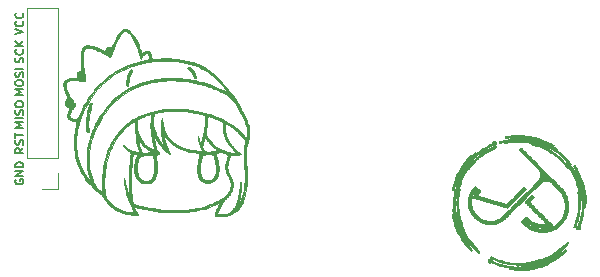
<source format=gbr>
%TF.GenerationSoftware,KiCad,Pcbnew,(5.1.9)-1*%
%TF.CreationDate,2021-04-22T22:31:28+01:00*%
%TF.ProjectId,ai03-macropad-pcb,61693033-2d6d-4616-9372-6f7061642d70,rev?*%
%TF.SameCoordinates,Original*%
%TF.FileFunction,Legend,Top*%
%TF.FilePolarity,Positive*%
%FSLAX46Y46*%
G04 Gerber Fmt 4.6, Leading zero omitted, Abs format (unit mm)*
G04 Created by KiCad (PCBNEW (5.1.9)-1) date 2021-04-22 22:31:28*
%MOMM*%
%LPD*%
G01*
G04 APERTURE LIST*
%ADD10C,0.010000*%
%ADD11C,0.120000*%
%ADD12C,0.150000*%
%ADD13C,1.750000*%
%ADD14C,3.987800*%
%ADD15C,5.600000*%
%ADD16R,1.700000X1.700000*%
%ADD17O,1.700000X1.700000*%
%ADD18C,0.650000*%
%ADD19O,1.000000X2.100000*%
%ADD20O,1.000000X1.600000*%
G04 APERTURE END LIST*
D10*
%TO.C,G\u002A\u002A\u002A*%
G36*
X56880885Y-106434476D02*
G01*
X56921514Y-106457239D01*
X56952248Y-106480499D01*
X56990925Y-106513681D01*
X57034493Y-106553823D01*
X57079903Y-106597966D01*
X57124105Y-106643150D01*
X57164048Y-106686416D01*
X57194697Y-106722334D01*
X57260597Y-106809667D01*
X57319906Y-106899754D01*
X57371504Y-106990304D01*
X57414271Y-107079025D01*
X57447089Y-107163623D01*
X57468836Y-107241807D01*
X57477816Y-107301957D01*
X57479700Y-107334478D01*
X57478630Y-107355478D01*
X57473605Y-107370254D01*
X57463628Y-107384105D01*
X57461962Y-107386060D01*
X57441288Y-107403585D01*
X57414352Y-107411789D01*
X57403721Y-107412978D01*
X57378252Y-107413918D01*
X57359183Y-107412502D01*
X57355139Y-107411381D01*
X57345499Y-107403447D01*
X57334617Y-107386636D01*
X57321548Y-107359000D01*
X57305350Y-107318593D01*
X57289922Y-107276923D01*
X57251511Y-107180286D01*
X57208042Y-107090102D01*
X57157782Y-107003793D01*
X57098998Y-106918782D01*
X57029957Y-106832492D01*
X56948926Y-106742344D01*
X56888550Y-106680000D01*
X56839221Y-106629692D01*
X56801480Y-106589253D01*
X56774546Y-106556990D01*
X56757636Y-106531207D01*
X56749968Y-106510213D01*
X56750760Y-106492312D01*
X56759229Y-106475812D01*
X56774594Y-106459018D01*
X56782979Y-106451414D01*
X56813665Y-106431385D01*
X56845478Y-106425704D01*
X56880885Y-106434476D01*
G37*
X56880885Y-106434476D02*
X56921514Y-106457239D01*
X56952248Y-106480499D01*
X56990925Y-106513681D01*
X57034493Y-106553823D01*
X57079903Y-106597966D01*
X57124105Y-106643150D01*
X57164048Y-106686416D01*
X57194697Y-106722334D01*
X57260597Y-106809667D01*
X57319906Y-106899754D01*
X57371504Y-106990304D01*
X57414271Y-107079025D01*
X57447089Y-107163623D01*
X57468836Y-107241807D01*
X57477816Y-107301957D01*
X57479700Y-107334478D01*
X57478630Y-107355478D01*
X57473605Y-107370254D01*
X57463628Y-107384105D01*
X57461962Y-107386060D01*
X57441288Y-107403585D01*
X57414352Y-107411789D01*
X57403721Y-107412978D01*
X57378252Y-107413918D01*
X57359183Y-107412502D01*
X57355139Y-107411381D01*
X57345499Y-107403447D01*
X57334617Y-107386636D01*
X57321548Y-107359000D01*
X57305350Y-107318593D01*
X57289922Y-107276923D01*
X57251511Y-107180286D01*
X57208042Y-107090102D01*
X57157782Y-107003793D01*
X57098998Y-106918782D01*
X57029957Y-106832492D01*
X56948926Y-106742344D01*
X56888550Y-106680000D01*
X56839221Y-106629692D01*
X56801480Y-106589253D01*
X56774546Y-106556990D01*
X56757636Y-106531207D01*
X56749968Y-106510213D01*
X56750760Y-106492312D01*
X56759229Y-106475812D01*
X56774594Y-106459018D01*
X56782979Y-106451414D01*
X56813665Y-106431385D01*
X56845478Y-106425704D01*
X56880885Y-106434476D01*
G36*
X51972961Y-106660007D02*
G01*
X51997943Y-106673901D01*
X52023576Y-106692798D01*
X52045437Y-106713214D01*
X52059104Y-106731661D01*
X52061534Y-106740115D01*
X52057564Y-106754033D01*
X52046756Y-106779045D01*
X52030764Y-106811599D01*
X52011393Y-106847868D01*
X51975080Y-106917298D01*
X51938714Y-106994066D01*
X51904159Y-107073704D01*
X51873284Y-107151743D01*
X51847955Y-107223714D01*
X51832152Y-107276888D01*
X51815476Y-107346710D01*
X51799451Y-107425652D01*
X51784643Y-107509825D01*
X51771619Y-107595344D01*
X51760947Y-107678322D01*
X51753193Y-107754871D01*
X51748924Y-107821104D01*
X51748267Y-107851994D01*
X51746041Y-107889234D01*
X51740339Y-107927504D01*
X51735652Y-107947075D01*
X51719109Y-107986615D01*
X51696812Y-108010750D01*
X51667388Y-108020434D01*
X51633967Y-108017644D01*
X51607325Y-108010411D01*
X51586996Y-108000170D01*
X51572262Y-107984818D01*
X51562407Y-107962253D01*
X51556715Y-107930373D01*
X51554468Y-107887076D01*
X51554949Y-107830260D01*
X51556220Y-107789636D01*
X51567391Y-107637185D01*
X51589512Y-107480620D01*
X51621654Y-107323747D01*
X51662888Y-107170371D01*
X51712287Y-107024296D01*
X51768922Y-106889328D01*
X51783087Y-106859824D01*
X51814957Y-106800378D01*
X51847716Y-106748791D01*
X51879942Y-106706778D01*
X51910213Y-106676057D01*
X51937108Y-106658343D01*
X51953049Y-106654600D01*
X51972961Y-106660007D01*
G37*
X51972961Y-106660007D02*
X51997943Y-106673901D01*
X52023576Y-106692798D01*
X52045437Y-106713214D01*
X52059104Y-106731661D01*
X52061534Y-106740115D01*
X52057564Y-106754033D01*
X52046756Y-106779045D01*
X52030764Y-106811599D01*
X52011393Y-106847868D01*
X51975080Y-106917298D01*
X51938714Y-106994066D01*
X51904159Y-107073704D01*
X51873284Y-107151743D01*
X51847955Y-107223714D01*
X51832152Y-107276888D01*
X51815476Y-107346710D01*
X51799451Y-107425652D01*
X51784643Y-107509825D01*
X51771619Y-107595344D01*
X51760947Y-107678322D01*
X51753193Y-107754871D01*
X51748924Y-107821104D01*
X51748267Y-107851994D01*
X51746041Y-107889234D01*
X51740339Y-107927504D01*
X51735652Y-107947075D01*
X51719109Y-107986615D01*
X51696812Y-108010750D01*
X51667388Y-108020434D01*
X51633967Y-108017644D01*
X51607325Y-108010411D01*
X51586996Y-108000170D01*
X51572262Y-107984818D01*
X51562407Y-107962253D01*
X51556715Y-107930373D01*
X51554468Y-107887076D01*
X51554949Y-107830260D01*
X51556220Y-107789636D01*
X51567391Y-107637185D01*
X51589512Y-107480620D01*
X51621654Y-107323747D01*
X51662888Y-107170371D01*
X51712287Y-107024296D01*
X51768922Y-106889328D01*
X51783087Y-106859824D01*
X51814957Y-106800378D01*
X51847716Y-106748791D01*
X51879942Y-106706778D01*
X51910213Y-106676057D01*
X51937108Y-106658343D01*
X51953049Y-106654600D01*
X51972961Y-106660007D01*
G36*
X48612501Y-109477874D02*
G01*
X48613717Y-109478714D01*
X48623148Y-109488133D01*
X48629453Y-109501948D01*
X48632420Y-109521454D01*
X48631839Y-109547946D01*
X48627499Y-109582719D01*
X48619190Y-109627068D01*
X48606701Y-109682287D01*
X48589822Y-109749672D01*
X48568342Y-109830516D01*
X48542050Y-109926116D01*
X48539456Y-109935434D01*
X48469375Y-110217935D01*
X48414709Y-110506916D01*
X48375587Y-110801566D01*
X48352139Y-111101078D01*
X48352072Y-111102380D01*
X48348076Y-111322384D01*
X48358477Y-111541119D01*
X48375147Y-111697973D01*
X48380357Y-111745016D01*
X48383997Y-111793263D01*
X48385655Y-111836155D01*
X48385372Y-111860403D01*
X48382961Y-111894257D01*
X48378867Y-111915813D01*
X48371740Y-111929704D01*
X48362568Y-111938719D01*
X48341187Y-111948465D01*
X48310581Y-111953944D01*
X48277396Y-111954880D01*
X48248275Y-111950996D01*
X48232261Y-111944151D01*
X48219809Y-111931977D01*
X48209773Y-111914907D01*
X48201770Y-111890946D01*
X48195417Y-111858095D01*
X48190330Y-111814358D01*
X48186127Y-111757737D01*
X48182422Y-111686234D01*
X48182324Y-111684041D01*
X48180377Y-111625202D01*
X48179062Y-111552294D01*
X48178350Y-111468164D01*
X48178208Y-111375663D01*
X48178608Y-111277640D01*
X48179518Y-111176944D01*
X48180909Y-111076427D01*
X48182751Y-110978937D01*
X48185011Y-110887323D01*
X48187662Y-110804436D01*
X48190671Y-110733126D01*
X48192876Y-110693200D01*
X48204430Y-110567930D01*
X48223863Y-110431010D01*
X48250554Y-110285433D01*
X48283877Y-110134193D01*
X48323211Y-109980284D01*
X48367931Y-109826698D01*
X48383653Y-109776943D01*
X48409358Y-109699532D01*
X48432022Y-109636859D01*
X48452523Y-109587189D01*
X48471736Y-109548786D01*
X48490538Y-109519914D01*
X48509805Y-109498837D01*
X48530412Y-109483819D01*
X48532087Y-109482860D01*
X48563603Y-109468774D01*
X48588800Y-109467194D01*
X48612501Y-109477874D01*
G37*
X48612501Y-109477874D02*
X48613717Y-109478714D01*
X48623148Y-109488133D01*
X48629453Y-109501948D01*
X48632420Y-109521454D01*
X48631839Y-109547946D01*
X48627499Y-109582719D01*
X48619190Y-109627068D01*
X48606701Y-109682287D01*
X48589822Y-109749672D01*
X48568342Y-109830516D01*
X48542050Y-109926116D01*
X48539456Y-109935434D01*
X48469375Y-110217935D01*
X48414709Y-110506916D01*
X48375587Y-110801566D01*
X48352139Y-111101078D01*
X48352072Y-111102380D01*
X48348076Y-111322384D01*
X48358477Y-111541119D01*
X48375147Y-111697973D01*
X48380357Y-111745016D01*
X48383997Y-111793263D01*
X48385655Y-111836155D01*
X48385372Y-111860403D01*
X48382961Y-111894257D01*
X48378867Y-111915813D01*
X48371740Y-111929704D01*
X48362568Y-111938719D01*
X48341187Y-111948465D01*
X48310581Y-111953944D01*
X48277396Y-111954880D01*
X48248275Y-111950996D01*
X48232261Y-111944151D01*
X48219809Y-111931977D01*
X48209773Y-111914907D01*
X48201770Y-111890946D01*
X48195417Y-111858095D01*
X48190330Y-111814358D01*
X48186127Y-111757737D01*
X48182422Y-111686234D01*
X48182324Y-111684041D01*
X48180377Y-111625202D01*
X48179062Y-111552294D01*
X48178350Y-111468164D01*
X48178208Y-111375663D01*
X48178608Y-111277640D01*
X48179518Y-111176944D01*
X48180909Y-111076427D01*
X48182751Y-110978937D01*
X48185011Y-110887323D01*
X48187662Y-110804436D01*
X48190671Y-110733126D01*
X48192876Y-110693200D01*
X48204430Y-110567930D01*
X48223863Y-110431010D01*
X48250554Y-110285433D01*
X48283877Y-110134193D01*
X48323211Y-109980284D01*
X48367931Y-109826698D01*
X48383653Y-109776943D01*
X48409358Y-109699532D01*
X48432022Y-109636859D01*
X48452523Y-109587189D01*
X48471736Y-109548786D01*
X48490538Y-109519914D01*
X48509805Y-109498837D01*
X48530412Y-109483819D01*
X48532087Y-109482860D01*
X48563603Y-109468774D01*
X48588800Y-109467194D01*
X48612501Y-109477874D01*
G36*
X51477213Y-103218233D02*
G01*
X51489421Y-103218751D01*
X51532850Y-103221847D01*
X51567426Y-103227749D01*
X51601205Y-103238298D01*
X51634426Y-103251913D01*
X51705713Y-103287363D01*
X51775087Y-103331447D01*
X51845737Y-103386406D01*
X51915748Y-103449593D01*
X51999973Y-103535419D01*
X52081319Y-103629604D01*
X52160230Y-103732976D01*
X52237155Y-103846361D01*
X52312539Y-103970589D01*
X52386829Y-104106485D01*
X52460472Y-104254878D01*
X52533913Y-104416595D01*
X52607601Y-104592464D01*
X52681981Y-104783312D01*
X52757500Y-104989967D01*
X52777217Y-105045934D01*
X52799694Y-105109998D01*
X52817480Y-105159787D01*
X52831433Y-105197021D01*
X52842412Y-105223424D01*
X52851276Y-105240717D01*
X52858881Y-105250623D01*
X52866088Y-105254864D01*
X52873753Y-105255162D01*
X52880767Y-105253725D01*
X52897265Y-105247223D01*
X52924256Y-105233929D01*
X52957787Y-105215878D01*
X52988634Y-105198221D01*
X53066075Y-105154870D01*
X53133480Y-105122230D01*
X53193178Y-105099448D01*
X53247503Y-105085668D01*
X53298784Y-105080036D01*
X53311729Y-105079800D01*
X53375938Y-105084264D01*
X53431974Y-105098312D01*
X53480680Y-105122925D01*
X53522901Y-105159087D01*
X53559480Y-105207782D01*
X53591261Y-105269991D01*
X53619089Y-105346697D01*
X53643806Y-105438884D01*
X53652158Y-105476295D01*
X53668262Y-105546475D01*
X53683977Y-105601900D01*
X53700501Y-105644673D01*
X53719033Y-105676900D01*
X53740773Y-105700683D01*
X53766918Y-105718126D01*
X53797200Y-105730834D01*
X53832147Y-105738803D01*
X53882043Y-105743796D01*
X53947254Y-105745818D01*
X54028141Y-105744875D01*
X54125069Y-105740971D01*
X54207834Y-105736146D01*
X54302852Y-105730761D01*
X54407396Y-105726164D01*
X54518524Y-105722396D01*
X54633294Y-105719495D01*
X54748764Y-105717501D01*
X54861991Y-105716453D01*
X54970034Y-105716392D01*
X55069950Y-105717355D01*
X55158797Y-105719382D01*
X55232301Y-105722440D01*
X55426023Y-105734990D01*
X55614220Y-105751343D01*
X55800609Y-105771987D01*
X55988910Y-105797409D01*
X56182843Y-105828099D01*
X56386126Y-105864543D01*
X56531934Y-105892928D01*
X56776812Y-105945177D01*
X57006711Y-106001154D01*
X57223330Y-106061660D01*
X57428369Y-106127499D01*
X57623528Y-106199473D01*
X57810505Y-106278383D01*
X57991002Y-106365034D01*
X58166717Y-106460227D01*
X58339350Y-106564764D01*
X58510601Y-106679449D01*
X58682169Y-106805084D01*
X58855754Y-106942471D01*
X58985853Y-107051618D01*
X59264028Y-107300856D01*
X59534701Y-107564706D01*
X59797173Y-107842271D01*
X60050747Y-108132658D01*
X60294723Y-108434970D01*
X60528403Y-108748312D01*
X60751090Y-109071790D01*
X60962084Y-109404508D01*
X61160689Y-109745571D01*
X61321367Y-110045500D01*
X61403688Y-110208511D01*
X61484243Y-110373947D01*
X61562001Y-110539481D01*
X61635930Y-110702783D01*
X61705001Y-110861525D01*
X61768182Y-111013378D01*
X61824443Y-111156015D01*
X61872754Y-111287107D01*
X61879739Y-111307034D01*
X61920967Y-111425567D01*
X61923367Y-111994549D01*
X61923897Y-112108133D01*
X61924369Y-112206333D01*
X61924645Y-112290699D01*
X61924588Y-112362779D01*
X61924061Y-112424122D01*
X61922926Y-112476278D01*
X61921046Y-112520796D01*
X61918282Y-112559224D01*
X61914499Y-112593113D01*
X61909558Y-112624011D01*
X61903323Y-112653467D01*
X61895655Y-112683031D01*
X61886417Y-112714252D01*
X61875473Y-112748678D01*
X61862684Y-112787859D01*
X61849374Y-112828804D01*
X61820040Y-112921484D01*
X61794057Y-113007879D01*
X61771315Y-113089478D01*
X61751703Y-113167768D01*
X61735109Y-113244238D01*
X61721422Y-113320376D01*
X61710531Y-113397671D01*
X61702325Y-113477610D01*
X61696692Y-113561682D01*
X61693522Y-113651376D01*
X61692702Y-113748179D01*
X61694122Y-113853579D01*
X61697671Y-113969066D01*
X61703237Y-114096127D01*
X61710708Y-114236250D01*
X61719975Y-114390924D01*
X61725781Y-114482490D01*
X61734077Y-114613316D01*
X61741180Y-114730207D01*
X61747205Y-114836113D01*
X61752266Y-114933983D01*
X61756476Y-115026764D01*
X61759950Y-115117406D01*
X61762802Y-115208857D01*
X61765145Y-115304067D01*
X61767094Y-115405983D01*
X61768763Y-115517555D01*
X61770127Y-115629267D01*
X61771420Y-115773917D01*
X61771775Y-115903794D01*
X61771062Y-116021040D01*
X61769152Y-116127795D01*
X61765915Y-116226201D01*
X61761222Y-116318398D01*
X61754944Y-116406529D01*
X61746951Y-116492734D01*
X61737114Y-116579154D01*
X61725303Y-116667931D01*
X61711389Y-116761206D01*
X61695939Y-116856934D01*
X61652993Y-117088439D01*
X61603527Y-117304815D01*
X61547353Y-117506636D01*
X61484281Y-117694479D01*
X61414124Y-117868918D01*
X61336692Y-118030530D01*
X61274756Y-118141936D01*
X61245806Y-118189055D01*
X61212209Y-118240810D01*
X61176076Y-118294216D01*
X61139516Y-118346288D01*
X61104642Y-118394044D01*
X61073562Y-118434497D01*
X61048388Y-118464666D01*
X61040584Y-118473043D01*
X61023473Y-118489921D01*
X61013914Y-118495797D01*
X61007681Y-118491839D01*
X61002826Y-118483453D01*
X60992365Y-118457499D01*
X60981612Y-118420436D01*
X60971840Y-118378018D01*
X60964322Y-118335995D01*
X60960330Y-118300122D01*
X60960000Y-118289842D01*
X60961832Y-118258386D01*
X60968558Y-118230650D01*
X60982027Y-118202884D01*
X61004087Y-118171338D01*
X61036588Y-118132263D01*
X61039101Y-118129380D01*
X61084548Y-118070011D01*
X61131055Y-117995472D01*
X61178031Y-117907447D01*
X61224884Y-117807618D01*
X61271024Y-117697668D01*
X61315859Y-117579281D01*
X61358799Y-117454140D01*
X61399252Y-117323927D01*
X61436628Y-117190325D01*
X61470335Y-117055019D01*
X61499782Y-116919689D01*
X61524379Y-116786021D01*
X61535207Y-116716695D01*
X61544641Y-116647898D01*
X61552798Y-116578721D01*
X61559779Y-116507283D01*
X61565686Y-116431702D01*
X61570621Y-116350098D01*
X61574685Y-116260590D01*
X61577980Y-116161297D01*
X61580609Y-116050337D01*
X61582673Y-115925830D01*
X61583982Y-115815534D01*
X61585047Y-115688196D01*
X61585473Y-115571068D01*
X61585186Y-115461313D01*
X61584116Y-115356093D01*
X61582190Y-115252572D01*
X61579336Y-115147911D01*
X61575484Y-115039274D01*
X61570560Y-114923822D01*
X61564493Y-114798719D01*
X61557211Y-114661128D01*
X61552679Y-114579401D01*
X61545341Y-114447074D01*
X61539083Y-114330014D01*
X61533860Y-114226590D01*
X61529628Y-114135174D01*
X61526343Y-114054135D01*
X61523959Y-113981843D01*
X61522433Y-113916669D01*
X61521719Y-113856983D01*
X61521774Y-113801156D01*
X61522552Y-113747558D01*
X61524010Y-113694559D01*
X61526102Y-113640529D01*
X61526676Y-113627621D01*
X61532420Y-113508971D01*
X61538272Y-113405472D01*
X61544433Y-113315341D01*
X61551103Y-113236798D01*
X61558483Y-113168060D01*
X61566774Y-113107344D01*
X61576177Y-113052869D01*
X61586892Y-113002853D01*
X61599120Y-112955513D01*
X61604498Y-112936867D01*
X61613244Y-112903328D01*
X61619000Y-112869676D01*
X61622332Y-112830851D01*
X61623810Y-112781793D01*
X61623983Y-112763301D01*
X61624001Y-112717015D01*
X61623050Y-112683618D01*
X61620576Y-112659069D01*
X61616029Y-112639329D01*
X61608856Y-112620356D01*
X61602593Y-112606667D01*
X61590571Y-112584524D01*
X61573513Y-112558851D01*
X61550506Y-112528618D01*
X61520638Y-112492792D01*
X61482996Y-112450342D01*
X61436668Y-112400238D01*
X61380742Y-112341447D01*
X61314305Y-112272938D01*
X61243983Y-112201321D01*
X61125845Y-112083148D01*
X61015583Y-111976486D01*
X60910813Y-111879375D01*
X60809149Y-111789855D01*
X60708208Y-111705968D01*
X60605603Y-111625755D01*
X60498949Y-111547256D01*
X60385861Y-111468512D01*
X60263955Y-111387563D01*
X60214137Y-111355378D01*
X60148489Y-111313978D01*
X60094961Y-111282058D01*
X60052060Y-111259028D01*
X60018291Y-111244298D01*
X59992160Y-111237278D01*
X59972174Y-111237379D01*
X59956838Y-111244012D01*
X59949290Y-111250834D01*
X59931966Y-111280381D01*
X59919162Y-111324610D01*
X59910807Y-111381906D01*
X59906828Y-111450652D01*
X59907156Y-111529232D01*
X59911717Y-111616030D01*
X59920440Y-111709430D01*
X59933254Y-111807816D01*
X59950087Y-111909571D01*
X59970868Y-112013079D01*
X59985944Y-112078417D01*
X60039526Y-112265121D01*
X60108437Y-112448527D01*
X60191571Y-112626356D01*
X60287819Y-112796334D01*
X60396073Y-112956183D01*
X60442904Y-113017301D01*
X60502899Y-113090749D01*
X60564650Y-113161902D01*
X60629865Y-113232440D01*
X60700251Y-113304047D01*
X60777516Y-113378407D01*
X60863368Y-113457200D01*
X60959513Y-113542111D01*
X61067660Y-113634823D01*
X61080574Y-113645748D01*
X61127794Y-113686020D01*
X61170240Y-113722931D01*
X61206326Y-113755046D01*
X61234469Y-113780929D01*
X61253083Y-113799145D01*
X61260585Y-113808257D01*
X61260609Y-113808866D01*
X61250459Y-113815086D01*
X61227848Y-113824355D01*
X61196667Y-113835323D01*
X61160808Y-113846637D01*
X61124161Y-113856946D01*
X61116634Y-113858881D01*
X61081953Y-113866367D01*
X61040998Y-113872714D01*
X60992038Y-113878048D01*
X60933341Y-113882498D01*
X60863175Y-113886191D01*
X60779808Y-113889254D01*
X60681510Y-113891816D01*
X60664989Y-113892173D01*
X60589707Y-113893790D01*
X60529538Y-113895225D01*
X60482669Y-113896630D01*
X60447281Y-113898161D01*
X60421561Y-113899972D01*
X60403692Y-113902217D01*
X60391857Y-113905051D01*
X60384242Y-113908627D01*
X60379031Y-113913100D01*
X60375934Y-113916734D01*
X60364873Y-113935603D01*
X60350119Y-113968573D01*
X60332414Y-114013404D01*
X60312505Y-114067856D01*
X60291134Y-114129688D01*
X60269046Y-114196661D01*
X60246985Y-114266534D01*
X60225696Y-114337067D01*
X60205922Y-114406019D01*
X60188409Y-114471152D01*
X60178278Y-114511667D01*
X60161917Y-114583831D01*
X60150147Y-114647421D01*
X60142324Y-114708084D01*
X60137804Y-114771466D01*
X60135944Y-114843213D01*
X60135811Y-114884201D01*
X60137231Y-114971998D01*
X60141674Y-115048770D01*
X60150032Y-115117972D01*
X60163199Y-115183060D01*
X60182069Y-115247491D01*
X60207536Y-115314721D01*
X60240492Y-115388205D01*
X60281832Y-115471401D01*
X60293414Y-115493801D01*
X60338847Y-115581562D01*
X60377076Y-115656519D01*
X60409010Y-115720731D01*
X60435556Y-115776259D01*
X60457623Y-115825163D01*
X60476118Y-115869501D01*
X60491951Y-115911334D01*
X60506028Y-115952722D01*
X60519258Y-115995725D01*
X60527838Y-116025531D01*
X60548816Y-116104949D01*
X60563948Y-116175661D01*
X60574035Y-116243524D01*
X60579877Y-116314397D01*
X60582274Y-116394135D01*
X60582448Y-116425134D01*
X60580009Y-116526226D01*
X60571952Y-116616774D01*
X60557407Y-116702486D01*
X60535504Y-116789071D01*
X60518812Y-116842773D01*
X60494414Y-116908211D01*
X60462762Y-116980134D01*
X60426388Y-117053592D01*
X60387824Y-117123634D01*
X60349604Y-117185308D01*
X60327494Y-117216767D01*
X60308330Y-117240430D01*
X60278936Y-117274141D01*
X60241079Y-117315993D01*
X60196523Y-117364082D01*
X60147034Y-117416502D01*
X60094376Y-117471347D01*
X60041214Y-117525800D01*
X59971947Y-117596550D01*
X59913380Y-117657461D01*
X59863969Y-117710391D01*
X59822169Y-117757199D01*
X59786435Y-117799741D01*
X59755222Y-117839876D01*
X59726986Y-117879460D01*
X59700181Y-117920352D01*
X59673263Y-117964410D01*
X59665399Y-117977731D01*
X59630421Y-118040084D01*
X59591010Y-118115032D01*
X59548690Y-118199319D01*
X59504987Y-118289689D01*
X59461425Y-118382885D01*
X59419529Y-118475653D01*
X59380825Y-118564735D01*
X59346836Y-118646877D01*
X59321926Y-118711134D01*
X59303390Y-118761405D01*
X59290426Y-118798420D01*
X59282607Y-118824761D01*
X59279510Y-118843009D01*
X59280709Y-118855743D01*
X59285780Y-118865546D01*
X59294296Y-118874998D01*
X59294851Y-118875554D01*
X59310923Y-118888046D01*
X59332617Y-118897948D01*
X59361758Y-118905505D01*
X59400167Y-118910961D01*
X59449668Y-118914560D01*
X59512083Y-118916547D01*
X59589236Y-118917165D01*
X59605334Y-118917148D01*
X59701604Y-118915760D01*
X59784680Y-118911721D01*
X59858162Y-118904548D01*
X59925651Y-118893761D01*
X59990747Y-118878876D01*
X60057050Y-118859412D01*
X60071257Y-118854766D01*
X60151373Y-118823925D01*
X60234677Y-118784276D01*
X60316873Y-118738336D01*
X60393667Y-118688619D01*
X60460763Y-118637639D01*
X60496071Y-118606053D01*
X60518869Y-118580471D01*
X60543945Y-118546949D01*
X60565943Y-118512660D01*
X60566300Y-118512040D01*
X60584275Y-118484541D01*
X60610826Y-118448672D01*
X60642891Y-118408356D01*
X60677406Y-118367521D01*
X60691634Y-118351449D01*
X60733976Y-118302993D01*
X60766281Y-118262579D01*
X60791019Y-118226835D01*
X60810664Y-118192388D01*
X60815854Y-118181967D01*
X60841685Y-118122037D01*
X60868976Y-118046529D01*
X60897454Y-117956708D01*
X60926844Y-117853842D01*
X60956870Y-117739197D01*
X60987259Y-117614037D01*
X61017736Y-117479630D01*
X61048025Y-117337242D01*
X61077854Y-117188138D01*
X61106945Y-117033585D01*
X61135026Y-116874850D01*
X61161822Y-116713197D01*
X61187058Y-116549893D01*
X61210458Y-116386205D01*
X61218785Y-116324373D01*
X61225326Y-116274352D01*
X61231011Y-116229740D01*
X61235487Y-116193404D01*
X61238401Y-116168213D01*
X61239400Y-116157156D01*
X61243833Y-116146727D01*
X61246870Y-116145734D01*
X61249969Y-116153843D01*
X61252776Y-116176746D01*
X61255255Y-116212303D01*
X61257370Y-116258378D01*
X61259086Y-116312832D01*
X61260367Y-116373526D01*
X61261179Y-116438322D01*
X61261485Y-116505084D01*
X61261250Y-116571671D01*
X61260439Y-116635947D01*
X61259016Y-116695772D01*
X61256946Y-116749010D01*
X61256894Y-116750061D01*
X61246293Y-116920623D01*
X61231539Y-117079674D01*
X61211932Y-117230547D01*
X61186774Y-117376576D01*
X61155366Y-117521094D01*
X61117011Y-117667437D01*
X61071008Y-117818936D01*
X61016661Y-117978927D01*
X60976068Y-118090290D01*
X60956722Y-118142862D01*
X60939572Y-118190828D01*
X60925474Y-118231681D01*
X60915285Y-118262912D01*
X60909860Y-118282013D01*
X60909200Y-118286103D01*
X60915375Y-118305206D01*
X60922459Y-118313664D01*
X60939026Y-118332897D01*
X60952634Y-118361833D01*
X60964282Y-118403083D01*
X60972524Y-118444782D01*
X60978327Y-118479303D01*
X60982772Y-118508118D01*
X60985169Y-118526658D01*
X60985400Y-118530164D01*
X60978932Y-118539531D01*
X60961023Y-118557064D01*
X60933922Y-118580956D01*
X60899876Y-118609403D01*
X60861132Y-118640599D01*
X60819938Y-118672740D01*
X60778541Y-118704021D01*
X60739189Y-118732636D01*
X60704128Y-118756780D01*
X60699382Y-118759901D01*
X60619946Y-118808300D01*
X60530116Y-118857133D01*
X60434779Y-118904088D01*
X60338823Y-118946850D01*
X60247137Y-118983105D01*
X60179213Y-119006157D01*
X60103632Y-119026231D01*
X60014636Y-119044490D01*
X59915677Y-119060593D01*
X59810210Y-119074203D01*
X59701688Y-119084979D01*
X59593564Y-119092583D01*
X59489292Y-119096675D01*
X59392324Y-119096916D01*
X59306116Y-119092968D01*
X59300124Y-119092489D01*
X59222556Y-119084087D01*
X59161008Y-119072929D01*
X59114758Y-119058790D01*
X59083084Y-119041446D01*
X59065263Y-119020673D01*
X59064640Y-119019361D01*
X59055842Y-118988916D01*
X59053713Y-118950108D01*
X59058466Y-118902294D01*
X59070310Y-118844837D01*
X59089457Y-118777095D01*
X59116118Y-118698430D01*
X59150504Y-118608200D01*
X59192825Y-118505766D01*
X59243294Y-118390488D01*
X59302120Y-118261726D01*
X59343517Y-118173500D01*
X59371641Y-118113828D01*
X59397147Y-118059216D01*
X59419197Y-118011497D01*
X59436953Y-117972505D01*
X59449577Y-117944072D01*
X59456231Y-117928031D01*
X59457027Y-117925130D01*
X59448953Y-117927794D01*
X59427666Y-117936778D01*
X59395251Y-117951147D01*
X59353797Y-117969964D01*
X59305390Y-117992295D01*
X59262974Y-118012102D01*
X58993146Y-118132885D01*
X58723438Y-118241620D01*
X58451671Y-118338943D01*
X58175668Y-118425488D01*
X57893249Y-118501892D01*
X57602239Y-118568791D01*
X57300456Y-118626818D01*
X56985725Y-118676611D01*
X56984901Y-118676728D01*
X56912498Y-118686795D01*
X56847187Y-118695231D01*
X56785982Y-118702277D01*
X56725897Y-118708169D01*
X56663949Y-118713148D01*
X56597152Y-118717451D01*
X56522521Y-118721318D01*
X56437070Y-118724987D01*
X56337815Y-118728697D01*
X56332715Y-118728878D01*
X56272087Y-118730625D01*
X56199093Y-118732057D01*
X56115462Y-118733183D01*
X56022923Y-118734013D01*
X55923207Y-118734557D01*
X55818043Y-118734824D01*
X55709160Y-118734824D01*
X55598289Y-118734567D01*
X55487159Y-118734062D01*
X55377499Y-118733320D01*
X55271039Y-118732348D01*
X55169509Y-118731159D01*
X55074639Y-118729760D01*
X54988157Y-118728161D01*
X54911794Y-118726373D01*
X54847280Y-118724405D01*
X54796343Y-118722267D01*
X54762401Y-118720111D01*
X54570760Y-118701929D01*
X54366036Y-118678386D01*
X54151038Y-118649975D01*
X53928573Y-118617187D01*
X53701447Y-118580514D01*
X53472469Y-118540447D01*
X53244446Y-118497480D01*
X53020184Y-118452104D01*
X52802493Y-118404810D01*
X52594178Y-118356091D01*
X52398048Y-118306439D01*
X52391081Y-118304595D01*
X52336715Y-118290249D01*
X52287875Y-118277479D01*
X52246917Y-118266892D01*
X52216199Y-118259094D01*
X52198075Y-118254692D01*
X52194231Y-118253934D01*
X52188832Y-118258323D01*
X52190011Y-118272218D01*
X52198178Y-118296710D01*
X52213744Y-118332889D01*
X52237121Y-118381845D01*
X52258573Y-118424739D01*
X52288739Y-118482127D01*
X52324296Y-118546397D01*
X52361533Y-118611032D01*
X52396740Y-118669515D01*
X52409577Y-118689967D01*
X52453573Y-118759366D01*
X52488810Y-118815885D01*
X52515957Y-118860710D01*
X52535687Y-118895025D01*
X52548669Y-118920016D01*
X52555576Y-118936867D01*
X52557078Y-118946763D01*
X52556306Y-118949055D01*
X52546009Y-118952150D01*
X52521142Y-118954243D01*
X52484033Y-118955390D01*
X52437013Y-118955648D01*
X52382410Y-118955073D01*
X52322554Y-118953723D01*
X52259775Y-118951654D01*
X52196401Y-118948923D01*
X52134763Y-118945586D01*
X52077190Y-118941701D01*
X52026011Y-118937323D01*
X52010734Y-118935761D01*
X51765201Y-118902325D01*
X51530183Y-118855949D01*
X51305777Y-118796676D01*
X51092079Y-118724548D01*
X50889186Y-118639608D01*
X50697196Y-118541898D01*
X50516205Y-118431462D01*
X50346310Y-118308340D01*
X50187609Y-118172577D01*
X50118350Y-118105851D01*
X50021761Y-118004634D01*
X49935006Y-117903329D01*
X49854981Y-117797832D01*
X49778583Y-117684038D01*
X49702707Y-117557842D01*
X49698910Y-117551200D01*
X49663924Y-117490440D01*
X49635270Y-117442153D01*
X49611328Y-117403862D01*
X49590479Y-117373090D01*
X49571104Y-117347360D01*
X49551581Y-117324196D01*
X49547415Y-117319541D01*
X49533772Y-117306796D01*
X49508301Y-117285318D01*
X49472751Y-117256493D01*
X49428871Y-117221709D01*
X49378409Y-117182351D01*
X49323114Y-117139807D01*
X49267534Y-117097577D01*
X49177476Y-117029234D01*
X49099004Y-116968820D01*
X49029908Y-116914441D01*
X48967980Y-116864206D01*
X48911009Y-116816224D01*
X48856787Y-116768601D01*
X48803103Y-116719446D01*
X48747749Y-116666867D01*
X48688516Y-116608971D01*
X48636314Y-116557018D01*
X48475882Y-116390235D01*
X48329302Y-116224528D01*
X48194042Y-116056695D01*
X48067568Y-115883537D01*
X47947349Y-115701851D01*
X47902388Y-115629267D01*
X47758444Y-115377588D01*
X47630072Y-115120979D01*
X47517035Y-114858751D01*
X47419099Y-114590216D01*
X47336027Y-114314686D01*
X47267583Y-114031473D01*
X47213532Y-113739888D01*
X47184544Y-113533767D01*
X47173608Y-113439297D01*
X47164813Y-113349609D01*
X47157896Y-113260613D01*
X47152596Y-113168220D01*
X47148648Y-113068339D01*
X47145789Y-112956880D01*
X47145094Y-112919934D01*
X47144649Y-112848847D01*
X47336372Y-112848847D01*
X47336943Y-112957183D01*
X47338693Y-113058332D01*
X47341651Y-113149698D01*
X47345846Y-113228689D01*
X47349752Y-113277530D01*
X47385169Y-113573291D01*
X47433936Y-113861499D01*
X47495860Y-114141619D01*
X47570746Y-114413115D01*
X47658403Y-114675453D01*
X47758636Y-114928097D01*
X47871253Y-115170512D01*
X47996060Y-115402164D01*
X48132865Y-115622515D01*
X48262372Y-115805785D01*
X48303304Y-115859281D01*
X48344960Y-115911796D01*
X48385855Y-115961629D01*
X48424500Y-116007079D01*
X48459409Y-116046444D01*
X48489095Y-116078022D01*
X48512070Y-116100111D01*
X48526847Y-116111010D01*
X48529867Y-116111867D01*
X48532450Y-116104322D01*
X48530694Y-116084089D01*
X48525844Y-116058951D01*
X48519734Y-116035267D01*
X48509388Y-115998641D01*
X48495749Y-115952250D01*
X48479755Y-115899275D01*
X48462347Y-115842894D01*
X48455094Y-115819767D01*
X48412699Y-115682498D01*
X48376233Y-115558026D01*
X48345076Y-115443536D01*
X48318606Y-115336209D01*
X48296202Y-115233229D01*
X48277244Y-115131779D01*
X48261109Y-115029042D01*
X48247176Y-114922202D01*
X48237168Y-114831584D01*
X48233874Y-114797198D01*
X48231079Y-114762038D01*
X48228745Y-114724431D01*
X48226833Y-114682702D01*
X48225304Y-114635178D01*
X48224119Y-114580184D01*
X48223240Y-114516047D01*
X48222627Y-114441092D01*
X48222243Y-114353645D01*
X48222047Y-114252033D01*
X48222003Y-114177234D01*
X48222015Y-114150360D01*
X48389366Y-114150360D01*
X48393270Y-114427530D01*
X48412951Y-114702933D01*
X48448402Y-114977177D01*
X48499617Y-115250869D01*
X48566589Y-115524618D01*
X48649311Y-115799032D01*
X48659019Y-115828234D01*
X48720321Y-116002803D01*
X48781571Y-116160834D01*
X48842737Y-116302265D01*
X48903789Y-116427035D01*
X48964696Y-116535082D01*
X49025428Y-116626345D01*
X49085952Y-116700763D01*
X49109997Y-116725700D01*
X49137690Y-116751415D01*
X49173396Y-116782336D01*
X49215047Y-116816886D01*
X49260573Y-116853488D01*
X49307906Y-116890563D01*
X49354976Y-116926533D01*
X49399715Y-116959821D01*
X49440052Y-116988848D01*
X49473920Y-117012037D01*
X49499249Y-117027810D01*
X49513970Y-117034589D01*
X49515230Y-117034734D01*
X49516638Y-117026476D01*
X49517728Y-117002530D01*
X49518495Y-116964139D01*
X49518934Y-116912545D01*
X49519042Y-116848992D01*
X49518814Y-116774721D01*
X49518245Y-116690975D01*
X49517331Y-116598998D01*
X49516900Y-116562717D01*
X49515358Y-116399782D01*
X49515099Y-116274911D01*
X49713987Y-116274911D01*
X49714453Y-116409735D01*
X49716281Y-116541772D01*
X49719447Y-116668893D01*
X49723926Y-116788969D01*
X49729692Y-116899871D01*
X49736721Y-116999470D01*
X49744986Y-117085636D01*
X49750765Y-117131699D01*
X49776149Y-117254079D01*
X49817541Y-117377074D01*
X49874079Y-117499854D01*
X49944899Y-117621588D01*
X50029140Y-117741445D01*
X50125938Y-117858595D01*
X50234430Y-117972206D01*
X50353754Y-118081450D01*
X50483046Y-118185493D01*
X50621444Y-118283507D01*
X50768085Y-118374661D01*
X50922107Y-118458123D01*
X51082645Y-118533063D01*
X51248838Y-118598651D01*
X51289364Y-118612872D01*
X51432567Y-118657116D01*
X51577325Y-118692655D01*
X51720836Y-118719076D01*
X51860298Y-118735970D01*
X51992911Y-118742924D01*
X52115871Y-118739528D01*
X52138753Y-118737599D01*
X52194805Y-118732300D01*
X52102139Y-118537567D01*
X52012003Y-118344843D01*
X51930714Y-118163780D01*
X51857437Y-117992145D01*
X51791337Y-117827706D01*
X51731581Y-117668230D01*
X51677332Y-117511486D01*
X51627758Y-117355240D01*
X51582022Y-117197261D01*
X51539291Y-117035317D01*
X51536859Y-117025644D01*
X51504477Y-116890545D01*
X51476353Y-116759679D01*
X51451858Y-116629258D01*
X51430362Y-116495495D01*
X51411236Y-116354601D01*
X51393849Y-116202789D01*
X51384254Y-116107634D01*
X51378759Y-116050838D01*
X51373462Y-115996385D01*
X51368704Y-115947759D01*
X51364827Y-115908446D01*
X51362172Y-115881929D01*
X51361876Y-115879034D01*
X51359813Y-115850025D01*
X51361320Y-115836571D01*
X51365574Y-115836701D01*
X51369457Y-115842389D01*
X51374356Y-115853620D01*
X51380584Y-115871540D01*
X51388453Y-115897297D01*
X51398275Y-115932040D01*
X51410363Y-115976915D01*
X51425029Y-116033070D01*
X51442586Y-116101654D01*
X51463344Y-116183813D01*
X51487617Y-116280696D01*
X51501473Y-116336234D01*
X51532811Y-116460088D01*
X51564399Y-116581307D01*
X51595834Y-116698524D01*
X51626712Y-116810373D01*
X51656630Y-116915487D01*
X51685186Y-117012500D01*
X51711975Y-117100045D01*
X51736595Y-117176755D01*
X51758642Y-117241265D01*
X51777714Y-117292207D01*
X51793405Y-117328216D01*
X51795317Y-117332001D01*
X51804521Y-117347114D01*
X51811902Y-117352711D01*
X51817498Y-117347948D01*
X51821351Y-117331982D01*
X51823499Y-117303970D01*
X51823984Y-117263068D01*
X51822845Y-117208432D01*
X51820123Y-117139220D01*
X51815857Y-117054586D01*
X51811870Y-116983934D01*
X51789961Y-116483519D01*
X51785039Y-116133464D01*
X51978547Y-116133464D01*
X51982173Y-116436630D01*
X51990346Y-116728231D01*
X52003022Y-117007236D01*
X52020158Y-117272611D01*
X52041710Y-117523325D01*
X52058095Y-117678200D01*
X52068968Y-117764706D01*
X52080739Y-117836189D01*
X52094596Y-117894556D01*
X52111721Y-117941716D01*
X52133300Y-117979576D01*
X52160517Y-118010044D01*
X52194557Y-118035027D01*
X52236604Y-118056435D01*
X52287844Y-118076173D01*
X52309820Y-118083583D01*
X52403773Y-118112718D01*
X52513081Y-118143583D01*
X52636293Y-118175834D01*
X52771957Y-118209127D01*
X52918624Y-118243117D01*
X53074841Y-118277459D01*
X53239158Y-118311810D01*
X53410124Y-118345824D01*
X53433134Y-118350275D01*
X53852044Y-118423213D01*
X54280065Y-118482294D01*
X54716443Y-118527429D01*
X55156101Y-118558293D01*
X55197457Y-118559936D01*
X55252984Y-118561244D01*
X55320622Y-118562229D01*
X55398308Y-118562903D01*
X55483982Y-118563279D01*
X55575583Y-118563369D01*
X55671051Y-118563186D01*
X55768323Y-118562741D01*
X55865341Y-118562046D01*
X55960041Y-118561116D01*
X56050365Y-118559960D01*
X56134250Y-118558593D01*
X56209635Y-118557026D01*
X56274461Y-118555272D01*
X56326666Y-118553342D01*
X56364188Y-118551250D01*
X56366834Y-118551050D01*
X56678503Y-118522777D01*
X56975564Y-118487727D01*
X57259008Y-118445712D01*
X57529828Y-118396545D01*
X57789012Y-118340037D01*
X58037554Y-118276000D01*
X58276443Y-118204247D01*
X58381901Y-118169101D01*
X58510596Y-118122869D01*
X58645208Y-118070837D01*
X58783462Y-118014080D01*
X58923083Y-117953675D01*
X59061798Y-117890697D01*
X59197331Y-117826222D01*
X59327408Y-117761326D01*
X59449754Y-117697084D01*
X59562094Y-117634574D01*
X59662155Y-117574870D01*
X59728100Y-117532361D01*
X59865406Y-117431994D01*
X59987771Y-117325260D01*
X60094975Y-117212450D01*
X60186800Y-117093856D01*
X60263027Y-116969768D01*
X60323436Y-116840476D01*
X60367810Y-116706272D01*
X60376680Y-116670667D01*
X60386319Y-116616881D01*
X60393551Y-116551595D01*
X60398152Y-116480102D01*
X60399896Y-116407693D01*
X60398561Y-116339661D01*
X60393921Y-116281299D01*
X60393369Y-116276967D01*
X60385112Y-116221691D01*
X60374958Y-116168933D01*
X60362154Y-116116608D01*
X60345949Y-116062628D01*
X60325590Y-116004907D01*
X60300324Y-115941357D01*
X60269400Y-115869892D01*
X60232065Y-115788425D01*
X60187568Y-115694870D01*
X60171768Y-115662192D01*
X60123225Y-115560484D01*
X60082512Y-115471079D01*
X60048923Y-115391653D01*
X60021755Y-115319884D01*
X60000303Y-115253448D01*
X59983863Y-115190023D01*
X59971731Y-115127284D01*
X59963201Y-115062909D01*
X59957571Y-114994574D01*
X59955164Y-114947701D01*
X59953361Y-114854930D01*
X59956197Y-114765226D01*
X59964130Y-114676110D01*
X59977617Y-114585100D01*
X59997115Y-114489716D01*
X60023082Y-114387478D01*
X60055974Y-114275904D01*
X60096248Y-114152515D01*
X60108079Y-114117919D01*
X60128725Y-114057406D01*
X60143940Y-114010376D01*
X60154051Y-113974388D01*
X60159387Y-113947001D01*
X60160273Y-113925775D01*
X60157039Y-113908267D01*
X60150012Y-113892037D01*
X60140510Y-113876186D01*
X60124814Y-113853946D01*
X60107034Y-113834170D01*
X60085456Y-113816011D01*
X60058365Y-113798622D01*
X60024046Y-113781157D01*
X59980784Y-113762768D01*
X59926865Y-113742609D01*
X59860575Y-113719834D01*
X59780198Y-113693594D01*
X59753500Y-113685054D01*
X59698078Y-113667608D01*
X59655254Y-113654864D01*
X59621594Y-113646084D01*
X59593660Y-113640532D01*
X59568015Y-113637470D01*
X59541223Y-113636160D01*
X59524478Y-113635918D01*
X59447855Y-113635367D01*
X59342445Y-113695757D01*
X59301093Y-113719269D01*
X59261759Y-113741317D01*
X59228346Y-113759733D01*
X59204761Y-113772348D01*
X59201050Y-113774245D01*
X59184488Y-113783312D01*
X59173345Y-113792835D01*
X59167590Y-113805393D01*
X59167191Y-113823569D01*
X59172115Y-113849944D01*
X59182332Y-113887097D01*
X59197810Y-113937610D01*
X59198985Y-113941377D01*
X59227434Y-114039811D01*
X59255759Y-114151338D01*
X59283229Y-114272128D01*
X59309116Y-114398352D01*
X59332690Y-114526179D01*
X59353221Y-114651781D01*
X59369980Y-114771327D01*
X59382239Y-114880988D01*
X59385802Y-114922301D01*
X59391809Y-115065566D01*
X59387916Y-115207594D01*
X59374539Y-115346350D01*
X59352097Y-115479799D01*
X59321007Y-115605904D01*
X59281685Y-115722629D01*
X59234550Y-115827940D01*
X59181843Y-115917134D01*
X59148301Y-115959866D01*
X59105154Y-116005490D01*
X59057721Y-116048899D01*
X59011322Y-116084982D01*
X58997501Y-116094186D01*
X58917997Y-116137214D01*
X58826345Y-116174393D01*
X58726613Y-116204750D01*
X58622867Y-116227315D01*
X58519176Y-116241115D01*
X58419606Y-116245178D01*
X58373434Y-116243312D01*
X58251582Y-116229131D01*
X58141464Y-116204422D01*
X58042598Y-116168689D01*
X57954505Y-116121435D01*
X57876703Y-116062164D01*
X57808711Y-115990379D01*
X57750049Y-115905585D01*
X57700237Y-115807284D01*
X57658792Y-115694981D01*
X57625235Y-115568180D01*
X57602331Y-115447234D01*
X57597133Y-115404744D01*
X57592650Y-115348518D01*
X57588944Y-115281741D01*
X57586075Y-115207597D01*
X57584105Y-115129273D01*
X57583097Y-115049952D01*
X57583099Y-115036601D01*
X57823869Y-115036601D01*
X57824730Y-115151465D01*
X57826817Y-115251286D01*
X57830387Y-115337924D01*
X57835697Y-115413241D01*
X57843002Y-115479098D01*
X57852560Y-115537356D01*
X57864628Y-115589877D01*
X57879460Y-115638522D01*
X57897316Y-115685153D01*
X57918449Y-115731631D01*
X57920143Y-115735101D01*
X57941531Y-115775359D01*
X57965414Y-115815023D01*
X57988232Y-115848389D01*
X58000177Y-115863293D01*
X58062441Y-115920994D01*
X58135894Y-115966354D01*
X58219961Y-115999211D01*
X58314068Y-116019405D01*
X58417641Y-116026775D01*
X58530106Y-116021160D01*
X58554095Y-116018404D01*
X58641929Y-116001290D01*
X58722196Y-115972204D01*
X58797840Y-115929697D01*
X58871807Y-115872321D01*
X58895913Y-115850291D01*
X58970307Y-115772278D01*
X59030516Y-115691727D01*
X59079256Y-115605000D01*
X59080062Y-115603323D01*
X59094186Y-115573129D01*
X59105949Y-115545396D01*
X59115547Y-115518263D01*
X59123175Y-115489867D01*
X59129030Y-115458346D01*
X59133308Y-115421837D01*
X59136205Y-115378479D01*
X59137916Y-115326409D01*
X59138639Y-115263765D01*
X59138569Y-115188684D01*
X59137901Y-115099305D01*
X59137497Y-115057767D01*
X59136545Y-114967452D01*
X59135460Y-114890968D01*
X59133928Y-114825529D01*
X59131637Y-114768347D01*
X59128274Y-114716636D01*
X59123524Y-114667609D01*
X59117074Y-114618479D01*
X59108612Y-114566458D01*
X59097823Y-114508761D01*
X59084394Y-114442600D01*
X59068012Y-114365187D01*
X59050402Y-114283210D01*
X59030561Y-114193477D01*
X59012678Y-114118761D01*
X58996077Y-114057349D01*
X58980079Y-114007531D01*
X58964007Y-113967596D01*
X58947183Y-113935833D01*
X58928929Y-113910531D01*
X58908567Y-113889979D01*
X58888521Y-113874569D01*
X58872988Y-113864055D01*
X58858729Y-113855511D01*
X58843911Y-113848788D01*
X58826699Y-113843739D01*
X58805260Y-113840216D01*
X58777761Y-113838073D01*
X58742367Y-113837161D01*
X58697246Y-113837332D01*
X58640562Y-113838440D01*
X58570484Y-113840337D01*
X58492109Y-113842666D01*
X58417838Y-113845047D01*
X58346315Y-113847624D01*
X58279938Y-113850287D01*
X58221108Y-113852931D01*
X58172225Y-113855448D01*
X58135687Y-113857731D01*
X58115201Y-113859513D01*
X58081575Y-113864105D01*
X58059577Y-113869698D01*
X58043941Y-113878484D01*
X58029403Y-113892656D01*
X58025815Y-113896730D01*
X58009324Y-113920358D01*
X57992837Y-113953859D01*
X57975859Y-113998658D01*
X57957894Y-114056182D01*
X57938450Y-114127856D01*
X57920746Y-114199469D01*
X57895629Y-114307343D01*
X57875082Y-114403040D01*
X57858685Y-114490195D01*
X57846016Y-114572446D01*
X57836655Y-114653429D01*
X57830181Y-114736780D01*
X57826173Y-114826136D01*
X57824210Y-114925134D01*
X57823869Y-115036601D01*
X57583099Y-115036601D01*
X57583112Y-114972819D01*
X57584211Y-114901059D01*
X57586456Y-114837858D01*
X57589602Y-114789841D01*
X57594127Y-114740591D01*
X57599024Y-114693484D01*
X57604595Y-114646794D01*
X57611139Y-114598795D01*
X57618957Y-114547763D01*
X57628347Y-114491970D01*
X57639610Y-114429692D01*
X57653046Y-114359204D01*
X57668956Y-114278780D01*
X57687638Y-114186694D01*
X57709393Y-114081221D01*
X57729951Y-113982502D01*
X57743102Y-113918346D01*
X57752635Y-113868740D01*
X57758829Y-113831756D01*
X57761967Y-113805464D01*
X57762328Y-113787938D01*
X57760195Y-113777249D01*
X57759952Y-113776690D01*
X57747522Y-113760193D01*
X57725355Y-113745354D01*
X57692314Y-113731877D01*
X57647266Y-113719467D01*
X57589075Y-113707830D01*
X57516607Y-113696671D01*
X57428727Y-113685696D01*
X57395206Y-113681961D01*
X57148642Y-113649094D01*
X56909119Y-113604952D01*
X56677655Y-113549879D01*
X56455268Y-113484215D01*
X56242977Y-113408303D01*
X56041801Y-113322483D01*
X55852758Y-113227097D01*
X55676867Y-113122486D01*
X55626320Y-113089018D01*
X55474070Y-112978235D01*
X55332221Y-112859291D01*
X55198886Y-112730285D01*
X55072178Y-112589315D01*
X54950210Y-112434482D01*
X54882591Y-112340026D01*
X54835979Y-112274299D01*
X54797278Y-112223133D01*
X54766242Y-112186252D01*
X54742624Y-112163378D01*
X54726174Y-112154234D01*
X54718323Y-112156292D01*
X54713556Y-112171596D01*
X54714175Y-112201310D01*
X54719763Y-112243937D01*
X54729898Y-112297981D01*
X54744163Y-112361945D01*
X54762138Y-112434332D01*
X54783404Y-112513645D01*
X54807542Y-112598387D01*
X54834132Y-112687062D01*
X54862756Y-112778173D01*
X54892995Y-112870223D01*
X54924429Y-112961715D01*
X54956639Y-113051152D01*
X54989206Y-113137038D01*
X55002094Y-113169701D01*
X55019148Y-113212128D01*
X55035752Y-113252765D01*
X55052755Y-113293555D01*
X55071006Y-113336440D01*
X55091352Y-113383363D01*
X55114642Y-113436268D01*
X55141723Y-113497097D01*
X55173445Y-113567793D01*
X55210656Y-113650300D01*
X55246993Y-113730634D01*
X55263015Y-113767484D01*
X55275347Y-113798704D01*
X55282833Y-113821145D01*
X55284314Y-113831653D01*
X55284161Y-113831863D01*
X55272553Y-113831670D01*
X55248774Y-113820650D01*
X55213360Y-113799166D01*
X55166848Y-113767582D01*
X55109772Y-113726261D01*
X55042670Y-113675568D01*
X54966952Y-113616557D01*
X54831685Y-113502473D01*
X54700359Y-113376700D01*
X54572357Y-113238462D01*
X54447066Y-113086987D01*
X54323872Y-112921500D01*
X54202160Y-112741226D01*
X54081317Y-112545391D01*
X53988303Y-112383204D01*
X53894567Y-112214773D01*
X53891977Y-112268904D01*
X53892776Y-112305060D01*
X53897603Y-112355598D01*
X53906034Y-112418559D01*
X53917644Y-112491988D01*
X53932010Y-112573927D01*
X53948709Y-112662418D01*
X53967315Y-112755507D01*
X53987407Y-112851234D01*
X54008559Y-112947643D01*
X54030349Y-113042778D01*
X54052352Y-113134682D01*
X54074145Y-113221397D01*
X54095304Y-113300966D01*
X54115405Y-113371433D01*
X54134025Y-113430841D01*
X54150739Y-113477232D01*
X54156716Y-113491523D01*
X54184508Y-113535700D01*
X54224386Y-113576190D01*
X54267461Y-113613698D01*
X54299207Y-113642373D01*
X54321325Y-113664196D01*
X54335513Y-113681150D01*
X54343474Y-113695217D01*
X54346906Y-113708378D01*
X54347534Y-113719756D01*
X54339525Y-113752407D01*
X54316628Y-113779964D01*
X54280532Y-113800774D01*
X54256921Y-113808427D01*
X54201903Y-113824224D01*
X54160611Y-113840375D01*
X54129869Y-113858303D01*
X54112584Y-113873009D01*
X54098900Y-113887539D01*
X54090718Y-113900782D01*
X54086628Y-113917654D01*
X54085217Y-113943071D01*
X54085067Y-113968817D01*
X54086265Y-113996803D01*
X54089625Y-114038208D01*
X54094799Y-114089707D01*
X54101437Y-114147972D01*
X54109192Y-114209678D01*
X54114232Y-114246947D01*
X54123189Y-114313524D01*
X54131965Y-114382717D01*
X54140040Y-114450147D01*
X54146898Y-114511432D01*
X54152021Y-114562194D01*
X54153537Y-114579401D01*
X54156781Y-114629263D01*
X54159400Y-114690891D01*
X54161393Y-114761488D01*
X54162761Y-114838259D01*
X54163501Y-114918408D01*
X54163612Y-114999140D01*
X54163095Y-115077659D01*
X54161946Y-115151170D01*
X54160166Y-115216877D01*
X54157754Y-115271985D01*
X54154708Y-115313699D01*
X54153807Y-115322052D01*
X54140477Y-115408930D01*
X54120974Y-115500576D01*
X54096319Y-115594024D01*
X54067531Y-115686312D01*
X54035629Y-115774476D01*
X54001632Y-115855552D01*
X53966561Y-115926576D01*
X53931435Y-115984584D01*
X53920845Y-115999262D01*
X53870027Y-116059092D01*
X53810983Y-116116578D01*
X53747245Y-116168954D01*
X53682345Y-116213457D01*
X53619815Y-116247323D01*
X53586658Y-116260784D01*
X53520583Y-116278898D01*
X53442362Y-116292401D01*
X53356174Y-116301177D01*
X53266197Y-116305112D01*
X53176611Y-116304091D01*
X53091593Y-116297999D01*
X53015324Y-116286723D01*
X52975934Y-116277540D01*
X52911884Y-116256453D01*
X52842951Y-116227851D01*
X52774893Y-116194498D01*
X52713468Y-116159164D01*
X52675367Y-116133139D01*
X52579827Y-116051065D01*
X52493548Y-115955909D01*
X52417846Y-115849539D01*
X52354040Y-115733828D01*
X52303444Y-115610646D01*
X52299587Y-115599266D01*
X52288640Y-115564878D01*
X52279539Y-115531996D01*
X52272124Y-115498663D01*
X52266231Y-115462921D01*
X52261701Y-115422814D01*
X52258373Y-115376386D01*
X52256084Y-115321681D01*
X52254673Y-115256741D01*
X52253981Y-115179610D01*
X52253844Y-115088332D01*
X52253914Y-115045067D01*
X52254139Y-115001673D01*
X52470875Y-115001673D01*
X52473258Y-115099123D01*
X52478410Y-115192828D01*
X52486158Y-115278552D01*
X52496330Y-115352057D01*
X52497215Y-115357120D01*
X52518902Y-115454714D01*
X52548564Y-115551439D01*
X52584891Y-115644502D01*
X52626573Y-115731109D01*
X52672300Y-115808467D01*
X52720761Y-115873784D01*
X52758067Y-115913146D01*
X52821918Y-115962856D01*
X52898329Y-116006368D01*
X52983537Y-116041992D01*
X53073779Y-116068036D01*
X53124100Y-116077649D01*
X53174036Y-116082442D01*
X53233498Y-116083554D01*
X53296841Y-116081281D01*
X53358420Y-116075920D01*
X53412592Y-116067767D01*
X53441540Y-116061001D01*
X53525956Y-116029602D01*
X53602056Y-115985690D01*
X53669956Y-115928993D01*
X53729775Y-115859233D01*
X53781629Y-115776137D01*
X53825635Y-115679430D01*
X53861910Y-115568837D01*
X53890572Y-115444083D01*
X53911737Y-115304893D01*
X53925522Y-115150992D01*
X53932044Y-114982105D01*
X53932647Y-114907725D01*
X53931184Y-114784283D01*
X53926952Y-114663539D01*
X53920148Y-114546888D01*
X53910972Y-114435728D01*
X53899622Y-114331454D01*
X53886294Y-114235462D01*
X53871187Y-114149150D01*
X53854500Y-114073913D01*
X53836431Y-114011147D01*
X53817177Y-113962248D01*
X53796936Y-113928614D01*
X53793127Y-113924206D01*
X53783911Y-113915002D01*
X53774234Y-113908783D01*
X53760765Y-113904965D01*
X53740176Y-113902963D01*
X53709137Y-113902192D01*
X53667067Y-113902067D01*
X53635799Y-113902658D01*
X53590036Y-113904345D01*
X53532172Y-113907003D01*
X53464601Y-113910503D01*
X53389718Y-113914720D01*
X53309916Y-113919525D01*
X53227590Y-113924793D01*
X53186319Y-113927554D01*
X52811114Y-113953041D01*
X52757045Y-114005871D01*
X52696894Y-114073095D01*
X52644315Y-114150373D01*
X52598355Y-114239461D01*
X52558058Y-114342117D01*
X52535222Y-114414301D01*
X52518792Y-114474891D01*
X52505611Y-114534132D01*
X52495104Y-114595846D01*
X52486693Y-114663856D01*
X52479801Y-114741984D01*
X52475104Y-114812488D01*
X52471433Y-114904715D01*
X52470875Y-115001673D01*
X52254139Y-115001673D01*
X52254560Y-114920870D01*
X52256123Y-114811657D01*
X52258939Y-114715490D01*
X52263342Y-114630431D01*
X52269668Y-114554540D01*
X52278251Y-114485880D01*
X52289428Y-114422511D01*
X52303534Y-114362495D01*
X52320903Y-114303893D01*
X52341872Y-114244766D01*
X52366774Y-114183177D01*
X52395946Y-114117185D01*
X52425258Y-114054265D01*
X52448001Y-114005967D01*
X52468055Y-113962854D01*
X52484356Y-113927262D01*
X52495835Y-113901527D01*
X52501428Y-113887986D01*
X52501800Y-113886605D01*
X52494111Y-113879886D01*
X52473102Y-113869967D01*
X52441868Y-113857825D01*
X52403500Y-113844433D01*
X52361090Y-113830767D01*
X52317732Y-113817801D01*
X52276517Y-113806512D01*
X52240538Y-113797874D01*
X52212888Y-113792862D01*
X52201763Y-113792001D01*
X52182754Y-113794384D01*
X52165701Y-113802218D01*
X52150350Y-113816530D01*
X52136446Y-113838346D01*
X52123738Y-113868693D01*
X52111971Y-113908599D01*
X52100891Y-113959088D01*
X52090246Y-114021189D01*
X52079783Y-114095928D01*
X52069246Y-114184331D01*
X52058384Y-114287426D01*
X52046943Y-114406238D01*
X52045021Y-114427001D01*
X52031763Y-114577077D01*
X52020323Y-114720713D01*
X52010567Y-114860762D01*
X52002361Y-115000079D01*
X51995571Y-115141521D01*
X51990061Y-115287941D01*
X51985698Y-115442194D01*
X51982348Y-115607137D01*
X51979876Y-115785623D01*
X51979511Y-115819767D01*
X51978547Y-116133464D01*
X51785039Y-116133464D01*
X51783003Y-115988707D01*
X51791015Y-115497115D01*
X51814016Y-115006363D01*
X51829135Y-114786834D01*
X51835681Y-114702717D01*
X51842234Y-114624140D01*
X51849113Y-114547986D01*
X51856637Y-114471135D01*
X51865125Y-114390470D01*
X51874895Y-114302871D01*
X51886266Y-114205220D01*
X51899557Y-114094398D01*
X51901835Y-114075634D01*
X51912093Y-113989959D01*
X51920063Y-113919204D01*
X51925721Y-113861508D01*
X51929045Y-113815008D01*
X51930012Y-113777844D01*
X51928599Y-113748155D01*
X51924783Y-113724079D01*
X51918542Y-113703754D01*
X51909853Y-113685320D01*
X51898693Y-113666915D01*
X51896811Y-113664051D01*
X51882935Y-113648331D01*
X51857509Y-113624680D01*
X51822766Y-113595008D01*
X51780935Y-113561226D01*
X51737928Y-113528021D01*
X51594280Y-113410799D01*
X51472032Y-113296754D01*
X51422387Y-113246322D01*
X51376286Y-113197236D01*
X51335153Y-113151195D01*
X51300413Y-113109898D01*
X51273490Y-113075044D01*
X51255809Y-113048332D01*
X51248794Y-113031462D01*
X51248734Y-113030390D01*
X51249995Y-113026300D01*
X51254761Y-113026066D01*
X51264505Y-113030682D01*
X51280702Y-113041144D01*
X51304824Y-113058449D01*
X51338346Y-113083593D01*
X51382742Y-113117570D01*
X51418067Y-113144818D01*
X51578831Y-113262606D01*
X51736181Y-113364636D01*
X51891307Y-113451443D01*
X52045399Y-113523563D01*
X52199649Y-113581533D01*
X52355248Y-113625889D01*
X52513387Y-113657166D01*
X52575490Y-113665871D01*
X52611141Y-113669663D01*
X52641194Y-113671667D01*
X52661146Y-113671634D01*
X52665810Y-113670824D01*
X52669022Y-113666248D01*
X52668361Y-113655127D01*
X52663269Y-113635657D01*
X52653189Y-113606033D01*
X52637564Y-113564451D01*
X52615836Y-113509106D01*
X52615812Y-113509046D01*
X52580356Y-113416185D01*
X52548265Y-113323965D01*
X52519267Y-113230865D01*
X52493088Y-113135366D01*
X52469455Y-113035946D01*
X52448095Y-112931085D01*
X52428736Y-112819263D01*
X52411104Y-112698957D01*
X52404686Y-112647258D01*
X52586467Y-112647258D01*
X52588981Y-112681406D01*
X52596145Y-112729454D01*
X52607392Y-112789191D01*
X52622154Y-112858409D01*
X52639864Y-112934897D01*
X52659955Y-113016446D01*
X52681858Y-113100846D01*
X52705008Y-113185887D01*
X52728836Y-113269359D01*
X52752775Y-113349053D01*
X52776258Y-113422759D01*
X52798717Y-113488267D01*
X52810789Y-113520951D01*
X52833745Y-113578165D01*
X52853638Y-113620867D01*
X52871548Y-113650965D01*
X52888552Y-113670367D01*
X52899612Y-113678136D01*
X52917826Y-113682940D01*
X52951866Y-113686522D01*
X53000667Y-113688873D01*
X53063164Y-113689988D01*
X53138293Y-113689861D01*
X53224990Y-113688485D01*
X53322190Y-113685853D01*
X53428828Y-113681960D01*
X53442215Y-113681407D01*
X53505993Y-113678610D01*
X53568752Y-113675617D01*
X53627055Y-113672608D01*
X53677464Y-113669766D01*
X53716541Y-113667273D01*
X53733700Y-113665972D01*
X53809900Y-113659529D01*
X53733700Y-113623771D01*
X53628015Y-113572906D01*
X53535169Y-113525120D01*
X53451893Y-113478270D01*
X53374920Y-113430211D01*
X53300979Y-113378801D01*
X53226802Y-113321895D01*
X53149122Y-113257349D01*
X53072843Y-113190355D01*
X52968290Y-113090534D01*
X52870753Y-112984140D01*
X52777334Y-112867787D01*
X52685137Y-112738088D01*
X52682166Y-112733667D01*
X52657765Y-112698131D01*
X52635063Y-112666569D01*
X52616551Y-112642349D01*
X52604721Y-112628842D01*
X52604496Y-112628638D01*
X52586467Y-112612509D01*
X52586467Y-112647258D01*
X52404686Y-112647258D01*
X52394925Y-112568649D01*
X52379928Y-112426817D01*
X52365839Y-112271941D01*
X52352384Y-112102500D01*
X52345069Y-112001301D01*
X52339273Y-111920333D01*
X52332972Y-111835291D01*
X52326466Y-111750005D01*
X52320051Y-111668303D01*
X52314026Y-111594015D01*
X52308691Y-111530969D01*
X52306478Y-111506000D01*
X52300619Y-111444784D01*
X52293904Y-111380637D01*
X52286630Y-111315836D01*
X52279090Y-111252659D01*
X52271580Y-111193385D01*
X52264394Y-111140291D01*
X52257827Y-111095655D01*
X52252174Y-111061754D01*
X52251127Y-111056833D01*
X52444515Y-111056833D01*
X52444624Y-111100493D01*
X52447380Y-111156080D01*
X52450170Y-111196403D01*
X52463215Y-111353572D01*
X52478315Y-111496423D01*
X52495930Y-111627497D01*
X52516522Y-111749334D01*
X52540551Y-111864474D01*
X52568478Y-111975459D01*
X52600765Y-112084828D01*
X52624430Y-112156611D01*
X52693963Y-112339836D01*
X52772269Y-112508745D01*
X52859665Y-112663693D01*
X52956468Y-112805034D01*
X53062994Y-112933125D01*
X53179561Y-113048319D01*
X53306485Y-113150972D01*
X53444083Y-113241438D01*
X53592671Y-113320072D01*
X53707467Y-113369891D01*
X53769295Y-113392612D01*
X53817895Y-113406190D01*
X53854197Y-113410769D01*
X53879135Y-113406492D01*
X53890527Y-113398068D01*
X53897068Y-113379328D01*
X53898672Y-113345996D01*
X53895520Y-113299622D01*
X53887791Y-113241754D01*
X53875664Y-113173943D01*
X53859319Y-113097738D01*
X53852329Y-113068101D01*
X53807460Y-112878438D01*
X53767945Y-112702934D01*
X53733539Y-112539768D01*
X53703994Y-112387118D01*
X53679064Y-112243164D01*
X53658503Y-112106083D01*
X53642064Y-111974056D01*
X53629501Y-111845259D01*
X53620566Y-111717873D01*
X53615014Y-111590076D01*
X53612598Y-111460046D01*
X53613071Y-111325964D01*
X53613412Y-111303180D01*
X53615654Y-111198532D01*
X53617163Y-111155995D01*
X53818902Y-111155995D01*
X53819527Y-111215816D01*
X53821305Y-111265557D01*
X53824750Y-111308644D01*
X53830377Y-111348504D01*
X53838700Y-111388563D01*
X53850232Y-111432248D01*
X53865488Y-111482985D01*
X53884982Y-111544201D01*
X53890945Y-111562678D01*
X53943725Y-111719750D01*
X53999444Y-111873673D01*
X54057385Y-112022870D01*
X54116829Y-112165763D01*
X54177060Y-112300775D01*
X54237358Y-112426329D01*
X54297008Y-112540846D01*
X54355290Y-112642750D01*
X54411488Y-112730462D01*
X54441011Y-112771767D01*
X54473297Y-112813355D01*
X54509700Y-112857574D01*
X54548683Y-112902830D01*
X54588712Y-112947526D01*
X54628249Y-112990066D01*
X54665760Y-113028856D01*
X54699708Y-113062298D01*
X54728558Y-113088797D01*
X54750774Y-113106758D01*
X54764819Y-113114584D01*
X54769105Y-113112676D01*
X54767250Y-113101371D01*
X54760674Y-113076534D01*
X54750124Y-113040663D01*
X54736342Y-112996254D01*
X54720074Y-112945803D01*
X54712685Y-112923432D01*
X54668922Y-112784440D01*
X54628077Y-112640152D01*
X54591115Y-112494605D01*
X54559000Y-112351831D01*
X54532696Y-112215867D01*
X54513168Y-112090745D01*
X54512534Y-112085967D01*
X54504704Y-112010701D01*
X54498937Y-111921644D01*
X54495205Y-111821809D01*
X54493483Y-111714209D01*
X54493742Y-111601856D01*
X54495956Y-111487764D01*
X54500098Y-111374945D01*
X54506140Y-111266412D01*
X54514057Y-111165178D01*
X54521431Y-111093934D01*
X54530266Y-111030011D01*
X54542617Y-110956577D01*
X54557229Y-110880368D01*
X54572844Y-110808121D01*
X54581231Y-110773207D01*
X54588766Y-110755948D01*
X54597619Y-110754238D01*
X54604575Y-110765113D01*
X54606670Y-110777421D01*
X54609429Y-110803592D01*
X54612589Y-110840579D01*
X54615884Y-110885337D01*
X54618388Y-110923863D01*
X54627259Y-111044543D01*
X54638577Y-111153504D01*
X54652997Y-111255865D01*
X54671178Y-111356744D01*
X54678350Y-111391700D01*
X54724486Y-111578903D01*
X54782351Y-111760253D01*
X54851141Y-111933919D01*
X54930050Y-112098067D01*
X55018273Y-112250864D01*
X55115007Y-112390478D01*
X55119436Y-112396276D01*
X55153120Y-112437387D01*
X55196777Y-112486477D01*
X55247462Y-112540576D01*
X55302231Y-112596715D01*
X55358139Y-112651925D01*
X55412240Y-112703236D01*
X55461589Y-112747680D01*
X55499001Y-112778953D01*
X55623650Y-112873466D01*
X55747690Y-112958345D01*
X55876344Y-113036900D01*
X56014832Y-113112441D01*
X56066267Y-113138618D01*
X56202005Y-113203666D01*
X56332838Y-113260021D01*
X56462661Y-113308981D01*
X56595367Y-113351846D01*
X56734851Y-113389916D01*
X56885005Y-113424492D01*
X56980667Y-113443874D01*
X57061192Y-113458907D01*
X57137994Y-113471929D01*
X57214376Y-113483361D01*
X57293637Y-113493620D01*
X57379080Y-113503127D01*
X57474006Y-113512300D01*
X57581717Y-113521559D01*
X57611434Y-113523969D01*
X57642006Y-113525701D01*
X57682195Y-113526957D01*
X57728304Y-113527737D01*
X57776631Y-113528039D01*
X57823480Y-113527861D01*
X57865150Y-113527202D01*
X57897942Y-113526060D01*
X57918158Y-113524433D01*
X57920137Y-113524097D01*
X57940288Y-113516938D01*
X57951750Y-113507074D01*
X57951948Y-113506607D01*
X57952244Y-113496687D01*
X57948050Y-113478570D01*
X57938904Y-113451041D01*
X57924346Y-113412885D01*
X57903914Y-113362890D01*
X57877150Y-113299840D01*
X57848258Y-113233201D01*
X57817777Y-113162485D01*
X58014643Y-113162485D01*
X58017212Y-113219830D01*
X58025260Y-113266405D01*
X58027014Y-113272391D01*
X58047624Y-113321741D01*
X58078464Y-113374981D01*
X58116709Y-113428696D01*
X58159532Y-113479471D01*
X58204109Y-113523890D01*
X58247614Y-113558540D01*
X58278541Y-113576384D01*
X58311419Y-113589768D01*
X58344878Y-113600811D01*
X58362226Y-113605141D01*
X58393810Y-113609133D01*
X58438203Y-113611729D01*
X58491338Y-113612924D01*
X58549147Y-113612712D01*
X58607564Y-113611090D01*
X58662521Y-113608051D01*
X58692153Y-113605546D01*
X58788360Y-113594070D01*
X58890019Y-113578424D01*
X58991333Y-113559667D01*
X59086506Y-113538861D01*
X59159175Y-113520095D01*
X59201956Y-113507749D01*
X59238826Y-113496594D01*
X59266751Y-113487589D01*
X59282697Y-113481689D01*
X59285124Y-113480338D01*
X59280637Y-113473701D01*
X59264449Y-113459294D01*
X59238813Y-113438941D01*
X59205979Y-113414468D01*
X59187758Y-113401393D01*
X59125167Y-113355988D01*
X59066566Y-113311079D01*
X59009446Y-113264487D01*
X58951300Y-113214030D01*
X58889619Y-113157529D01*
X58821896Y-113092806D01*
X58745623Y-113017679D01*
X58741104Y-113013176D01*
X58664955Y-112936466D01*
X58598919Y-112868014D01*
X58540410Y-112804879D01*
X58486841Y-112744115D01*
X58435626Y-112682781D01*
X58384180Y-112617933D01*
X58329917Y-112546628D01*
X58322622Y-112536864D01*
X58292834Y-112497303D01*
X58266402Y-112462900D01*
X58245010Y-112435790D01*
X58230341Y-112418107D01*
X58224123Y-112411981D01*
X58220066Y-112419668D01*
X58211618Y-112441286D01*
X58199515Y-112474627D01*
X58184492Y-112517482D01*
X58167283Y-112567644D01*
X58148623Y-112622903D01*
X58129248Y-112681052D01*
X58109893Y-112739882D01*
X58091292Y-112797186D01*
X58074180Y-112850755D01*
X58059293Y-112898381D01*
X58047365Y-112937856D01*
X58039132Y-112966970D01*
X58038152Y-112970734D01*
X58025279Y-113033448D01*
X58017387Y-113098862D01*
X58014643Y-113162485D01*
X57817777Y-113162485D01*
X57815948Y-113158242D01*
X57789479Y-113094192D01*
X57767328Y-113036710D01*
X57747975Y-112981454D01*
X57729898Y-112924085D01*
X57711577Y-112860261D01*
X57691724Y-112786535D01*
X57671359Y-112707842D01*
X57655436Y-112642215D01*
X57643451Y-112586524D01*
X57634904Y-112537638D01*
X57629291Y-112492429D01*
X57626112Y-112447766D01*
X57624862Y-112400519D01*
X57624831Y-112369601D01*
X57625505Y-112255301D01*
X57641715Y-112289167D01*
X57658303Y-112329112D01*
X57675959Y-112382117D01*
X57694948Y-112449117D01*
X57715533Y-112531045D01*
X57737980Y-112628835D01*
X57738055Y-112629174D01*
X57749877Y-112681774D01*
X57761065Y-112730030D01*
X57770911Y-112771002D01*
X57778706Y-112801750D01*
X57783741Y-112819335D01*
X57784223Y-112820678D01*
X57800558Y-112843879D01*
X57824125Y-112854718D01*
X57850450Y-112853070D01*
X57875064Y-112838812D01*
X57887531Y-112823540D01*
X57900450Y-112797206D01*
X57916272Y-112756214D01*
X57934480Y-112702490D01*
X57954559Y-112637961D01*
X57975991Y-112564553D01*
X57998262Y-112484193D01*
X58020854Y-112398806D01*
X58043252Y-112310320D01*
X58064940Y-112220661D01*
X58085402Y-112131755D01*
X58103865Y-112046708D01*
X58289219Y-112046708D01*
X58289374Y-112069765D01*
X58291227Y-112090708D01*
X58293115Y-112103660D01*
X58301535Y-112140446D01*
X58315773Y-112179609D01*
X58337053Y-112223618D01*
X58366603Y-112274943D01*
X58405648Y-112336056D01*
X58416710Y-112352667D01*
X58556631Y-112548834D01*
X58702988Y-112729389D01*
X58855929Y-112894442D01*
X59015602Y-113044104D01*
X59182156Y-113178484D01*
X59355739Y-113297694D01*
X59536498Y-113401843D01*
X59724583Y-113491042D01*
X59920141Y-113565401D01*
X60123320Y-113625031D01*
X60126034Y-113625715D01*
X60195636Y-113642110D01*
X60269063Y-113657409D01*
X60344416Y-113671390D01*
X60419798Y-113683834D01*
X60493311Y-113694518D01*
X60563056Y-113703221D01*
X60627136Y-113709722D01*
X60683653Y-113713800D01*
X60730708Y-113715233D01*
X60766404Y-113713802D01*
X60788842Y-113709283D01*
X60795818Y-113703762D01*
X60797432Y-113695767D01*
X60795811Y-113686097D01*
X60789969Y-113673537D01*
X60778919Y-113656873D01*
X60761674Y-113634889D01*
X60737249Y-113606371D01*
X60704657Y-113570103D01*
X60662910Y-113524870D01*
X60611024Y-113469458D01*
X60571650Y-113427679D01*
X60477508Y-113326359D01*
X60394778Y-113233623D01*
X60321839Y-113147250D01*
X60257067Y-113065018D01*
X60198839Y-112984704D01*
X60145531Y-112904087D01*
X60095521Y-112820944D01*
X60047186Y-112733054D01*
X60007219Y-112654993D01*
X59940675Y-112513652D01*
X59885276Y-112379605D01*
X59841667Y-112254463D01*
X59826898Y-112204501D01*
X59808843Y-112136941D01*
X59793636Y-112073243D01*
X59780978Y-112010916D01*
X59770570Y-111947466D01*
X59762113Y-111880402D01*
X59755308Y-111807232D01*
X59749855Y-111725463D01*
X59745456Y-111632605D01*
X59741812Y-111526164D01*
X59740681Y-111486039D01*
X59738518Y-111414399D01*
X59736040Y-111346809D01*
X59733359Y-111285462D01*
X59730588Y-111232554D01*
X59727842Y-111190279D01*
X59725233Y-111160833D01*
X59723168Y-111147372D01*
X59708922Y-111110166D01*
X59686263Y-111079141D01*
X59652358Y-111051301D01*
X59607929Y-111025474D01*
X59579396Y-111011806D01*
X59536921Y-110992947D01*
X59482413Y-110969653D01*
X59417784Y-110942684D01*
X59344946Y-110912797D01*
X59265809Y-110880750D01*
X59182283Y-110847299D01*
X59096281Y-110813204D01*
X59009714Y-110779221D01*
X58924491Y-110746108D01*
X58842525Y-110714623D01*
X58765726Y-110685524D01*
X58696005Y-110659569D01*
X58635273Y-110637514D01*
X58586306Y-110620411D01*
X58548320Y-110607814D01*
X58522504Y-110600397D01*
X58505095Y-110597608D01*
X58492330Y-110598894D01*
X58480447Y-110603702D01*
X58478668Y-110604611D01*
X58468903Y-110610994D01*
X58460412Y-110620242D01*
X58452965Y-110633756D01*
X58446333Y-110652936D01*
X58440288Y-110679184D01*
X58434600Y-110713900D01*
X58429042Y-110758485D01*
X58423384Y-110814341D01*
X58417398Y-110882867D01*
X58410854Y-110965465D01*
X58403524Y-111063537D01*
X58403363Y-111065734D01*
X58394506Y-111184003D01*
X58386310Y-111287576D01*
X58378536Y-111378664D01*
X58370946Y-111459481D01*
X58363301Y-111532239D01*
X58355363Y-111599152D01*
X58346892Y-111662430D01*
X58337651Y-111724289D01*
X58327401Y-111786939D01*
X58322560Y-111815034D01*
X58310521Y-111884954D01*
X58301414Y-111940661D01*
X58294992Y-111984576D01*
X58291010Y-112019119D01*
X58289219Y-112046708D01*
X58103865Y-112046708D01*
X58104121Y-112045529D01*
X58120582Y-111963909D01*
X58127089Y-111929334D01*
X58147151Y-111813848D01*
X58164594Y-111699522D01*
X58179624Y-111584031D01*
X58192450Y-111465049D01*
X58203279Y-111340250D01*
X58212317Y-111207308D01*
X58219773Y-111063897D01*
X58225853Y-110907691D01*
X58229712Y-110777867D01*
X58234953Y-110578900D01*
X58200708Y-110539725D01*
X58175177Y-110514769D01*
X58146564Y-110492946D01*
X58130116Y-110483464D01*
X58110137Y-110476323D01*
X58076936Y-110466967D01*
X58033944Y-110456253D01*
X57984591Y-110445041D01*
X57937268Y-110435174D01*
X57889848Y-110425588D01*
X57829318Y-110413147D01*
X57759120Y-110398571D01*
X57682694Y-110382578D01*
X57603483Y-110365887D01*
X57524928Y-110349218D01*
X57486852Y-110341090D01*
X57308372Y-110303923D01*
X57143584Y-110271795D01*
X56990141Y-110244324D01*
X56845694Y-110221128D01*
X56707894Y-110201822D01*
X56574394Y-110186024D01*
X56476901Y-110176359D01*
X56440927Y-110173907D01*
X56390022Y-110171633D01*
X56326185Y-110169552D01*
X56251417Y-110167676D01*
X56167718Y-110166021D01*
X56077089Y-110164600D01*
X55981529Y-110163427D01*
X55883039Y-110162517D01*
X55783621Y-110161884D01*
X55685273Y-110161541D01*
X55589997Y-110161503D01*
X55499793Y-110161784D01*
X55416661Y-110162398D01*
X55342602Y-110163359D01*
X55279616Y-110164682D01*
X55229703Y-110166380D01*
X55209446Y-110167424D01*
X55141961Y-110172286D01*
X55064940Y-110179159D01*
X54980269Y-110187777D01*
X54889833Y-110197874D01*
X54795518Y-110209184D01*
X54699208Y-110221441D01*
X54602789Y-110234380D01*
X54508146Y-110247733D01*
X54417165Y-110261236D01*
X54331731Y-110274622D01*
X54253730Y-110287625D01*
X54185045Y-110299979D01*
X54127564Y-110311419D01*
X54083171Y-110321678D01*
X54053889Y-110330439D01*
X54012749Y-110350013D01*
X53977833Y-110376572D01*
X53947917Y-110411997D01*
X53921781Y-110458172D01*
X53898202Y-110516978D01*
X53875958Y-110590296D01*
X53869690Y-110614122D01*
X53854925Y-110673654D01*
X53843311Y-110725901D01*
X53834475Y-110774299D01*
X53828044Y-110822287D01*
X53823646Y-110873304D01*
X53820908Y-110930785D01*
X53819459Y-110998171D01*
X53818924Y-111078898D01*
X53818916Y-111082667D01*
X53818902Y-111155995D01*
X53617163Y-111155995D01*
X53618897Y-111107170D01*
X53623486Y-111025461D01*
X53629764Y-110949771D01*
X53638074Y-110876465D01*
X53648758Y-110801910D01*
X53662162Y-110722471D01*
X53674613Y-110655362D01*
X53686022Y-110591384D01*
X53692837Y-110541652D01*
X53695097Y-110504122D01*
X53692843Y-110476752D01*
X53686114Y-110457502D01*
X53678667Y-110447667D01*
X53658892Y-110434885D01*
X53641514Y-110430734D01*
X53619919Y-110433469D01*
X53585155Y-110441772D01*
X53536746Y-110455790D01*
X53474220Y-110475670D01*
X53397104Y-110501558D01*
X53304922Y-110533602D01*
X53270585Y-110545740D01*
X53134580Y-110594690D01*
X53014034Y-110639629D01*
X52908069Y-110680996D01*
X52815805Y-110719227D01*
X52736363Y-110754760D01*
X52668864Y-110788032D01*
X52612429Y-110819481D01*
X52566178Y-110849543D01*
X52529233Y-110878658D01*
X52500714Y-110907261D01*
X52479741Y-110935790D01*
X52476921Y-110940563D01*
X52463257Y-110966965D01*
X52453513Y-110993114D01*
X52447372Y-111022055D01*
X52444515Y-111056833D01*
X52251127Y-111056833D01*
X52247730Y-111040868D01*
X52245541Y-111035252D01*
X52234907Y-111036037D01*
X52212265Y-111045933D01*
X52179183Y-111063925D01*
X52137223Y-111088999D01*
X52087953Y-111120140D01*
X52032937Y-111156333D01*
X51973740Y-111196563D01*
X51911928Y-111239815D01*
X51849065Y-111285074D01*
X51786717Y-111331326D01*
X51773537Y-111341298D01*
X51619651Y-111465174D01*
X51465149Y-111603033D01*
X51312462Y-111752198D01*
X51164022Y-111909995D01*
X51022259Y-112073750D01*
X50889606Y-112240786D01*
X50768493Y-112408430D01*
X50678742Y-112545691D01*
X50550607Y-112760846D01*
X50434659Y-112974746D01*
X50329144Y-113191138D01*
X50232311Y-113413766D01*
X50142406Y-113646377D01*
X50079733Y-113825867D01*
X49998848Y-114083077D01*
X49929106Y-114339094D01*
X49869974Y-114596701D01*
X49820917Y-114858680D01*
X49781402Y-115127815D01*
X49750895Y-115406887D01*
X49732993Y-115633501D01*
X49726264Y-115750325D01*
X49721024Y-115875007D01*
X49717248Y-116005418D01*
X49714911Y-116139429D01*
X49713987Y-116274911D01*
X49515099Y-116274911D01*
X49515049Y-116251350D01*
X49516080Y-116115031D01*
X49518563Y-115988433D01*
X49522605Y-115869163D01*
X49528316Y-115754830D01*
X49535805Y-115643043D01*
X49545181Y-115531408D01*
X49556554Y-115417536D01*
X49570032Y-115299032D01*
X49577282Y-115239801D01*
X49625080Y-114910886D01*
X49685319Y-114589128D01*
X49757755Y-114275175D01*
X49842144Y-113969680D01*
X49938242Y-113673291D01*
X50045803Y-113386659D01*
X50164585Y-113110436D01*
X50294341Y-112845272D01*
X50434829Y-112591816D01*
X50585804Y-112350720D01*
X50747021Y-112122634D01*
X50749126Y-112119834D01*
X50828563Y-112016710D01*
X50906377Y-111921146D01*
X50986189Y-111828989D01*
X51071622Y-111736086D01*
X51166297Y-111638283D01*
X51189156Y-111615265D01*
X51275595Y-111529730D01*
X51354489Y-111454330D01*
X51429118Y-111386181D01*
X51502762Y-111322396D01*
X51578703Y-111260090D01*
X51660221Y-111196380D01*
X51698788Y-111167092D01*
X51918507Y-111010455D01*
X52147318Y-110865010D01*
X52385768Y-110730543D01*
X52634405Y-110606835D01*
X52893777Y-110493670D01*
X53164430Y-110390832D01*
X53446912Y-110298103D01*
X53741771Y-110215267D01*
X54049555Y-110142106D01*
X54370810Y-110078405D01*
X54508401Y-110054665D01*
X54610583Y-110038368D01*
X54707784Y-110024225D01*
X54802085Y-110012098D01*
X54895572Y-110001851D01*
X54990328Y-109993347D01*
X55088437Y-109986450D01*
X55191982Y-109981023D01*
X55303049Y-109976929D01*
X55423720Y-109974032D01*
X55556080Y-109972195D01*
X55702212Y-109971282D01*
X55782634Y-109971127D01*
X55919349Y-109971326D01*
X56041654Y-109972252D01*
X56152065Y-109974096D01*
X56253095Y-109977049D01*
X56347260Y-109981303D01*
X56437075Y-109987047D01*
X56525054Y-109994472D01*
X56613713Y-110003770D01*
X56705567Y-110015132D01*
X56803129Y-110028747D01*
X56908916Y-110044807D01*
X57025442Y-110063502D01*
X57047212Y-110067073D01*
X57439943Y-110138038D01*
X57819466Y-110219570D01*
X58185814Y-110311684D01*
X58539019Y-110414391D01*
X58879115Y-110527706D01*
X59206134Y-110651639D01*
X59520108Y-110786205D01*
X59821071Y-110931416D01*
X60109054Y-111087285D01*
X60384092Y-111253824D01*
X60646216Y-111431046D01*
X60759232Y-111513734D01*
X60878162Y-111606869D01*
X61004443Y-111713314D01*
X61136755Y-111831831D01*
X61273778Y-111961185D01*
X61414194Y-112100140D01*
X61556682Y-112247460D01*
X61655272Y-112353074D01*
X61687330Y-112387768D01*
X61710074Y-112411556D01*
X61725645Y-112426004D01*
X61736180Y-112432679D01*
X61743819Y-112433149D01*
X61750701Y-112428981D01*
X61754436Y-112425727D01*
X61765805Y-112413972D01*
X61774792Y-112399974D01*
X61781669Y-112381719D01*
X61786704Y-112357195D01*
X61790170Y-112324389D01*
X61792337Y-112281287D01*
X61793475Y-112225876D01*
X61793856Y-112156145D01*
X61793863Y-112132534D01*
X61788893Y-111933955D01*
X61773728Y-111745486D01*
X61747685Y-111563228D01*
X61710082Y-111383285D01*
X61660236Y-111201757D01*
X61598874Y-111018630D01*
X61541367Y-110870510D01*
X61473225Y-110713188D01*
X61395907Y-110549313D01*
X61310875Y-110381534D01*
X61219587Y-110212500D01*
X61123504Y-110044859D01*
X61024086Y-109881262D01*
X60922792Y-109724357D01*
X60821082Y-109576794D01*
X60753449Y-109484496D01*
X60607156Y-109301652D01*
X60455644Y-109134890D01*
X60298868Y-108984170D01*
X60136781Y-108849451D01*
X59969338Y-108730692D01*
X59796952Y-108628100D01*
X59695210Y-108575447D01*
X59579149Y-108519576D01*
X59450892Y-108461316D01*
X59312562Y-108401498D01*
X59166282Y-108340949D01*
X59014176Y-108280500D01*
X58858367Y-108220979D01*
X58700979Y-108163216D01*
X58544134Y-108108040D01*
X58389955Y-108056280D01*
X58240567Y-108008766D01*
X58115201Y-107971254D01*
X57751090Y-107872357D01*
X57392614Y-107788249D01*
X57037715Y-107718633D01*
X56684337Y-107663212D01*
X56330425Y-107621689D01*
X55973921Y-107593766D01*
X55612770Y-107579147D01*
X55384701Y-107576633D01*
X55109230Y-107580305D01*
X54845637Y-107591583D01*
X54590509Y-107610794D01*
X54340434Y-107638269D01*
X54092000Y-107674335D01*
X53841793Y-107719322D01*
X53784500Y-107730789D01*
X53456586Y-107806033D01*
X53134981Y-107896679D01*
X52820130Y-108002419D01*
X52512481Y-108122943D01*
X52212479Y-108257943D01*
X51920569Y-108407110D01*
X51637197Y-108570137D01*
X51362810Y-108746713D01*
X51097852Y-108936530D01*
X50842770Y-109139280D01*
X50598010Y-109354654D01*
X50364018Y-109582343D01*
X50141238Y-109822039D01*
X49930118Y-110073432D01*
X49731103Y-110336216D01*
X49544638Y-110610079D01*
X49481405Y-110710134D01*
X49306863Y-111007333D01*
X49145211Y-111314694D01*
X48996274Y-111632599D01*
X48859876Y-111961430D01*
X48735841Y-112301567D01*
X48697655Y-112416167D01*
X48606750Y-112716712D01*
X48531664Y-113011841D01*
X48472389Y-113302163D01*
X48428919Y-113588284D01*
X48401247Y-113870814D01*
X48389366Y-114150360D01*
X48222015Y-114150360D01*
X48222055Y-114061239D01*
X48222319Y-113960370D01*
X48222876Y-113872822D01*
X48223810Y-113796787D01*
X48225204Y-113730461D01*
X48227141Y-113672036D01*
X48229704Y-113619707D01*
X48232976Y-113571666D01*
X48237041Y-113526109D01*
X48241981Y-113481228D01*
X48247879Y-113435217D01*
X48254818Y-113386270D01*
X48259971Y-113351734D01*
X48311223Y-113064812D01*
X48378598Y-112774475D01*
X48461799Y-112481448D01*
X48560530Y-112186456D01*
X48674495Y-111890223D01*
X48803396Y-111593475D01*
X48946938Y-111296937D01*
X49104825Y-111001333D01*
X49276758Y-110707388D01*
X49458175Y-110422267D01*
X49649280Y-110146128D01*
X49846825Y-109885319D01*
X50051290Y-109639322D01*
X50263156Y-109407617D01*
X50482903Y-109189683D01*
X50711012Y-108985003D01*
X50947963Y-108793056D01*
X51005714Y-108749190D01*
X51269418Y-108561909D01*
X51543774Y-108387616D01*
X51828403Y-108226454D01*
X52122925Y-108078564D01*
X52426961Y-107944088D01*
X52740131Y-107823168D01*
X53062055Y-107715945D01*
X53392353Y-107622563D01*
X53730647Y-107543162D01*
X54076557Y-107477884D01*
X54429703Y-107426872D01*
X54593067Y-107408382D01*
X54743189Y-107395276D01*
X54906932Y-107385405D01*
X55081304Y-107378734D01*
X55263312Y-107375230D01*
X55449964Y-107374857D01*
X55638266Y-107377581D01*
X55825226Y-107383368D01*
X56007851Y-107392182D01*
X56183147Y-107403990D01*
X56348123Y-107418756D01*
X56447267Y-107429787D01*
X56670301Y-107459602D01*
X56900486Y-107495726D01*
X57133009Y-107537248D01*
X57363057Y-107583258D01*
X57585819Y-107632846D01*
X57793467Y-107684313D01*
X58045739Y-107753339D01*
X58291759Y-107826753D01*
X58534067Y-107905501D01*
X58775208Y-107990529D01*
X59017722Y-108082783D01*
X59264151Y-108183208D01*
X59517039Y-108292750D01*
X59778926Y-108412354D01*
X59884734Y-108462256D01*
X59938862Y-108487952D01*
X59989372Y-108511841D01*
X60033785Y-108532758D01*
X60069619Y-108549536D01*
X60094395Y-108561009D01*
X60103860Y-108565273D01*
X60132485Y-108577688D01*
X60083554Y-108507261D01*
X59958258Y-108332763D01*
X59830553Y-108166971D01*
X59697317Y-108006144D01*
X59555429Y-107846537D01*
X59401768Y-107684409D01*
X59372927Y-107654982D01*
X59146624Y-107434383D01*
X58918740Y-107230591D01*
X58689195Y-107043547D01*
X58457911Y-106873193D01*
X58224810Y-106719469D01*
X57989812Y-106582316D01*
X57844267Y-106506148D01*
X57726500Y-106449399D01*
X57609592Y-106397766D01*
X57490365Y-106350080D01*
X57365638Y-106305170D01*
X57232234Y-106261865D01*
X57086974Y-106218996D01*
X56996272Y-106193934D01*
X56868077Y-106160375D01*
X56734933Y-106127576D01*
X56599249Y-106096023D01*
X56463434Y-106066201D01*
X56329900Y-106038598D01*
X56201055Y-106013698D01*
X56079310Y-105991988D01*
X55967073Y-105973954D01*
X55866756Y-105960082D01*
X55799567Y-105952583D01*
X55744776Y-105948043D01*
X55675175Y-105943506D01*
X55592887Y-105939031D01*
X55500036Y-105934678D01*
X55398744Y-105930508D01*
X55291136Y-105926579D01*
X55179335Y-105922953D01*
X55065463Y-105919687D01*
X54951644Y-105916844D01*
X54840002Y-105914481D01*
X54732659Y-105912660D01*
X54631739Y-105911440D01*
X54539366Y-105910881D01*
X54457661Y-105911043D01*
X54388750Y-105911985D01*
X54372934Y-105912372D01*
X54271156Y-105916740D01*
X54156118Y-105924466D01*
X54031079Y-105935179D01*
X53899298Y-105948512D01*
X53764033Y-105964094D01*
X53628542Y-105981556D01*
X53496084Y-106000530D01*
X53369917Y-106020645D01*
X53284032Y-106035770D01*
X52978400Y-106098222D01*
X52674616Y-106172411D01*
X52374034Y-106257775D01*
X52078007Y-106353751D01*
X51787890Y-106459774D01*
X51505035Y-106575281D01*
X51230796Y-106699708D01*
X50966528Y-106832492D01*
X50713583Y-106973070D01*
X50473316Y-107120877D01*
X50247079Y-107275350D01*
X50169234Y-107332556D01*
X49952737Y-107503821D01*
X49738713Y-107690881D01*
X49528017Y-107892671D01*
X49321499Y-108108129D01*
X49120015Y-108336194D01*
X48924415Y-108575803D01*
X48735553Y-108825893D01*
X48554283Y-109085403D01*
X48381456Y-109353270D01*
X48217925Y-109628431D01*
X48064543Y-109909825D01*
X48002125Y-110032069D01*
X47927623Y-110184140D01*
X47861268Y-110326719D01*
X47801291Y-110464040D01*
X47745923Y-110600340D01*
X47693397Y-110739852D01*
X47641942Y-110886812D01*
X47628765Y-110926034D01*
X47580029Y-111079609D01*
X47534318Y-111238235D01*
X47492297Y-111398947D01*
X47454636Y-111558780D01*
X47422001Y-111714766D01*
X47395059Y-111863941D01*
X47374479Y-112003339D01*
X47362923Y-112107134D01*
X47356061Y-112193152D01*
X47350174Y-112290140D01*
X47345290Y-112395505D01*
X47341438Y-112506652D01*
X47338649Y-112620988D01*
X47336950Y-112735917D01*
X47336372Y-112848847D01*
X47144649Y-112848847D01*
X47143939Y-112735718D01*
X47147283Y-112558898D01*
X47155433Y-112386410D01*
X47168697Y-112215189D01*
X47187379Y-112042172D01*
X47211788Y-111864295D01*
X47242229Y-111678493D01*
X47279010Y-111481702D01*
X47298838Y-111383255D01*
X47315372Y-111299139D01*
X47327183Y-111230086D01*
X47334360Y-111174924D01*
X47336991Y-111132479D01*
X47335165Y-111101579D01*
X47328970Y-111081052D01*
X47322317Y-111072429D01*
X47312320Y-111066636D01*
X47294403Y-111060447D01*
X47266932Y-111053504D01*
X47228273Y-111045451D01*
X47176793Y-111035932D01*
X47110858Y-111024589D01*
X47078562Y-111019212D01*
X46964117Y-110995837D01*
X46864978Y-110965927D01*
X46780715Y-110929198D01*
X46710896Y-110885367D01*
X46655090Y-110834150D01*
X46612867Y-110775264D01*
X46583795Y-110708425D01*
X46578478Y-110690236D01*
X46573366Y-110662250D01*
X46569379Y-110623730D01*
X46567093Y-110581065D01*
X46566768Y-110560404D01*
X46569674Y-110486624D01*
X46579171Y-110415251D01*
X46596161Y-110342775D01*
X46621543Y-110265688D01*
X46656219Y-110180481D01*
X46675058Y-110138634D01*
X46695158Y-110093954D01*
X46708728Y-110060349D01*
X46717003Y-110033844D01*
X46721217Y-110010467D01*
X46722605Y-109986244D01*
X46722614Y-109985602D01*
X46721702Y-109953433D01*
X46716635Y-109930943D01*
X46705499Y-109911030D01*
X46700766Y-109904599D01*
X46691759Y-109893503D01*
X46681318Y-109882735D01*
X46667449Y-109870825D01*
X46648156Y-109856303D01*
X46621445Y-109837699D01*
X46585322Y-109813541D01*
X46537791Y-109782360D01*
X46513269Y-109766374D01*
X46455058Y-109724119D01*
X46410143Y-109681002D01*
X46378411Y-109635713D01*
X46359751Y-109586944D01*
X46354051Y-109533385D01*
X46361198Y-109473729D01*
X46381081Y-109406666D01*
X46413588Y-109330887D01*
X46458606Y-109245084D01*
X46467344Y-109229671D01*
X46502765Y-109165040D01*
X46528440Y-109111224D01*
X46545127Y-109065756D01*
X46553585Y-109026169D01*
X46554570Y-108989997D01*
X46550119Y-108960183D01*
X46536300Y-108912688D01*
X46513621Y-108853103D01*
X46482841Y-108783279D01*
X46450357Y-108716234D01*
X46399044Y-108606897D01*
X46352884Y-108494224D01*
X46313547Y-108382778D01*
X46282704Y-108277121D01*
X46270165Y-108224060D01*
X46261424Y-108172810D01*
X46254440Y-108111421D01*
X46249392Y-108044268D01*
X46246457Y-107975725D01*
X46246047Y-107933934D01*
X46432934Y-107933934D01*
X46437522Y-108013500D01*
X46443364Y-108059253D01*
X46463734Y-108174205D01*
X46490850Y-108284823D01*
X46525983Y-108395030D01*
X46570405Y-108508747D01*
X46625388Y-108629896D01*
X46634404Y-108648501D01*
X46662647Y-108705001D01*
X46692396Y-108761635D01*
X46724511Y-108819783D01*
X46759854Y-108880826D01*
X46799284Y-108946145D01*
X46843665Y-109017120D01*
X46893855Y-109095132D01*
X46950716Y-109181563D01*
X47015109Y-109277792D01*
X47087895Y-109385200D01*
X47154543Y-109482726D01*
X47187770Y-109532113D01*
X47213017Y-109573581D01*
X47229883Y-109609398D01*
X47237968Y-109641834D01*
X47236872Y-109673156D01*
X47226194Y-109705632D01*
X47205534Y-109741532D01*
X47174491Y-109783123D01*
X47132665Y-109832674D01*
X47082864Y-109888867D01*
X47019291Y-109962022D01*
X46966752Y-110027265D01*
X46923152Y-110087379D01*
X46886399Y-110145147D01*
X46874537Y-110165732D01*
X46847059Y-110219299D01*
X46821053Y-110278515D01*
X46797514Y-110340225D01*
X46777435Y-110401273D01*
X46761811Y-110458503D01*
X46751634Y-110508759D01*
X46747899Y-110548884D01*
X46748856Y-110564866D01*
X46765872Y-110628072D01*
X46797591Y-110683553D01*
X46844374Y-110731808D01*
X46892634Y-110765397D01*
X46966273Y-110801211D01*
X47048099Y-110825755D01*
X47139885Y-110839415D01*
X47243407Y-110842573D01*
X47248519Y-110842472D01*
X47293587Y-110840885D01*
X47326328Y-110837951D01*
X47351337Y-110832928D01*
X47373208Y-110825073D01*
X47382335Y-110820861D01*
X47402329Y-110809927D01*
X47420932Y-110796492D01*
X47438956Y-110779169D01*
X47457216Y-110756570D01*
X47476524Y-110727306D01*
X47497694Y-110689991D01*
X47521540Y-110643236D01*
X47548875Y-110585654D01*
X47580512Y-110515856D01*
X47617264Y-110432455D01*
X47638270Y-110384167D01*
X47781702Y-110070481D01*
X47934799Y-109768998D01*
X48098893Y-109477182D01*
X48209119Y-109296201D01*
X48360734Y-109059755D01*
X48509482Y-108838525D01*
X48656459Y-108631264D01*
X48802761Y-108436725D01*
X48949487Y-108253662D01*
X49097731Y-108080828D01*
X49248592Y-107916975D01*
X49403166Y-107760858D01*
X49562549Y-107611229D01*
X49727840Y-107466841D01*
X49900133Y-107326448D01*
X50029534Y-107226841D01*
X50188789Y-107110030D01*
X50344522Y-107002215D01*
X50500309Y-106901204D01*
X50659728Y-106804804D01*
X50826358Y-106710823D01*
X51003775Y-106617069D01*
X51121734Y-106557611D01*
X51401035Y-106425842D01*
X51684284Y-106305737D01*
X51973403Y-106196646D01*
X52270310Y-106097918D01*
X52576929Y-106008904D01*
X52895179Y-105928954D01*
X53136368Y-105875853D01*
X53220624Y-105858170D01*
X53289835Y-105843086D01*
X53345584Y-105829993D01*
X53389451Y-105818279D01*
X53423020Y-105807337D01*
X53447871Y-105796557D01*
X53465588Y-105785328D01*
X53477750Y-105773043D01*
X53485941Y-105759091D01*
X53491742Y-105742863D01*
X53492980Y-105738470D01*
X53499474Y-105693935D01*
X53498866Y-105638706D01*
X53491863Y-105577112D01*
X53479175Y-105513482D01*
X53461509Y-105452148D01*
X53439573Y-105397437D01*
X53436023Y-105390200D01*
X53404166Y-105334311D01*
X53372177Y-105294592D01*
X53338309Y-105270354D01*
X53300813Y-105260912D01*
X53257944Y-105265578D01*
X53207954Y-105283665D01*
X53188641Y-105292944D01*
X53115724Y-105335973D01*
X53047979Y-105389317D01*
X52984127Y-105454386D01*
X52922890Y-105532590D01*
X52862992Y-105625341D01*
X52822478Y-105697245D01*
X52809020Y-105719534D01*
X52797135Y-105734566D01*
X52792607Y-105737893D01*
X52786307Y-105735380D01*
X52778903Y-105723087D01*
X52769926Y-105699630D01*
X52758909Y-105663628D01*
X52745382Y-105613700D01*
X52730233Y-105553934D01*
X52686650Y-105389878D01*
X52636480Y-105221479D01*
X52580641Y-105051020D01*
X52520054Y-104880785D01*
X52455636Y-104713057D01*
X52388306Y-104550121D01*
X52318984Y-104394261D01*
X52248588Y-104247760D01*
X52178037Y-104112901D01*
X52108251Y-103991969D01*
X52089784Y-103962200D01*
X52025249Y-103868103D01*
X51948226Y-103769974D01*
X51861457Y-103671174D01*
X51799067Y-103606106D01*
X51730941Y-103540259D01*
X51670365Y-103488100D01*
X51615824Y-103449016D01*
X51565799Y-103422393D01*
X51518773Y-103407620D01*
X51473230Y-103404083D01*
X51427651Y-103411170D01*
X51380520Y-103428268D01*
X51370434Y-103433000D01*
X51331243Y-103457275D01*
X51285302Y-103494675D01*
X51234078Y-103543520D01*
X51179038Y-103602129D01*
X51121650Y-103668823D01*
X51063381Y-103741920D01*
X51005700Y-103819742D01*
X50950074Y-103900606D01*
X50916544Y-103952677D01*
X50877695Y-104016616D01*
X50839728Y-104083232D01*
X50802112Y-104153751D01*
X50764317Y-104229402D01*
X50725814Y-104311411D01*
X50686071Y-104401006D01*
X50644559Y-104499414D01*
X50600747Y-104607862D01*
X50554105Y-104727577D01*
X50504103Y-104859786D01*
X50450211Y-105005718D01*
X50391898Y-105166598D01*
X50391142Y-105168700D01*
X50358476Y-105258518D01*
X50330290Y-105333601D01*
X50305948Y-105395356D01*
X50284814Y-105445190D01*
X50266252Y-105484510D01*
X50249626Y-105514724D01*
X50234300Y-105537239D01*
X50219637Y-105553461D01*
X50215624Y-105557017D01*
X50204932Y-105566002D01*
X50195129Y-105573139D01*
X50184955Y-105577868D01*
X50173155Y-105579631D01*
X50158469Y-105577865D01*
X50139642Y-105572013D01*
X50115415Y-105561514D01*
X50084532Y-105545809D01*
X50045733Y-105524337D01*
X49997763Y-105496539D01*
X49939364Y-105461855D01*
X49869278Y-105419725D01*
X49786247Y-105369590D01*
X49762834Y-105355446D01*
X49615290Y-105269465D01*
X49466891Y-105189039D01*
X49319000Y-105114687D01*
X49172980Y-105046927D01*
X49030194Y-104986276D01*
X48892007Y-104933254D01*
X48759781Y-104888377D01*
X48634880Y-104852164D01*
X48518668Y-104825134D01*
X48412507Y-104807803D01*
X48317762Y-104800690D01*
X48302334Y-104800535D01*
X48231845Y-104803600D01*
X48173906Y-104813549D01*
X48125068Y-104831711D01*
X48081886Y-104859413D01*
X48040913Y-104897982D01*
X48036386Y-104902953D01*
X48010725Y-104934164D01*
X47988750Y-104967432D01*
X47970135Y-105004343D01*
X47954554Y-105046484D01*
X47941680Y-105095440D01*
X47931189Y-105152800D01*
X47922754Y-105220148D01*
X47916048Y-105299071D01*
X47910747Y-105391155D01*
X47906525Y-105497988D01*
X47905169Y-105541601D01*
X47902650Y-105645422D01*
X47901475Y-105743325D01*
X47901792Y-105837255D01*
X47903750Y-105929155D01*
X47907496Y-106020970D01*
X47913178Y-106114643D01*
X47920944Y-106212118D01*
X47930942Y-106315339D01*
X47943319Y-106426250D01*
X47958225Y-106546795D01*
X47975806Y-106678918D01*
X47996211Y-106824563D01*
X48010142Y-106921111D01*
X48030747Y-107064408D01*
X48048546Y-107191934D01*
X48063525Y-107303569D01*
X48075670Y-107399195D01*
X48084967Y-107478692D01*
X48091401Y-107541940D01*
X48094959Y-107588820D01*
X48095625Y-107619213D01*
X48094580Y-107629728D01*
X48090828Y-107643440D01*
X48085188Y-107654113D01*
X48076055Y-107661719D01*
X48061822Y-107666231D01*
X48040884Y-107667619D01*
X48011635Y-107665856D01*
X47972470Y-107660914D01*
X47921783Y-107652764D01*
X47857967Y-107641379D01*
X47779417Y-107626729D01*
X47764665Y-107623946D01*
X47668257Y-107606091D01*
X47585176Y-107591552D01*
X47512239Y-107579889D01*
X47446261Y-107570663D01*
X47384057Y-107563434D01*
X47322444Y-107557761D01*
X47258238Y-107553206D01*
X47247830Y-107552571D01*
X47118394Y-107548752D01*
X46996648Y-107553036D01*
X46883798Y-107565153D01*
X46781054Y-107584835D01*
X46689624Y-107611814D01*
X46610716Y-107645823D01*
X46545538Y-107686592D01*
X46511718Y-107715979D01*
X46476752Y-107758939D01*
X46452199Y-107808412D01*
X46437710Y-107866158D01*
X46432934Y-107933934D01*
X46246047Y-107933934D01*
X46245813Y-107910170D01*
X46247640Y-107851976D01*
X46252114Y-107805519D01*
X46252915Y-107800480D01*
X46274603Y-107721620D01*
X46311641Y-107648985D01*
X46363332Y-107583396D01*
X46428979Y-107525671D01*
X46507885Y-107476632D01*
X46542568Y-107459827D01*
X46586721Y-107441181D01*
X46630537Y-107425568D01*
X46676155Y-107412667D01*
X46725712Y-107402159D01*
X46781349Y-107393724D01*
X46845203Y-107387041D01*
X46919414Y-107381790D01*
X47006120Y-107377651D01*
X47107460Y-107374304D01*
X47115417Y-107374084D01*
X47196348Y-107371779D01*
X47261910Y-107369654D01*
X47313667Y-107367580D01*
X47353181Y-107365430D01*
X47382015Y-107363075D01*
X47401731Y-107360388D01*
X47413893Y-107357240D01*
X47420061Y-107353504D01*
X47421800Y-107349050D01*
X47421801Y-107348974D01*
X47420107Y-107338266D01*
X47415506Y-107314602D01*
X47408716Y-107281569D01*
X47401121Y-107245828D01*
X47383710Y-107154581D01*
X47374411Y-107077167D01*
X47373842Y-107012237D01*
X47382623Y-106958438D01*
X47401374Y-106914417D01*
X47430713Y-106878825D01*
X47471261Y-106850308D01*
X47523637Y-106827515D01*
X47588460Y-106809094D01*
X47602754Y-106805864D01*
X47658882Y-106792364D01*
X47700334Y-106778147D01*
X47729264Y-106760609D01*
X47747824Y-106737148D01*
X47758168Y-106705161D01*
X47762449Y-106662046D01*
X47762905Y-106612267D01*
X47761587Y-106576213D01*
X47758454Y-106527536D01*
X47753850Y-106470408D01*
X47748114Y-106409002D01*
X47741588Y-106347490D01*
X47740399Y-106337101D01*
X47728334Y-106228994D01*
X47718832Y-106133696D01*
X47711691Y-106047308D01*
X47706711Y-105965932D01*
X47703692Y-105885671D01*
X47702434Y-105802626D01*
X47702735Y-105712900D01*
X47704034Y-105630134D01*
X47708390Y-105488894D01*
X47715635Y-105363011D01*
X47725940Y-105251126D01*
X47739478Y-105151882D01*
X47756423Y-105063921D01*
X47776945Y-104985885D01*
X47791374Y-104942355D01*
X47831236Y-104851970D01*
X47880640Y-104775563D01*
X47939620Y-104713102D01*
X48008214Y-104664551D01*
X48086456Y-104629876D01*
X48129726Y-104617609D01*
X48176384Y-104610331D01*
X48235675Y-104606817D01*
X48303760Y-104606911D01*
X48376799Y-104610458D01*
X48450954Y-104617302D01*
X48522383Y-104627288D01*
X48564801Y-104635236D01*
X48648531Y-104653870D01*
X48729108Y-104674222D01*
X48808516Y-104697044D01*
X48888739Y-104723086D01*
X48971761Y-104753100D01*
X49059564Y-104787838D01*
X49154133Y-104828051D01*
X49257452Y-104874490D01*
X49371503Y-104927907D01*
X49495868Y-104987880D01*
X49557287Y-105017692D01*
X49614049Y-105044981D01*
X49664317Y-105068886D01*
X49706257Y-105088544D01*
X49738033Y-105103093D01*
X49757810Y-105111671D01*
X49763645Y-105113667D01*
X49769881Y-105106014D01*
X49778340Y-105085521D01*
X49787611Y-105055888D01*
X49791914Y-105039584D01*
X49816944Y-104956525D01*
X49847115Y-104889269D01*
X49883183Y-104837264D01*
X49925903Y-104799958D01*
X49976030Y-104776799D01*
X50034320Y-104767234D01*
X50101528Y-104770711D01*
X50148067Y-104779188D01*
X50200424Y-104790315D01*
X50239250Y-104796875D01*
X50267302Y-104798921D01*
X50287341Y-104796507D01*
X50302123Y-104789688D01*
X50310776Y-104782367D01*
X50320764Y-104767683D01*
X50335109Y-104740407D01*
X50352246Y-104703808D01*
X50370609Y-104661157D01*
X50380435Y-104636880D01*
X50400532Y-104588656D01*
X50427336Y-104528204D01*
X50459541Y-104458210D01*
X50495836Y-104381362D01*
X50534912Y-104300345D01*
X50575462Y-104217848D01*
X50616174Y-104136556D01*
X50655742Y-104059157D01*
X50692856Y-103988336D01*
X50726206Y-103926782D01*
X50727693Y-103924101D01*
X50807639Y-103788435D01*
X50889757Y-103665201D01*
X50973435Y-103555066D01*
X51058057Y-103458698D01*
X51143010Y-103376764D01*
X51227681Y-103309932D01*
X51311454Y-103258870D01*
X51360061Y-103236471D01*
X51388503Y-103225966D01*
X51413341Y-103219996D01*
X51440828Y-103217704D01*
X51477213Y-103218233D01*
G37*
X51477213Y-103218233D02*
X51489421Y-103218751D01*
X51532850Y-103221847D01*
X51567426Y-103227749D01*
X51601205Y-103238298D01*
X51634426Y-103251913D01*
X51705713Y-103287363D01*
X51775087Y-103331447D01*
X51845737Y-103386406D01*
X51915748Y-103449593D01*
X51999973Y-103535419D01*
X52081319Y-103629604D01*
X52160230Y-103732976D01*
X52237155Y-103846361D01*
X52312539Y-103970589D01*
X52386829Y-104106485D01*
X52460472Y-104254878D01*
X52533913Y-104416595D01*
X52607601Y-104592464D01*
X52681981Y-104783312D01*
X52757500Y-104989967D01*
X52777217Y-105045934D01*
X52799694Y-105109998D01*
X52817480Y-105159787D01*
X52831433Y-105197021D01*
X52842412Y-105223424D01*
X52851276Y-105240717D01*
X52858881Y-105250623D01*
X52866088Y-105254864D01*
X52873753Y-105255162D01*
X52880767Y-105253725D01*
X52897265Y-105247223D01*
X52924256Y-105233929D01*
X52957787Y-105215878D01*
X52988634Y-105198221D01*
X53066075Y-105154870D01*
X53133480Y-105122230D01*
X53193178Y-105099448D01*
X53247503Y-105085668D01*
X53298784Y-105080036D01*
X53311729Y-105079800D01*
X53375938Y-105084264D01*
X53431974Y-105098312D01*
X53480680Y-105122925D01*
X53522901Y-105159087D01*
X53559480Y-105207782D01*
X53591261Y-105269991D01*
X53619089Y-105346697D01*
X53643806Y-105438884D01*
X53652158Y-105476295D01*
X53668262Y-105546475D01*
X53683977Y-105601900D01*
X53700501Y-105644673D01*
X53719033Y-105676900D01*
X53740773Y-105700683D01*
X53766918Y-105718126D01*
X53797200Y-105730834D01*
X53832147Y-105738803D01*
X53882043Y-105743796D01*
X53947254Y-105745818D01*
X54028141Y-105744875D01*
X54125069Y-105740971D01*
X54207834Y-105736146D01*
X54302852Y-105730761D01*
X54407396Y-105726164D01*
X54518524Y-105722396D01*
X54633294Y-105719495D01*
X54748764Y-105717501D01*
X54861991Y-105716453D01*
X54970034Y-105716392D01*
X55069950Y-105717355D01*
X55158797Y-105719382D01*
X55232301Y-105722440D01*
X55426023Y-105734990D01*
X55614220Y-105751343D01*
X55800609Y-105771987D01*
X55988910Y-105797409D01*
X56182843Y-105828099D01*
X56386126Y-105864543D01*
X56531934Y-105892928D01*
X56776812Y-105945177D01*
X57006711Y-106001154D01*
X57223330Y-106061660D01*
X57428369Y-106127499D01*
X57623528Y-106199473D01*
X57810505Y-106278383D01*
X57991002Y-106365034D01*
X58166717Y-106460227D01*
X58339350Y-106564764D01*
X58510601Y-106679449D01*
X58682169Y-106805084D01*
X58855754Y-106942471D01*
X58985853Y-107051618D01*
X59264028Y-107300856D01*
X59534701Y-107564706D01*
X59797173Y-107842271D01*
X60050747Y-108132658D01*
X60294723Y-108434970D01*
X60528403Y-108748312D01*
X60751090Y-109071790D01*
X60962084Y-109404508D01*
X61160689Y-109745571D01*
X61321367Y-110045500D01*
X61403688Y-110208511D01*
X61484243Y-110373947D01*
X61562001Y-110539481D01*
X61635930Y-110702783D01*
X61705001Y-110861525D01*
X61768182Y-111013378D01*
X61824443Y-111156015D01*
X61872754Y-111287107D01*
X61879739Y-111307034D01*
X61920967Y-111425567D01*
X61923367Y-111994549D01*
X61923897Y-112108133D01*
X61924369Y-112206333D01*
X61924645Y-112290699D01*
X61924588Y-112362779D01*
X61924061Y-112424122D01*
X61922926Y-112476278D01*
X61921046Y-112520796D01*
X61918282Y-112559224D01*
X61914499Y-112593113D01*
X61909558Y-112624011D01*
X61903323Y-112653467D01*
X61895655Y-112683031D01*
X61886417Y-112714252D01*
X61875473Y-112748678D01*
X61862684Y-112787859D01*
X61849374Y-112828804D01*
X61820040Y-112921484D01*
X61794057Y-113007879D01*
X61771315Y-113089478D01*
X61751703Y-113167768D01*
X61735109Y-113244238D01*
X61721422Y-113320376D01*
X61710531Y-113397671D01*
X61702325Y-113477610D01*
X61696692Y-113561682D01*
X61693522Y-113651376D01*
X61692702Y-113748179D01*
X61694122Y-113853579D01*
X61697671Y-113969066D01*
X61703237Y-114096127D01*
X61710708Y-114236250D01*
X61719975Y-114390924D01*
X61725781Y-114482490D01*
X61734077Y-114613316D01*
X61741180Y-114730207D01*
X61747205Y-114836113D01*
X61752266Y-114933983D01*
X61756476Y-115026764D01*
X61759950Y-115117406D01*
X61762802Y-115208857D01*
X61765145Y-115304067D01*
X61767094Y-115405983D01*
X61768763Y-115517555D01*
X61770127Y-115629267D01*
X61771420Y-115773917D01*
X61771775Y-115903794D01*
X61771062Y-116021040D01*
X61769152Y-116127795D01*
X61765915Y-116226201D01*
X61761222Y-116318398D01*
X61754944Y-116406529D01*
X61746951Y-116492734D01*
X61737114Y-116579154D01*
X61725303Y-116667931D01*
X61711389Y-116761206D01*
X61695939Y-116856934D01*
X61652993Y-117088439D01*
X61603527Y-117304815D01*
X61547353Y-117506636D01*
X61484281Y-117694479D01*
X61414124Y-117868918D01*
X61336692Y-118030530D01*
X61274756Y-118141936D01*
X61245806Y-118189055D01*
X61212209Y-118240810D01*
X61176076Y-118294216D01*
X61139516Y-118346288D01*
X61104642Y-118394044D01*
X61073562Y-118434497D01*
X61048388Y-118464666D01*
X61040584Y-118473043D01*
X61023473Y-118489921D01*
X61013914Y-118495797D01*
X61007681Y-118491839D01*
X61002826Y-118483453D01*
X60992365Y-118457499D01*
X60981612Y-118420436D01*
X60971840Y-118378018D01*
X60964322Y-118335995D01*
X60960330Y-118300122D01*
X60960000Y-118289842D01*
X60961832Y-118258386D01*
X60968558Y-118230650D01*
X60982027Y-118202884D01*
X61004087Y-118171338D01*
X61036588Y-118132263D01*
X61039101Y-118129380D01*
X61084548Y-118070011D01*
X61131055Y-117995472D01*
X61178031Y-117907447D01*
X61224884Y-117807618D01*
X61271024Y-117697668D01*
X61315859Y-117579281D01*
X61358799Y-117454140D01*
X61399252Y-117323927D01*
X61436628Y-117190325D01*
X61470335Y-117055019D01*
X61499782Y-116919689D01*
X61524379Y-116786021D01*
X61535207Y-116716695D01*
X61544641Y-116647898D01*
X61552798Y-116578721D01*
X61559779Y-116507283D01*
X61565686Y-116431702D01*
X61570621Y-116350098D01*
X61574685Y-116260590D01*
X61577980Y-116161297D01*
X61580609Y-116050337D01*
X61582673Y-115925830D01*
X61583982Y-115815534D01*
X61585047Y-115688196D01*
X61585473Y-115571068D01*
X61585186Y-115461313D01*
X61584116Y-115356093D01*
X61582190Y-115252572D01*
X61579336Y-115147911D01*
X61575484Y-115039274D01*
X61570560Y-114923822D01*
X61564493Y-114798719D01*
X61557211Y-114661128D01*
X61552679Y-114579401D01*
X61545341Y-114447074D01*
X61539083Y-114330014D01*
X61533860Y-114226590D01*
X61529628Y-114135174D01*
X61526343Y-114054135D01*
X61523959Y-113981843D01*
X61522433Y-113916669D01*
X61521719Y-113856983D01*
X61521774Y-113801156D01*
X61522552Y-113747558D01*
X61524010Y-113694559D01*
X61526102Y-113640529D01*
X61526676Y-113627621D01*
X61532420Y-113508971D01*
X61538272Y-113405472D01*
X61544433Y-113315341D01*
X61551103Y-113236798D01*
X61558483Y-113168060D01*
X61566774Y-113107344D01*
X61576177Y-113052869D01*
X61586892Y-113002853D01*
X61599120Y-112955513D01*
X61604498Y-112936867D01*
X61613244Y-112903328D01*
X61619000Y-112869676D01*
X61622332Y-112830851D01*
X61623810Y-112781793D01*
X61623983Y-112763301D01*
X61624001Y-112717015D01*
X61623050Y-112683618D01*
X61620576Y-112659069D01*
X61616029Y-112639329D01*
X61608856Y-112620356D01*
X61602593Y-112606667D01*
X61590571Y-112584524D01*
X61573513Y-112558851D01*
X61550506Y-112528618D01*
X61520638Y-112492792D01*
X61482996Y-112450342D01*
X61436668Y-112400238D01*
X61380742Y-112341447D01*
X61314305Y-112272938D01*
X61243983Y-112201321D01*
X61125845Y-112083148D01*
X61015583Y-111976486D01*
X60910813Y-111879375D01*
X60809149Y-111789855D01*
X60708208Y-111705968D01*
X60605603Y-111625755D01*
X60498949Y-111547256D01*
X60385861Y-111468512D01*
X60263955Y-111387563D01*
X60214137Y-111355378D01*
X60148489Y-111313978D01*
X60094961Y-111282058D01*
X60052060Y-111259028D01*
X60018291Y-111244298D01*
X59992160Y-111237278D01*
X59972174Y-111237379D01*
X59956838Y-111244012D01*
X59949290Y-111250834D01*
X59931966Y-111280381D01*
X59919162Y-111324610D01*
X59910807Y-111381906D01*
X59906828Y-111450652D01*
X59907156Y-111529232D01*
X59911717Y-111616030D01*
X59920440Y-111709430D01*
X59933254Y-111807816D01*
X59950087Y-111909571D01*
X59970868Y-112013079D01*
X59985944Y-112078417D01*
X60039526Y-112265121D01*
X60108437Y-112448527D01*
X60191571Y-112626356D01*
X60287819Y-112796334D01*
X60396073Y-112956183D01*
X60442904Y-113017301D01*
X60502899Y-113090749D01*
X60564650Y-113161902D01*
X60629865Y-113232440D01*
X60700251Y-113304047D01*
X60777516Y-113378407D01*
X60863368Y-113457200D01*
X60959513Y-113542111D01*
X61067660Y-113634823D01*
X61080574Y-113645748D01*
X61127794Y-113686020D01*
X61170240Y-113722931D01*
X61206326Y-113755046D01*
X61234469Y-113780929D01*
X61253083Y-113799145D01*
X61260585Y-113808257D01*
X61260609Y-113808866D01*
X61250459Y-113815086D01*
X61227848Y-113824355D01*
X61196667Y-113835323D01*
X61160808Y-113846637D01*
X61124161Y-113856946D01*
X61116634Y-113858881D01*
X61081953Y-113866367D01*
X61040998Y-113872714D01*
X60992038Y-113878048D01*
X60933341Y-113882498D01*
X60863175Y-113886191D01*
X60779808Y-113889254D01*
X60681510Y-113891816D01*
X60664989Y-113892173D01*
X60589707Y-113893790D01*
X60529538Y-113895225D01*
X60482669Y-113896630D01*
X60447281Y-113898161D01*
X60421561Y-113899972D01*
X60403692Y-113902217D01*
X60391857Y-113905051D01*
X60384242Y-113908627D01*
X60379031Y-113913100D01*
X60375934Y-113916734D01*
X60364873Y-113935603D01*
X60350119Y-113968573D01*
X60332414Y-114013404D01*
X60312505Y-114067856D01*
X60291134Y-114129688D01*
X60269046Y-114196661D01*
X60246985Y-114266534D01*
X60225696Y-114337067D01*
X60205922Y-114406019D01*
X60188409Y-114471152D01*
X60178278Y-114511667D01*
X60161917Y-114583831D01*
X60150147Y-114647421D01*
X60142324Y-114708084D01*
X60137804Y-114771466D01*
X60135944Y-114843213D01*
X60135811Y-114884201D01*
X60137231Y-114971998D01*
X60141674Y-115048770D01*
X60150032Y-115117972D01*
X60163199Y-115183060D01*
X60182069Y-115247491D01*
X60207536Y-115314721D01*
X60240492Y-115388205D01*
X60281832Y-115471401D01*
X60293414Y-115493801D01*
X60338847Y-115581562D01*
X60377076Y-115656519D01*
X60409010Y-115720731D01*
X60435556Y-115776259D01*
X60457623Y-115825163D01*
X60476118Y-115869501D01*
X60491951Y-115911334D01*
X60506028Y-115952722D01*
X60519258Y-115995725D01*
X60527838Y-116025531D01*
X60548816Y-116104949D01*
X60563948Y-116175661D01*
X60574035Y-116243524D01*
X60579877Y-116314397D01*
X60582274Y-116394135D01*
X60582448Y-116425134D01*
X60580009Y-116526226D01*
X60571952Y-116616774D01*
X60557407Y-116702486D01*
X60535504Y-116789071D01*
X60518812Y-116842773D01*
X60494414Y-116908211D01*
X60462762Y-116980134D01*
X60426388Y-117053592D01*
X60387824Y-117123634D01*
X60349604Y-117185308D01*
X60327494Y-117216767D01*
X60308330Y-117240430D01*
X60278936Y-117274141D01*
X60241079Y-117315993D01*
X60196523Y-117364082D01*
X60147034Y-117416502D01*
X60094376Y-117471347D01*
X60041214Y-117525800D01*
X59971947Y-117596550D01*
X59913380Y-117657461D01*
X59863969Y-117710391D01*
X59822169Y-117757199D01*
X59786435Y-117799741D01*
X59755222Y-117839876D01*
X59726986Y-117879460D01*
X59700181Y-117920352D01*
X59673263Y-117964410D01*
X59665399Y-117977731D01*
X59630421Y-118040084D01*
X59591010Y-118115032D01*
X59548690Y-118199319D01*
X59504987Y-118289689D01*
X59461425Y-118382885D01*
X59419529Y-118475653D01*
X59380825Y-118564735D01*
X59346836Y-118646877D01*
X59321926Y-118711134D01*
X59303390Y-118761405D01*
X59290426Y-118798420D01*
X59282607Y-118824761D01*
X59279510Y-118843009D01*
X59280709Y-118855743D01*
X59285780Y-118865546D01*
X59294296Y-118874998D01*
X59294851Y-118875554D01*
X59310923Y-118888046D01*
X59332617Y-118897948D01*
X59361758Y-118905505D01*
X59400167Y-118910961D01*
X59449668Y-118914560D01*
X59512083Y-118916547D01*
X59589236Y-118917165D01*
X59605334Y-118917148D01*
X59701604Y-118915760D01*
X59784680Y-118911721D01*
X59858162Y-118904548D01*
X59925651Y-118893761D01*
X59990747Y-118878876D01*
X60057050Y-118859412D01*
X60071257Y-118854766D01*
X60151373Y-118823925D01*
X60234677Y-118784276D01*
X60316873Y-118738336D01*
X60393667Y-118688619D01*
X60460763Y-118637639D01*
X60496071Y-118606053D01*
X60518869Y-118580471D01*
X60543945Y-118546949D01*
X60565943Y-118512660D01*
X60566300Y-118512040D01*
X60584275Y-118484541D01*
X60610826Y-118448672D01*
X60642891Y-118408356D01*
X60677406Y-118367521D01*
X60691634Y-118351449D01*
X60733976Y-118302993D01*
X60766281Y-118262579D01*
X60791019Y-118226835D01*
X60810664Y-118192388D01*
X60815854Y-118181967D01*
X60841685Y-118122037D01*
X60868976Y-118046529D01*
X60897454Y-117956708D01*
X60926844Y-117853842D01*
X60956870Y-117739197D01*
X60987259Y-117614037D01*
X61017736Y-117479630D01*
X61048025Y-117337242D01*
X61077854Y-117188138D01*
X61106945Y-117033585D01*
X61135026Y-116874850D01*
X61161822Y-116713197D01*
X61187058Y-116549893D01*
X61210458Y-116386205D01*
X61218785Y-116324373D01*
X61225326Y-116274352D01*
X61231011Y-116229740D01*
X61235487Y-116193404D01*
X61238401Y-116168213D01*
X61239400Y-116157156D01*
X61243833Y-116146727D01*
X61246870Y-116145734D01*
X61249969Y-116153843D01*
X61252776Y-116176746D01*
X61255255Y-116212303D01*
X61257370Y-116258378D01*
X61259086Y-116312832D01*
X61260367Y-116373526D01*
X61261179Y-116438322D01*
X61261485Y-116505084D01*
X61261250Y-116571671D01*
X61260439Y-116635947D01*
X61259016Y-116695772D01*
X61256946Y-116749010D01*
X61256894Y-116750061D01*
X61246293Y-116920623D01*
X61231539Y-117079674D01*
X61211932Y-117230547D01*
X61186774Y-117376576D01*
X61155366Y-117521094D01*
X61117011Y-117667437D01*
X61071008Y-117818936D01*
X61016661Y-117978927D01*
X60976068Y-118090290D01*
X60956722Y-118142862D01*
X60939572Y-118190828D01*
X60925474Y-118231681D01*
X60915285Y-118262912D01*
X60909860Y-118282013D01*
X60909200Y-118286103D01*
X60915375Y-118305206D01*
X60922459Y-118313664D01*
X60939026Y-118332897D01*
X60952634Y-118361833D01*
X60964282Y-118403083D01*
X60972524Y-118444782D01*
X60978327Y-118479303D01*
X60982772Y-118508118D01*
X60985169Y-118526658D01*
X60985400Y-118530164D01*
X60978932Y-118539531D01*
X60961023Y-118557064D01*
X60933922Y-118580956D01*
X60899876Y-118609403D01*
X60861132Y-118640599D01*
X60819938Y-118672740D01*
X60778541Y-118704021D01*
X60739189Y-118732636D01*
X60704128Y-118756780D01*
X60699382Y-118759901D01*
X60619946Y-118808300D01*
X60530116Y-118857133D01*
X60434779Y-118904088D01*
X60338823Y-118946850D01*
X60247137Y-118983105D01*
X60179213Y-119006157D01*
X60103632Y-119026231D01*
X60014636Y-119044490D01*
X59915677Y-119060593D01*
X59810210Y-119074203D01*
X59701688Y-119084979D01*
X59593564Y-119092583D01*
X59489292Y-119096675D01*
X59392324Y-119096916D01*
X59306116Y-119092968D01*
X59300124Y-119092489D01*
X59222556Y-119084087D01*
X59161008Y-119072929D01*
X59114758Y-119058790D01*
X59083084Y-119041446D01*
X59065263Y-119020673D01*
X59064640Y-119019361D01*
X59055842Y-118988916D01*
X59053713Y-118950108D01*
X59058466Y-118902294D01*
X59070310Y-118844837D01*
X59089457Y-118777095D01*
X59116118Y-118698430D01*
X59150504Y-118608200D01*
X59192825Y-118505766D01*
X59243294Y-118390488D01*
X59302120Y-118261726D01*
X59343517Y-118173500D01*
X59371641Y-118113828D01*
X59397147Y-118059216D01*
X59419197Y-118011497D01*
X59436953Y-117972505D01*
X59449577Y-117944072D01*
X59456231Y-117928031D01*
X59457027Y-117925130D01*
X59448953Y-117927794D01*
X59427666Y-117936778D01*
X59395251Y-117951147D01*
X59353797Y-117969964D01*
X59305390Y-117992295D01*
X59262974Y-118012102D01*
X58993146Y-118132885D01*
X58723438Y-118241620D01*
X58451671Y-118338943D01*
X58175668Y-118425488D01*
X57893249Y-118501892D01*
X57602239Y-118568791D01*
X57300456Y-118626818D01*
X56985725Y-118676611D01*
X56984901Y-118676728D01*
X56912498Y-118686795D01*
X56847187Y-118695231D01*
X56785982Y-118702277D01*
X56725897Y-118708169D01*
X56663949Y-118713148D01*
X56597152Y-118717451D01*
X56522521Y-118721318D01*
X56437070Y-118724987D01*
X56337815Y-118728697D01*
X56332715Y-118728878D01*
X56272087Y-118730625D01*
X56199093Y-118732057D01*
X56115462Y-118733183D01*
X56022923Y-118734013D01*
X55923207Y-118734557D01*
X55818043Y-118734824D01*
X55709160Y-118734824D01*
X55598289Y-118734567D01*
X55487159Y-118734062D01*
X55377499Y-118733320D01*
X55271039Y-118732348D01*
X55169509Y-118731159D01*
X55074639Y-118729760D01*
X54988157Y-118728161D01*
X54911794Y-118726373D01*
X54847280Y-118724405D01*
X54796343Y-118722267D01*
X54762401Y-118720111D01*
X54570760Y-118701929D01*
X54366036Y-118678386D01*
X54151038Y-118649975D01*
X53928573Y-118617187D01*
X53701447Y-118580514D01*
X53472469Y-118540447D01*
X53244446Y-118497480D01*
X53020184Y-118452104D01*
X52802493Y-118404810D01*
X52594178Y-118356091D01*
X52398048Y-118306439D01*
X52391081Y-118304595D01*
X52336715Y-118290249D01*
X52287875Y-118277479D01*
X52246917Y-118266892D01*
X52216199Y-118259094D01*
X52198075Y-118254692D01*
X52194231Y-118253934D01*
X52188832Y-118258323D01*
X52190011Y-118272218D01*
X52198178Y-118296710D01*
X52213744Y-118332889D01*
X52237121Y-118381845D01*
X52258573Y-118424739D01*
X52288739Y-118482127D01*
X52324296Y-118546397D01*
X52361533Y-118611032D01*
X52396740Y-118669515D01*
X52409577Y-118689967D01*
X52453573Y-118759366D01*
X52488810Y-118815885D01*
X52515957Y-118860710D01*
X52535687Y-118895025D01*
X52548669Y-118920016D01*
X52555576Y-118936867D01*
X52557078Y-118946763D01*
X52556306Y-118949055D01*
X52546009Y-118952150D01*
X52521142Y-118954243D01*
X52484033Y-118955390D01*
X52437013Y-118955648D01*
X52382410Y-118955073D01*
X52322554Y-118953723D01*
X52259775Y-118951654D01*
X52196401Y-118948923D01*
X52134763Y-118945586D01*
X52077190Y-118941701D01*
X52026011Y-118937323D01*
X52010734Y-118935761D01*
X51765201Y-118902325D01*
X51530183Y-118855949D01*
X51305777Y-118796676D01*
X51092079Y-118724548D01*
X50889186Y-118639608D01*
X50697196Y-118541898D01*
X50516205Y-118431462D01*
X50346310Y-118308340D01*
X50187609Y-118172577D01*
X50118350Y-118105851D01*
X50021761Y-118004634D01*
X49935006Y-117903329D01*
X49854981Y-117797832D01*
X49778583Y-117684038D01*
X49702707Y-117557842D01*
X49698910Y-117551200D01*
X49663924Y-117490440D01*
X49635270Y-117442153D01*
X49611328Y-117403862D01*
X49590479Y-117373090D01*
X49571104Y-117347360D01*
X49551581Y-117324196D01*
X49547415Y-117319541D01*
X49533772Y-117306796D01*
X49508301Y-117285318D01*
X49472751Y-117256493D01*
X49428871Y-117221709D01*
X49378409Y-117182351D01*
X49323114Y-117139807D01*
X49267534Y-117097577D01*
X49177476Y-117029234D01*
X49099004Y-116968820D01*
X49029908Y-116914441D01*
X48967980Y-116864206D01*
X48911009Y-116816224D01*
X48856787Y-116768601D01*
X48803103Y-116719446D01*
X48747749Y-116666867D01*
X48688516Y-116608971D01*
X48636314Y-116557018D01*
X48475882Y-116390235D01*
X48329302Y-116224528D01*
X48194042Y-116056695D01*
X48067568Y-115883537D01*
X47947349Y-115701851D01*
X47902388Y-115629267D01*
X47758444Y-115377588D01*
X47630072Y-115120979D01*
X47517035Y-114858751D01*
X47419099Y-114590216D01*
X47336027Y-114314686D01*
X47267583Y-114031473D01*
X47213532Y-113739888D01*
X47184544Y-113533767D01*
X47173608Y-113439297D01*
X47164813Y-113349609D01*
X47157896Y-113260613D01*
X47152596Y-113168220D01*
X47148648Y-113068339D01*
X47145789Y-112956880D01*
X47145094Y-112919934D01*
X47144649Y-112848847D01*
X47336372Y-112848847D01*
X47336943Y-112957183D01*
X47338693Y-113058332D01*
X47341651Y-113149698D01*
X47345846Y-113228689D01*
X47349752Y-113277530D01*
X47385169Y-113573291D01*
X47433936Y-113861499D01*
X47495860Y-114141619D01*
X47570746Y-114413115D01*
X47658403Y-114675453D01*
X47758636Y-114928097D01*
X47871253Y-115170512D01*
X47996060Y-115402164D01*
X48132865Y-115622515D01*
X48262372Y-115805785D01*
X48303304Y-115859281D01*
X48344960Y-115911796D01*
X48385855Y-115961629D01*
X48424500Y-116007079D01*
X48459409Y-116046444D01*
X48489095Y-116078022D01*
X48512070Y-116100111D01*
X48526847Y-116111010D01*
X48529867Y-116111867D01*
X48532450Y-116104322D01*
X48530694Y-116084089D01*
X48525844Y-116058951D01*
X48519734Y-116035267D01*
X48509388Y-115998641D01*
X48495749Y-115952250D01*
X48479755Y-115899275D01*
X48462347Y-115842894D01*
X48455094Y-115819767D01*
X48412699Y-115682498D01*
X48376233Y-115558026D01*
X48345076Y-115443536D01*
X48318606Y-115336209D01*
X48296202Y-115233229D01*
X48277244Y-115131779D01*
X48261109Y-115029042D01*
X48247176Y-114922202D01*
X48237168Y-114831584D01*
X48233874Y-114797198D01*
X48231079Y-114762038D01*
X48228745Y-114724431D01*
X48226833Y-114682702D01*
X48225304Y-114635178D01*
X48224119Y-114580184D01*
X48223240Y-114516047D01*
X48222627Y-114441092D01*
X48222243Y-114353645D01*
X48222047Y-114252033D01*
X48222003Y-114177234D01*
X48222015Y-114150360D01*
X48389366Y-114150360D01*
X48393270Y-114427530D01*
X48412951Y-114702933D01*
X48448402Y-114977177D01*
X48499617Y-115250869D01*
X48566589Y-115524618D01*
X48649311Y-115799032D01*
X48659019Y-115828234D01*
X48720321Y-116002803D01*
X48781571Y-116160834D01*
X48842737Y-116302265D01*
X48903789Y-116427035D01*
X48964696Y-116535082D01*
X49025428Y-116626345D01*
X49085952Y-116700763D01*
X49109997Y-116725700D01*
X49137690Y-116751415D01*
X49173396Y-116782336D01*
X49215047Y-116816886D01*
X49260573Y-116853488D01*
X49307906Y-116890563D01*
X49354976Y-116926533D01*
X49399715Y-116959821D01*
X49440052Y-116988848D01*
X49473920Y-117012037D01*
X49499249Y-117027810D01*
X49513970Y-117034589D01*
X49515230Y-117034734D01*
X49516638Y-117026476D01*
X49517728Y-117002530D01*
X49518495Y-116964139D01*
X49518934Y-116912545D01*
X49519042Y-116848992D01*
X49518814Y-116774721D01*
X49518245Y-116690975D01*
X49517331Y-116598998D01*
X49516900Y-116562717D01*
X49515358Y-116399782D01*
X49515099Y-116274911D01*
X49713987Y-116274911D01*
X49714453Y-116409735D01*
X49716281Y-116541772D01*
X49719447Y-116668893D01*
X49723926Y-116788969D01*
X49729692Y-116899871D01*
X49736721Y-116999470D01*
X49744986Y-117085636D01*
X49750765Y-117131699D01*
X49776149Y-117254079D01*
X49817541Y-117377074D01*
X49874079Y-117499854D01*
X49944899Y-117621588D01*
X50029140Y-117741445D01*
X50125938Y-117858595D01*
X50234430Y-117972206D01*
X50353754Y-118081450D01*
X50483046Y-118185493D01*
X50621444Y-118283507D01*
X50768085Y-118374661D01*
X50922107Y-118458123D01*
X51082645Y-118533063D01*
X51248838Y-118598651D01*
X51289364Y-118612872D01*
X51432567Y-118657116D01*
X51577325Y-118692655D01*
X51720836Y-118719076D01*
X51860298Y-118735970D01*
X51992911Y-118742924D01*
X52115871Y-118739528D01*
X52138753Y-118737599D01*
X52194805Y-118732300D01*
X52102139Y-118537567D01*
X52012003Y-118344843D01*
X51930714Y-118163780D01*
X51857437Y-117992145D01*
X51791337Y-117827706D01*
X51731581Y-117668230D01*
X51677332Y-117511486D01*
X51627758Y-117355240D01*
X51582022Y-117197261D01*
X51539291Y-117035317D01*
X51536859Y-117025644D01*
X51504477Y-116890545D01*
X51476353Y-116759679D01*
X51451858Y-116629258D01*
X51430362Y-116495495D01*
X51411236Y-116354601D01*
X51393849Y-116202789D01*
X51384254Y-116107634D01*
X51378759Y-116050838D01*
X51373462Y-115996385D01*
X51368704Y-115947759D01*
X51364827Y-115908446D01*
X51362172Y-115881929D01*
X51361876Y-115879034D01*
X51359813Y-115850025D01*
X51361320Y-115836571D01*
X51365574Y-115836701D01*
X51369457Y-115842389D01*
X51374356Y-115853620D01*
X51380584Y-115871540D01*
X51388453Y-115897297D01*
X51398275Y-115932040D01*
X51410363Y-115976915D01*
X51425029Y-116033070D01*
X51442586Y-116101654D01*
X51463344Y-116183813D01*
X51487617Y-116280696D01*
X51501473Y-116336234D01*
X51532811Y-116460088D01*
X51564399Y-116581307D01*
X51595834Y-116698524D01*
X51626712Y-116810373D01*
X51656630Y-116915487D01*
X51685186Y-117012500D01*
X51711975Y-117100045D01*
X51736595Y-117176755D01*
X51758642Y-117241265D01*
X51777714Y-117292207D01*
X51793405Y-117328216D01*
X51795317Y-117332001D01*
X51804521Y-117347114D01*
X51811902Y-117352711D01*
X51817498Y-117347948D01*
X51821351Y-117331982D01*
X51823499Y-117303970D01*
X51823984Y-117263068D01*
X51822845Y-117208432D01*
X51820123Y-117139220D01*
X51815857Y-117054586D01*
X51811870Y-116983934D01*
X51789961Y-116483519D01*
X51785039Y-116133464D01*
X51978547Y-116133464D01*
X51982173Y-116436630D01*
X51990346Y-116728231D01*
X52003022Y-117007236D01*
X52020158Y-117272611D01*
X52041710Y-117523325D01*
X52058095Y-117678200D01*
X52068968Y-117764706D01*
X52080739Y-117836189D01*
X52094596Y-117894556D01*
X52111721Y-117941716D01*
X52133300Y-117979576D01*
X52160517Y-118010044D01*
X52194557Y-118035027D01*
X52236604Y-118056435D01*
X52287844Y-118076173D01*
X52309820Y-118083583D01*
X52403773Y-118112718D01*
X52513081Y-118143583D01*
X52636293Y-118175834D01*
X52771957Y-118209127D01*
X52918624Y-118243117D01*
X53074841Y-118277459D01*
X53239158Y-118311810D01*
X53410124Y-118345824D01*
X53433134Y-118350275D01*
X53852044Y-118423213D01*
X54280065Y-118482294D01*
X54716443Y-118527429D01*
X55156101Y-118558293D01*
X55197457Y-118559936D01*
X55252984Y-118561244D01*
X55320622Y-118562229D01*
X55398308Y-118562903D01*
X55483982Y-118563279D01*
X55575583Y-118563369D01*
X55671051Y-118563186D01*
X55768323Y-118562741D01*
X55865341Y-118562046D01*
X55960041Y-118561116D01*
X56050365Y-118559960D01*
X56134250Y-118558593D01*
X56209635Y-118557026D01*
X56274461Y-118555272D01*
X56326666Y-118553342D01*
X56364188Y-118551250D01*
X56366834Y-118551050D01*
X56678503Y-118522777D01*
X56975564Y-118487727D01*
X57259008Y-118445712D01*
X57529828Y-118396545D01*
X57789012Y-118340037D01*
X58037554Y-118276000D01*
X58276443Y-118204247D01*
X58381901Y-118169101D01*
X58510596Y-118122869D01*
X58645208Y-118070837D01*
X58783462Y-118014080D01*
X58923083Y-117953675D01*
X59061798Y-117890697D01*
X59197331Y-117826222D01*
X59327408Y-117761326D01*
X59449754Y-117697084D01*
X59562094Y-117634574D01*
X59662155Y-117574870D01*
X59728100Y-117532361D01*
X59865406Y-117431994D01*
X59987771Y-117325260D01*
X60094975Y-117212450D01*
X60186800Y-117093856D01*
X60263027Y-116969768D01*
X60323436Y-116840476D01*
X60367810Y-116706272D01*
X60376680Y-116670667D01*
X60386319Y-116616881D01*
X60393551Y-116551595D01*
X60398152Y-116480102D01*
X60399896Y-116407693D01*
X60398561Y-116339661D01*
X60393921Y-116281299D01*
X60393369Y-116276967D01*
X60385112Y-116221691D01*
X60374958Y-116168933D01*
X60362154Y-116116608D01*
X60345949Y-116062628D01*
X60325590Y-116004907D01*
X60300324Y-115941357D01*
X60269400Y-115869892D01*
X60232065Y-115788425D01*
X60187568Y-115694870D01*
X60171768Y-115662192D01*
X60123225Y-115560484D01*
X60082512Y-115471079D01*
X60048923Y-115391653D01*
X60021755Y-115319884D01*
X60000303Y-115253448D01*
X59983863Y-115190023D01*
X59971731Y-115127284D01*
X59963201Y-115062909D01*
X59957571Y-114994574D01*
X59955164Y-114947701D01*
X59953361Y-114854930D01*
X59956197Y-114765226D01*
X59964130Y-114676110D01*
X59977617Y-114585100D01*
X59997115Y-114489716D01*
X60023082Y-114387478D01*
X60055974Y-114275904D01*
X60096248Y-114152515D01*
X60108079Y-114117919D01*
X60128725Y-114057406D01*
X60143940Y-114010376D01*
X60154051Y-113974388D01*
X60159387Y-113947001D01*
X60160273Y-113925775D01*
X60157039Y-113908267D01*
X60150012Y-113892037D01*
X60140510Y-113876186D01*
X60124814Y-113853946D01*
X60107034Y-113834170D01*
X60085456Y-113816011D01*
X60058365Y-113798622D01*
X60024046Y-113781157D01*
X59980784Y-113762768D01*
X59926865Y-113742609D01*
X59860575Y-113719834D01*
X59780198Y-113693594D01*
X59753500Y-113685054D01*
X59698078Y-113667608D01*
X59655254Y-113654864D01*
X59621594Y-113646084D01*
X59593660Y-113640532D01*
X59568015Y-113637470D01*
X59541223Y-113636160D01*
X59524478Y-113635918D01*
X59447855Y-113635367D01*
X59342445Y-113695757D01*
X59301093Y-113719269D01*
X59261759Y-113741317D01*
X59228346Y-113759733D01*
X59204761Y-113772348D01*
X59201050Y-113774245D01*
X59184488Y-113783312D01*
X59173345Y-113792835D01*
X59167590Y-113805393D01*
X59167191Y-113823569D01*
X59172115Y-113849944D01*
X59182332Y-113887097D01*
X59197810Y-113937610D01*
X59198985Y-113941377D01*
X59227434Y-114039811D01*
X59255759Y-114151338D01*
X59283229Y-114272128D01*
X59309116Y-114398352D01*
X59332690Y-114526179D01*
X59353221Y-114651781D01*
X59369980Y-114771327D01*
X59382239Y-114880988D01*
X59385802Y-114922301D01*
X59391809Y-115065566D01*
X59387916Y-115207594D01*
X59374539Y-115346350D01*
X59352097Y-115479799D01*
X59321007Y-115605904D01*
X59281685Y-115722629D01*
X59234550Y-115827940D01*
X59181843Y-115917134D01*
X59148301Y-115959866D01*
X59105154Y-116005490D01*
X59057721Y-116048899D01*
X59011322Y-116084982D01*
X58997501Y-116094186D01*
X58917997Y-116137214D01*
X58826345Y-116174393D01*
X58726613Y-116204750D01*
X58622867Y-116227315D01*
X58519176Y-116241115D01*
X58419606Y-116245178D01*
X58373434Y-116243312D01*
X58251582Y-116229131D01*
X58141464Y-116204422D01*
X58042598Y-116168689D01*
X57954505Y-116121435D01*
X57876703Y-116062164D01*
X57808711Y-115990379D01*
X57750049Y-115905585D01*
X57700237Y-115807284D01*
X57658792Y-115694981D01*
X57625235Y-115568180D01*
X57602331Y-115447234D01*
X57597133Y-115404744D01*
X57592650Y-115348518D01*
X57588944Y-115281741D01*
X57586075Y-115207597D01*
X57584105Y-115129273D01*
X57583097Y-115049952D01*
X57583099Y-115036601D01*
X57823869Y-115036601D01*
X57824730Y-115151465D01*
X57826817Y-115251286D01*
X57830387Y-115337924D01*
X57835697Y-115413241D01*
X57843002Y-115479098D01*
X57852560Y-115537356D01*
X57864628Y-115589877D01*
X57879460Y-115638522D01*
X57897316Y-115685153D01*
X57918449Y-115731631D01*
X57920143Y-115735101D01*
X57941531Y-115775359D01*
X57965414Y-115815023D01*
X57988232Y-115848389D01*
X58000177Y-115863293D01*
X58062441Y-115920994D01*
X58135894Y-115966354D01*
X58219961Y-115999211D01*
X58314068Y-116019405D01*
X58417641Y-116026775D01*
X58530106Y-116021160D01*
X58554095Y-116018404D01*
X58641929Y-116001290D01*
X58722196Y-115972204D01*
X58797840Y-115929697D01*
X58871807Y-115872321D01*
X58895913Y-115850291D01*
X58970307Y-115772278D01*
X59030516Y-115691727D01*
X59079256Y-115605000D01*
X59080062Y-115603323D01*
X59094186Y-115573129D01*
X59105949Y-115545396D01*
X59115547Y-115518263D01*
X59123175Y-115489867D01*
X59129030Y-115458346D01*
X59133308Y-115421837D01*
X59136205Y-115378479D01*
X59137916Y-115326409D01*
X59138639Y-115263765D01*
X59138569Y-115188684D01*
X59137901Y-115099305D01*
X59137497Y-115057767D01*
X59136545Y-114967452D01*
X59135460Y-114890968D01*
X59133928Y-114825529D01*
X59131637Y-114768347D01*
X59128274Y-114716636D01*
X59123524Y-114667609D01*
X59117074Y-114618479D01*
X59108612Y-114566458D01*
X59097823Y-114508761D01*
X59084394Y-114442600D01*
X59068012Y-114365187D01*
X59050402Y-114283210D01*
X59030561Y-114193477D01*
X59012678Y-114118761D01*
X58996077Y-114057349D01*
X58980079Y-114007531D01*
X58964007Y-113967596D01*
X58947183Y-113935833D01*
X58928929Y-113910531D01*
X58908567Y-113889979D01*
X58888521Y-113874569D01*
X58872988Y-113864055D01*
X58858729Y-113855511D01*
X58843911Y-113848788D01*
X58826699Y-113843739D01*
X58805260Y-113840216D01*
X58777761Y-113838073D01*
X58742367Y-113837161D01*
X58697246Y-113837332D01*
X58640562Y-113838440D01*
X58570484Y-113840337D01*
X58492109Y-113842666D01*
X58417838Y-113845047D01*
X58346315Y-113847624D01*
X58279938Y-113850287D01*
X58221108Y-113852931D01*
X58172225Y-113855448D01*
X58135687Y-113857731D01*
X58115201Y-113859513D01*
X58081575Y-113864105D01*
X58059577Y-113869698D01*
X58043941Y-113878484D01*
X58029403Y-113892656D01*
X58025815Y-113896730D01*
X58009324Y-113920358D01*
X57992837Y-113953859D01*
X57975859Y-113998658D01*
X57957894Y-114056182D01*
X57938450Y-114127856D01*
X57920746Y-114199469D01*
X57895629Y-114307343D01*
X57875082Y-114403040D01*
X57858685Y-114490195D01*
X57846016Y-114572446D01*
X57836655Y-114653429D01*
X57830181Y-114736780D01*
X57826173Y-114826136D01*
X57824210Y-114925134D01*
X57823869Y-115036601D01*
X57583099Y-115036601D01*
X57583112Y-114972819D01*
X57584211Y-114901059D01*
X57586456Y-114837858D01*
X57589602Y-114789841D01*
X57594127Y-114740591D01*
X57599024Y-114693484D01*
X57604595Y-114646794D01*
X57611139Y-114598795D01*
X57618957Y-114547763D01*
X57628347Y-114491970D01*
X57639610Y-114429692D01*
X57653046Y-114359204D01*
X57668956Y-114278780D01*
X57687638Y-114186694D01*
X57709393Y-114081221D01*
X57729951Y-113982502D01*
X57743102Y-113918346D01*
X57752635Y-113868740D01*
X57758829Y-113831756D01*
X57761967Y-113805464D01*
X57762328Y-113787938D01*
X57760195Y-113777249D01*
X57759952Y-113776690D01*
X57747522Y-113760193D01*
X57725355Y-113745354D01*
X57692314Y-113731877D01*
X57647266Y-113719467D01*
X57589075Y-113707830D01*
X57516607Y-113696671D01*
X57428727Y-113685696D01*
X57395206Y-113681961D01*
X57148642Y-113649094D01*
X56909119Y-113604952D01*
X56677655Y-113549879D01*
X56455268Y-113484215D01*
X56242977Y-113408303D01*
X56041801Y-113322483D01*
X55852758Y-113227097D01*
X55676867Y-113122486D01*
X55626320Y-113089018D01*
X55474070Y-112978235D01*
X55332221Y-112859291D01*
X55198886Y-112730285D01*
X55072178Y-112589315D01*
X54950210Y-112434482D01*
X54882591Y-112340026D01*
X54835979Y-112274299D01*
X54797278Y-112223133D01*
X54766242Y-112186252D01*
X54742624Y-112163378D01*
X54726174Y-112154234D01*
X54718323Y-112156292D01*
X54713556Y-112171596D01*
X54714175Y-112201310D01*
X54719763Y-112243937D01*
X54729898Y-112297981D01*
X54744163Y-112361945D01*
X54762138Y-112434332D01*
X54783404Y-112513645D01*
X54807542Y-112598387D01*
X54834132Y-112687062D01*
X54862756Y-112778173D01*
X54892995Y-112870223D01*
X54924429Y-112961715D01*
X54956639Y-113051152D01*
X54989206Y-113137038D01*
X55002094Y-113169701D01*
X55019148Y-113212128D01*
X55035752Y-113252765D01*
X55052755Y-113293555D01*
X55071006Y-113336440D01*
X55091352Y-113383363D01*
X55114642Y-113436268D01*
X55141723Y-113497097D01*
X55173445Y-113567793D01*
X55210656Y-113650300D01*
X55246993Y-113730634D01*
X55263015Y-113767484D01*
X55275347Y-113798704D01*
X55282833Y-113821145D01*
X55284314Y-113831653D01*
X55284161Y-113831863D01*
X55272553Y-113831670D01*
X55248774Y-113820650D01*
X55213360Y-113799166D01*
X55166848Y-113767582D01*
X55109772Y-113726261D01*
X55042670Y-113675568D01*
X54966952Y-113616557D01*
X54831685Y-113502473D01*
X54700359Y-113376700D01*
X54572357Y-113238462D01*
X54447066Y-113086987D01*
X54323872Y-112921500D01*
X54202160Y-112741226D01*
X54081317Y-112545391D01*
X53988303Y-112383204D01*
X53894567Y-112214773D01*
X53891977Y-112268904D01*
X53892776Y-112305060D01*
X53897603Y-112355598D01*
X53906034Y-112418559D01*
X53917644Y-112491988D01*
X53932010Y-112573927D01*
X53948709Y-112662418D01*
X53967315Y-112755507D01*
X53987407Y-112851234D01*
X54008559Y-112947643D01*
X54030349Y-113042778D01*
X54052352Y-113134682D01*
X54074145Y-113221397D01*
X54095304Y-113300966D01*
X54115405Y-113371433D01*
X54134025Y-113430841D01*
X54150739Y-113477232D01*
X54156716Y-113491523D01*
X54184508Y-113535700D01*
X54224386Y-113576190D01*
X54267461Y-113613698D01*
X54299207Y-113642373D01*
X54321325Y-113664196D01*
X54335513Y-113681150D01*
X54343474Y-113695217D01*
X54346906Y-113708378D01*
X54347534Y-113719756D01*
X54339525Y-113752407D01*
X54316628Y-113779964D01*
X54280532Y-113800774D01*
X54256921Y-113808427D01*
X54201903Y-113824224D01*
X54160611Y-113840375D01*
X54129869Y-113858303D01*
X54112584Y-113873009D01*
X54098900Y-113887539D01*
X54090718Y-113900782D01*
X54086628Y-113917654D01*
X54085217Y-113943071D01*
X54085067Y-113968817D01*
X54086265Y-113996803D01*
X54089625Y-114038208D01*
X54094799Y-114089707D01*
X54101437Y-114147972D01*
X54109192Y-114209678D01*
X54114232Y-114246947D01*
X54123189Y-114313524D01*
X54131965Y-114382717D01*
X54140040Y-114450147D01*
X54146898Y-114511432D01*
X54152021Y-114562194D01*
X54153537Y-114579401D01*
X54156781Y-114629263D01*
X54159400Y-114690891D01*
X54161393Y-114761488D01*
X54162761Y-114838259D01*
X54163501Y-114918408D01*
X54163612Y-114999140D01*
X54163095Y-115077659D01*
X54161946Y-115151170D01*
X54160166Y-115216877D01*
X54157754Y-115271985D01*
X54154708Y-115313699D01*
X54153807Y-115322052D01*
X54140477Y-115408930D01*
X54120974Y-115500576D01*
X54096319Y-115594024D01*
X54067531Y-115686312D01*
X54035629Y-115774476D01*
X54001632Y-115855552D01*
X53966561Y-115926576D01*
X53931435Y-115984584D01*
X53920845Y-115999262D01*
X53870027Y-116059092D01*
X53810983Y-116116578D01*
X53747245Y-116168954D01*
X53682345Y-116213457D01*
X53619815Y-116247323D01*
X53586658Y-116260784D01*
X53520583Y-116278898D01*
X53442362Y-116292401D01*
X53356174Y-116301177D01*
X53266197Y-116305112D01*
X53176611Y-116304091D01*
X53091593Y-116297999D01*
X53015324Y-116286723D01*
X52975934Y-116277540D01*
X52911884Y-116256453D01*
X52842951Y-116227851D01*
X52774893Y-116194498D01*
X52713468Y-116159164D01*
X52675367Y-116133139D01*
X52579827Y-116051065D01*
X52493548Y-115955909D01*
X52417846Y-115849539D01*
X52354040Y-115733828D01*
X52303444Y-115610646D01*
X52299587Y-115599266D01*
X52288640Y-115564878D01*
X52279539Y-115531996D01*
X52272124Y-115498663D01*
X52266231Y-115462921D01*
X52261701Y-115422814D01*
X52258373Y-115376386D01*
X52256084Y-115321681D01*
X52254673Y-115256741D01*
X52253981Y-115179610D01*
X52253844Y-115088332D01*
X52253914Y-115045067D01*
X52254139Y-115001673D01*
X52470875Y-115001673D01*
X52473258Y-115099123D01*
X52478410Y-115192828D01*
X52486158Y-115278552D01*
X52496330Y-115352057D01*
X52497215Y-115357120D01*
X52518902Y-115454714D01*
X52548564Y-115551439D01*
X52584891Y-115644502D01*
X52626573Y-115731109D01*
X52672300Y-115808467D01*
X52720761Y-115873784D01*
X52758067Y-115913146D01*
X52821918Y-115962856D01*
X52898329Y-116006368D01*
X52983537Y-116041992D01*
X53073779Y-116068036D01*
X53124100Y-116077649D01*
X53174036Y-116082442D01*
X53233498Y-116083554D01*
X53296841Y-116081281D01*
X53358420Y-116075920D01*
X53412592Y-116067767D01*
X53441540Y-116061001D01*
X53525956Y-116029602D01*
X53602056Y-115985690D01*
X53669956Y-115928993D01*
X53729775Y-115859233D01*
X53781629Y-115776137D01*
X53825635Y-115679430D01*
X53861910Y-115568837D01*
X53890572Y-115444083D01*
X53911737Y-115304893D01*
X53925522Y-115150992D01*
X53932044Y-114982105D01*
X53932647Y-114907725D01*
X53931184Y-114784283D01*
X53926952Y-114663539D01*
X53920148Y-114546888D01*
X53910972Y-114435728D01*
X53899622Y-114331454D01*
X53886294Y-114235462D01*
X53871187Y-114149150D01*
X53854500Y-114073913D01*
X53836431Y-114011147D01*
X53817177Y-113962248D01*
X53796936Y-113928614D01*
X53793127Y-113924206D01*
X53783911Y-113915002D01*
X53774234Y-113908783D01*
X53760765Y-113904965D01*
X53740176Y-113902963D01*
X53709137Y-113902192D01*
X53667067Y-113902067D01*
X53635799Y-113902658D01*
X53590036Y-113904345D01*
X53532172Y-113907003D01*
X53464601Y-113910503D01*
X53389718Y-113914720D01*
X53309916Y-113919525D01*
X53227590Y-113924793D01*
X53186319Y-113927554D01*
X52811114Y-113953041D01*
X52757045Y-114005871D01*
X52696894Y-114073095D01*
X52644315Y-114150373D01*
X52598355Y-114239461D01*
X52558058Y-114342117D01*
X52535222Y-114414301D01*
X52518792Y-114474891D01*
X52505611Y-114534132D01*
X52495104Y-114595846D01*
X52486693Y-114663856D01*
X52479801Y-114741984D01*
X52475104Y-114812488D01*
X52471433Y-114904715D01*
X52470875Y-115001673D01*
X52254139Y-115001673D01*
X52254560Y-114920870D01*
X52256123Y-114811657D01*
X52258939Y-114715490D01*
X52263342Y-114630431D01*
X52269668Y-114554540D01*
X52278251Y-114485880D01*
X52289428Y-114422511D01*
X52303534Y-114362495D01*
X52320903Y-114303893D01*
X52341872Y-114244766D01*
X52366774Y-114183177D01*
X52395946Y-114117185D01*
X52425258Y-114054265D01*
X52448001Y-114005967D01*
X52468055Y-113962854D01*
X52484356Y-113927262D01*
X52495835Y-113901527D01*
X52501428Y-113887986D01*
X52501800Y-113886605D01*
X52494111Y-113879886D01*
X52473102Y-113869967D01*
X52441868Y-113857825D01*
X52403500Y-113844433D01*
X52361090Y-113830767D01*
X52317732Y-113817801D01*
X52276517Y-113806512D01*
X52240538Y-113797874D01*
X52212888Y-113792862D01*
X52201763Y-113792001D01*
X52182754Y-113794384D01*
X52165701Y-113802218D01*
X52150350Y-113816530D01*
X52136446Y-113838346D01*
X52123738Y-113868693D01*
X52111971Y-113908599D01*
X52100891Y-113959088D01*
X52090246Y-114021189D01*
X52079783Y-114095928D01*
X52069246Y-114184331D01*
X52058384Y-114287426D01*
X52046943Y-114406238D01*
X52045021Y-114427001D01*
X52031763Y-114577077D01*
X52020323Y-114720713D01*
X52010567Y-114860762D01*
X52002361Y-115000079D01*
X51995571Y-115141521D01*
X51990061Y-115287941D01*
X51985698Y-115442194D01*
X51982348Y-115607137D01*
X51979876Y-115785623D01*
X51979511Y-115819767D01*
X51978547Y-116133464D01*
X51785039Y-116133464D01*
X51783003Y-115988707D01*
X51791015Y-115497115D01*
X51814016Y-115006363D01*
X51829135Y-114786834D01*
X51835681Y-114702717D01*
X51842234Y-114624140D01*
X51849113Y-114547986D01*
X51856637Y-114471135D01*
X51865125Y-114390470D01*
X51874895Y-114302871D01*
X51886266Y-114205220D01*
X51899557Y-114094398D01*
X51901835Y-114075634D01*
X51912093Y-113989959D01*
X51920063Y-113919204D01*
X51925721Y-113861508D01*
X51929045Y-113815008D01*
X51930012Y-113777844D01*
X51928599Y-113748155D01*
X51924783Y-113724079D01*
X51918542Y-113703754D01*
X51909853Y-113685320D01*
X51898693Y-113666915D01*
X51896811Y-113664051D01*
X51882935Y-113648331D01*
X51857509Y-113624680D01*
X51822766Y-113595008D01*
X51780935Y-113561226D01*
X51737928Y-113528021D01*
X51594280Y-113410799D01*
X51472032Y-113296754D01*
X51422387Y-113246322D01*
X51376286Y-113197236D01*
X51335153Y-113151195D01*
X51300413Y-113109898D01*
X51273490Y-113075044D01*
X51255809Y-113048332D01*
X51248794Y-113031462D01*
X51248734Y-113030390D01*
X51249995Y-113026300D01*
X51254761Y-113026066D01*
X51264505Y-113030682D01*
X51280702Y-113041144D01*
X51304824Y-113058449D01*
X51338346Y-113083593D01*
X51382742Y-113117570D01*
X51418067Y-113144818D01*
X51578831Y-113262606D01*
X51736181Y-113364636D01*
X51891307Y-113451443D01*
X52045399Y-113523563D01*
X52199649Y-113581533D01*
X52355248Y-113625889D01*
X52513387Y-113657166D01*
X52575490Y-113665871D01*
X52611141Y-113669663D01*
X52641194Y-113671667D01*
X52661146Y-113671634D01*
X52665810Y-113670824D01*
X52669022Y-113666248D01*
X52668361Y-113655127D01*
X52663269Y-113635657D01*
X52653189Y-113606033D01*
X52637564Y-113564451D01*
X52615836Y-113509106D01*
X52615812Y-113509046D01*
X52580356Y-113416185D01*
X52548265Y-113323965D01*
X52519267Y-113230865D01*
X52493088Y-113135366D01*
X52469455Y-113035946D01*
X52448095Y-112931085D01*
X52428736Y-112819263D01*
X52411104Y-112698957D01*
X52404686Y-112647258D01*
X52586467Y-112647258D01*
X52588981Y-112681406D01*
X52596145Y-112729454D01*
X52607392Y-112789191D01*
X52622154Y-112858409D01*
X52639864Y-112934897D01*
X52659955Y-113016446D01*
X52681858Y-113100846D01*
X52705008Y-113185887D01*
X52728836Y-113269359D01*
X52752775Y-113349053D01*
X52776258Y-113422759D01*
X52798717Y-113488267D01*
X52810789Y-113520951D01*
X52833745Y-113578165D01*
X52853638Y-113620867D01*
X52871548Y-113650965D01*
X52888552Y-113670367D01*
X52899612Y-113678136D01*
X52917826Y-113682940D01*
X52951866Y-113686522D01*
X53000667Y-113688873D01*
X53063164Y-113689988D01*
X53138293Y-113689861D01*
X53224990Y-113688485D01*
X53322190Y-113685853D01*
X53428828Y-113681960D01*
X53442215Y-113681407D01*
X53505993Y-113678610D01*
X53568752Y-113675617D01*
X53627055Y-113672608D01*
X53677464Y-113669766D01*
X53716541Y-113667273D01*
X53733700Y-113665972D01*
X53809900Y-113659529D01*
X53733700Y-113623771D01*
X53628015Y-113572906D01*
X53535169Y-113525120D01*
X53451893Y-113478270D01*
X53374920Y-113430211D01*
X53300979Y-113378801D01*
X53226802Y-113321895D01*
X53149122Y-113257349D01*
X53072843Y-113190355D01*
X52968290Y-113090534D01*
X52870753Y-112984140D01*
X52777334Y-112867787D01*
X52685137Y-112738088D01*
X52682166Y-112733667D01*
X52657765Y-112698131D01*
X52635063Y-112666569D01*
X52616551Y-112642349D01*
X52604721Y-112628842D01*
X52604496Y-112628638D01*
X52586467Y-112612509D01*
X52586467Y-112647258D01*
X52404686Y-112647258D01*
X52394925Y-112568649D01*
X52379928Y-112426817D01*
X52365839Y-112271941D01*
X52352384Y-112102500D01*
X52345069Y-112001301D01*
X52339273Y-111920333D01*
X52332972Y-111835291D01*
X52326466Y-111750005D01*
X52320051Y-111668303D01*
X52314026Y-111594015D01*
X52308691Y-111530969D01*
X52306478Y-111506000D01*
X52300619Y-111444784D01*
X52293904Y-111380637D01*
X52286630Y-111315836D01*
X52279090Y-111252659D01*
X52271580Y-111193385D01*
X52264394Y-111140291D01*
X52257827Y-111095655D01*
X52252174Y-111061754D01*
X52251127Y-111056833D01*
X52444515Y-111056833D01*
X52444624Y-111100493D01*
X52447380Y-111156080D01*
X52450170Y-111196403D01*
X52463215Y-111353572D01*
X52478315Y-111496423D01*
X52495930Y-111627497D01*
X52516522Y-111749334D01*
X52540551Y-111864474D01*
X52568478Y-111975459D01*
X52600765Y-112084828D01*
X52624430Y-112156611D01*
X52693963Y-112339836D01*
X52772269Y-112508745D01*
X52859665Y-112663693D01*
X52956468Y-112805034D01*
X53062994Y-112933125D01*
X53179561Y-113048319D01*
X53306485Y-113150972D01*
X53444083Y-113241438D01*
X53592671Y-113320072D01*
X53707467Y-113369891D01*
X53769295Y-113392612D01*
X53817895Y-113406190D01*
X53854197Y-113410769D01*
X53879135Y-113406492D01*
X53890527Y-113398068D01*
X53897068Y-113379328D01*
X53898672Y-113345996D01*
X53895520Y-113299622D01*
X53887791Y-113241754D01*
X53875664Y-113173943D01*
X53859319Y-113097738D01*
X53852329Y-113068101D01*
X53807460Y-112878438D01*
X53767945Y-112702934D01*
X53733539Y-112539768D01*
X53703994Y-112387118D01*
X53679064Y-112243164D01*
X53658503Y-112106083D01*
X53642064Y-111974056D01*
X53629501Y-111845259D01*
X53620566Y-111717873D01*
X53615014Y-111590076D01*
X53612598Y-111460046D01*
X53613071Y-111325964D01*
X53613412Y-111303180D01*
X53615654Y-111198532D01*
X53617163Y-111155995D01*
X53818902Y-111155995D01*
X53819527Y-111215816D01*
X53821305Y-111265557D01*
X53824750Y-111308644D01*
X53830377Y-111348504D01*
X53838700Y-111388563D01*
X53850232Y-111432248D01*
X53865488Y-111482985D01*
X53884982Y-111544201D01*
X53890945Y-111562678D01*
X53943725Y-111719750D01*
X53999444Y-111873673D01*
X54057385Y-112022870D01*
X54116829Y-112165763D01*
X54177060Y-112300775D01*
X54237358Y-112426329D01*
X54297008Y-112540846D01*
X54355290Y-112642750D01*
X54411488Y-112730462D01*
X54441011Y-112771767D01*
X54473297Y-112813355D01*
X54509700Y-112857574D01*
X54548683Y-112902830D01*
X54588712Y-112947526D01*
X54628249Y-112990066D01*
X54665760Y-113028856D01*
X54699708Y-113062298D01*
X54728558Y-113088797D01*
X54750774Y-113106758D01*
X54764819Y-113114584D01*
X54769105Y-113112676D01*
X54767250Y-113101371D01*
X54760674Y-113076534D01*
X54750124Y-113040663D01*
X54736342Y-112996254D01*
X54720074Y-112945803D01*
X54712685Y-112923432D01*
X54668922Y-112784440D01*
X54628077Y-112640152D01*
X54591115Y-112494605D01*
X54559000Y-112351831D01*
X54532696Y-112215867D01*
X54513168Y-112090745D01*
X54512534Y-112085967D01*
X54504704Y-112010701D01*
X54498937Y-111921644D01*
X54495205Y-111821809D01*
X54493483Y-111714209D01*
X54493742Y-111601856D01*
X54495956Y-111487764D01*
X54500098Y-111374945D01*
X54506140Y-111266412D01*
X54514057Y-111165178D01*
X54521431Y-111093934D01*
X54530266Y-111030011D01*
X54542617Y-110956577D01*
X54557229Y-110880368D01*
X54572844Y-110808121D01*
X54581231Y-110773207D01*
X54588766Y-110755948D01*
X54597619Y-110754238D01*
X54604575Y-110765113D01*
X54606670Y-110777421D01*
X54609429Y-110803592D01*
X54612589Y-110840579D01*
X54615884Y-110885337D01*
X54618388Y-110923863D01*
X54627259Y-111044543D01*
X54638577Y-111153504D01*
X54652997Y-111255865D01*
X54671178Y-111356744D01*
X54678350Y-111391700D01*
X54724486Y-111578903D01*
X54782351Y-111760253D01*
X54851141Y-111933919D01*
X54930050Y-112098067D01*
X55018273Y-112250864D01*
X55115007Y-112390478D01*
X55119436Y-112396276D01*
X55153120Y-112437387D01*
X55196777Y-112486477D01*
X55247462Y-112540576D01*
X55302231Y-112596715D01*
X55358139Y-112651925D01*
X55412240Y-112703236D01*
X55461589Y-112747680D01*
X55499001Y-112778953D01*
X55623650Y-112873466D01*
X55747690Y-112958345D01*
X55876344Y-113036900D01*
X56014832Y-113112441D01*
X56066267Y-113138618D01*
X56202005Y-113203666D01*
X56332838Y-113260021D01*
X56462661Y-113308981D01*
X56595367Y-113351846D01*
X56734851Y-113389916D01*
X56885005Y-113424492D01*
X56980667Y-113443874D01*
X57061192Y-113458907D01*
X57137994Y-113471929D01*
X57214376Y-113483361D01*
X57293637Y-113493620D01*
X57379080Y-113503127D01*
X57474006Y-113512300D01*
X57581717Y-113521559D01*
X57611434Y-113523969D01*
X57642006Y-113525701D01*
X57682195Y-113526957D01*
X57728304Y-113527737D01*
X57776631Y-113528039D01*
X57823480Y-113527861D01*
X57865150Y-113527202D01*
X57897942Y-113526060D01*
X57918158Y-113524433D01*
X57920137Y-113524097D01*
X57940288Y-113516938D01*
X57951750Y-113507074D01*
X57951948Y-113506607D01*
X57952244Y-113496687D01*
X57948050Y-113478570D01*
X57938904Y-113451041D01*
X57924346Y-113412885D01*
X57903914Y-113362890D01*
X57877150Y-113299840D01*
X57848258Y-113233201D01*
X57817777Y-113162485D01*
X58014643Y-113162485D01*
X58017212Y-113219830D01*
X58025260Y-113266405D01*
X58027014Y-113272391D01*
X58047624Y-113321741D01*
X58078464Y-113374981D01*
X58116709Y-113428696D01*
X58159532Y-113479471D01*
X58204109Y-113523890D01*
X58247614Y-113558540D01*
X58278541Y-113576384D01*
X58311419Y-113589768D01*
X58344878Y-113600811D01*
X58362226Y-113605141D01*
X58393810Y-113609133D01*
X58438203Y-113611729D01*
X58491338Y-113612924D01*
X58549147Y-113612712D01*
X58607564Y-113611090D01*
X58662521Y-113608051D01*
X58692153Y-113605546D01*
X58788360Y-113594070D01*
X58890019Y-113578424D01*
X58991333Y-113559667D01*
X59086506Y-113538861D01*
X59159175Y-113520095D01*
X59201956Y-113507749D01*
X59238826Y-113496594D01*
X59266751Y-113487589D01*
X59282697Y-113481689D01*
X59285124Y-113480338D01*
X59280637Y-113473701D01*
X59264449Y-113459294D01*
X59238813Y-113438941D01*
X59205979Y-113414468D01*
X59187758Y-113401393D01*
X59125167Y-113355988D01*
X59066566Y-113311079D01*
X59009446Y-113264487D01*
X58951300Y-113214030D01*
X58889619Y-113157529D01*
X58821896Y-113092806D01*
X58745623Y-113017679D01*
X58741104Y-113013176D01*
X58664955Y-112936466D01*
X58598919Y-112868014D01*
X58540410Y-112804879D01*
X58486841Y-112744115D01*
X58435626Y-112682781D01*
X58384180Y-112617933D01*
X58329917Y-112546628D01*
X58322622Y-112536864D01*
X58292834Y-112497303D01*
X58266402Y-112462900D01*
X58245010Y-112435790D01*
X58230341Y-112418107D01*
X58224123Y-112411981D01*
X58220066Y-112419668D01*
X58211618Y-112441286D01*
X58199515Y-112474627D01*
X58184492Y-112517482D01*
X58167283Y-112567644D01*
X58148623Y-112622903D01*
X58129248Y-112681052D01*
X58109893Y-112739882D01*
X58091292Y-112797186D01*
X58074180Y-112850755D01*
X58059293Y-112898381D01*
X58047365Y-112937856D01*
X58039132Y-112966970D01*
X58038152Y-112970734D01*
X58025279Y-113033448D01*
X58017387Y-113098862D01*
X58014643Y-113162485D01*
X57817777Y-113162485D01*
X57815948Y-113158242D01*
X57789479Y-113094192D01*
X57767328Y-113036710D01*
X57747975Y-112981454D01*
X57729898Y-112924085D01*
X57711577Y-112860261D01*
X57691724Y-112786535D01*
X57671359Y-112707842D01*
X57655436Y-112642215D01*
X57643451Y-112586524D01*
X57634904Y-112537638D01*
X57629291Y-112492429D01*
X57626112Y-112447766D01*
X57624862Y-112400519D01*
X57624831Y-112369601D01*
X57625505Y-112255301D01*
X57641715Y-112289167D01*
X57658303Y-112329112D01*
X57675959Y-112382117D01*
X57694948Y-112449117D01*
X57715533Y-112531045D01*
X57737980Y-112628835D01*
X57738055Y-112629174D01*
X57749877Y-112681774D01*
X57761065Y-112730030D01*
X57770911Y-112771002D01*
X57778706Y-112801750D01*
X57783741Y-112819335D01*
X57784223Y-112820678D01*
X57800558Y-112843879D01*
X57824125Y-112854718D01*
X57850450Y-112853070D01*
X57875064Y-112838812D01*
X57887531Y-112823540D01*
X57900450Y-112797206D01*
X57916272Y-112756214D01*
X57934480Y-112702490D01*
X57954559Y-112637961D01*
X57975991Y-112564553D01*
X57998262Y-112484193D01*
X58020854Y-112398806D01*
X58043252Y-112310320D01*
X58064940Y-112220661D01*
X58085402Y-112131755D01*
X58103865Y-112046708D01*
X58289219Y-112046708D01*
X58289374Y-112069765D01*
X58291227Y-112090708D01*
X58293115Y-112103660D01*
X58301535Y-112140446D01*
X58315773Y-112179609D01*
X58337053Y-112223618D01*
X58366603Y-112274943D01*
X58405648Y-112336056D01*
X58416710Y-112352667D01*
X58556631Y-112548834D01*
X58702988Y-112729389D01*
X58855929Y-112894442D01*
X59015602Y-113044104D01*
X59182156Y-113178484D01*
X59355739Y-113297694D01*
X59536498Y-113401843D01*
X59724583Y-113491042D01*
X59920141Y-113565401D01*
X60123320Y-113625031D01*
X60126034Y-113625715D01*
X60195636Y-113642110D01*
X60269063Y-113657409D01*
X60344416Y-113671390D01*
X60419798Y-113683834D01*
X60493311Y-113694518D01*
X60563056Y-113703221D01*
X60627136Y-113709722D01*
X60683653Y-113713800D01*
X60730708Y-113715233D01*
X60766404Y-113713802D01*
X60788842Y-113709283D01*
X60795818Y-113703762D01*
X60797432Y-113695767D01*
X60795811Y-113686097D01*
X60789969Y-113673537D01*
X60778919Y-113656873D01*
X60761674Y-113634889D01*
X60737249Y-113606371D01*
X60704657Y-113570103D01*
X60662910Y-113524870D01*
X60611024Y-113469458D01*
X60571650Y-113427679D01*
X60477508Y-113326359D01*
X60394778Y-113233623D01*
X60321839Y-113147250D01*
X60257067Y-113065018D01*
X60198839Y-112984704D01*
X60145531Y-112904087D01*
X60095521Y-112820944D01*
X60047186Y-112733054D01*
X60007219Y-112654993D01*
X59940675Y-112513652D01*
X59885276Y-112379605D01*
X59841667Y-112254463D01*
X59826898Y-112204501D01*
X59808843Y-112136941D01*
X59793636Y-112073243D01*
X59780978Y-112010916D01*
X59770570Y-111947466D01*
X59762113Y-111880402D01*
X59755308Y-111807232D01*
X59749855Y-111725463D01*
X59745456Y-111632605D01*
X59741812Y-111526164D01*
X59740681Y-111486039D01*
X59738518Y-111414399D01*
X59736040Y-111346809D01*
X59733359Y-111285462D01*
X59730588Y-111232554D01*
X59727842Y-111190279D01*
X59725233Y-111160833D01*
X59723168Y-111147372D01*
X59708922Y-111110166D01*
X59686263Y-111079141D01*
X59652358Y-111051301D01*
X59607929Y-111025474D01*
X59579396Y-111011806D01*
X59536921Y-110992947D01*
X59482413Y-110969653D01*
X59417784Y-110942684D01*
X59344946Y-110912797D01*
X59265809Y-110880750D01*
X59182283Y-110847299D01*
X59096281Y-110813204D01*
X59009714Y-110779221D01*
X58924491Y-110746108D01*
X58842525Y-110714623D01*
X58765726Y-110685524D01*
X58696005Y-110659569D01*
X58635273Y-110637514D01*
X58586306Y-110620411D01*
X58548320Y-110607814D01*
X58522504Y-110600397D01*
X58505095Y-110597608D01*
X58492330Y-110598894D01*
X58480447Y-110603702D01*
X58478668Y-110604611D01*
X58468903Y-110610994D01*
X58460412Y-110620242D01*
X58452965Y-110633756D01*
X58446333Y-110652936D01*
X58440288Y-110679184D01*
X58434600Y-110713900D01*
X58429042Y-110758485D01*
X58423384Y-110814341D01*
X58417398Y-110882867D01*
X58410854Y-110965465D01*
X58403524Y-111063537D01*
X58403363Y-111065734D01*
X58394506Y-111184003D01*
X58386310Y-111287576D01*
X58378536Y-111378664D01*
X58370946Y-111459481D01*
X58363301Y-111532239D01*
X58355363Y-111599152D01*
X58346892Y-111662430D01*
X58337651Y-111724289D01*
X58327401Y-111786939D01*
X58322560Y-111815034D01*
X58310521Y-111884954D01*
X58301414Y-111940661D01*
X58294992Y-111984576D01*
X58291010Y-112019119D01*
X58289219Y-112046708D01*
X58103865Y-112046708D01*
X58104121Y-112045529D01*
X58120582Y-111963909D01*
X58127089Y-111929334D01*
X58147151Y-111813848D01*
X58164594Y-111699522D01*
X58179624Y-111584031D01*
X58192450Y-111465049D01*
X58203279Y-111340250D01*
X58212317Y-111207308D01*
X58219773Y-111063897D01*
X58225853Y-110907691D01*
X58229712Y-110777867D01*
X58234953Y-110578900D01*
X58200708Y-110539725D01*
X58175177Y-110514769D01*
X58146564Y-110492946D01*
X58130116Y-110483464D01*
X58110137Y-110476323D01*
X58076936Y-110466967D01*
X58033944Y-110456253D01*
X57984591Y-110445041D01*
X57937268Y-110435174D01*
X57889848Y-110425588D01*
X57829318Y-110413147D01*
X57759120Y-110398571D01*
X57682694Y-110382578D01*
X57603483Y-110365887D01*
X57524928Y-110349218D01*
X57486852Y-110341090D01*
X57308372Y-110303923D01*
X57143584Y-110271795D01*
X56990141Y-110244324D01*
X56845694Y-110221128D01*
X56707894Y-110201822D01*
X56574394Y-110186024D01*
X56476901Y-110176359D01*
X56440927Y-110173907D01*
X56390022Y-110171633D01*
X56326185Y-110169552D01*
X56251417Y-110167676D01*
X56167718Y-110166021D01*
X56077089Y-110164600D01*
X55981529Y-110163427D01*
X55883039Y-110162517D01*
X55783621Y-110161884D01*
X55685273Y-110161541D01*
X55589997Y-110161503D01*
X55499793Y-110161784D01*
X55416661Y-110162398D01*
X55342602Y-110163359D01*
X55279616Y-110164682D01*
X55229703Y-110166380D01*
X55209446Y-110167424D01*
X55141961Y-110172286D01*
X55064940Y-110179159D01*
X54980269Y-110187777D01*
X54889833Y-110197874D01*
X54795518Y-110209184D01*
X54699208Y-110221441D01*
X54602789Y-110234380D01*
X54508146Y-110247733D01*
X54417165Y-110261236D01*
X54331731Y-110274622D01*
X54253730Y-110287625D01*
X54185045Y-110299979D01*
X54127564Y-110311419D01*
X54083171Y-110321678D01*
X54053889Y-110330439D01*
X54012749Y-110350013D01*
X53977833Y-110376572D01*
X53947917Y-110411997D01*
X53921781Y-110458172D01*
X53898202Y-110516978D01*
X53875958Y-110590296D01*
X53869690Y-110614122D01*
X53854925Y-110673654D01*
X53843311Y-110725901D01*
X53834475Y-110774299D01*
X53828044Y-110822287D01*
X53823646Y-110873304D01*
X53820908Y-110930785D01*
X53819459Y-110998171D01*
X53818924Y-111078898D01*
X53818916Y-111082667D01*
X53818902Y-111155995D01*
X53617163Y-111155995D01*
X53618897Y-111107170D01*
X53623486Y-111025461D01*
X53629764Y-110949771D01*
X53638074Y-110876465D01*
X53648758Y-110801910D01*
X53662162Y-110722471D01*
X53674613Y-110655362D01*
X53686022Y-110591384D01*
X53692837Y-110541652D01*
X53695097Y-110504122D01*
X53692843Y-110476752D01*
X53686114Y-110457502D01*
X53678667Y-110447667D01*
X53658892Y-110434885D01*
X53641514Y-110430734D01*
X53619919Y-110433469D01*
X53585155Y-110441772D01*
X53536746Y-110455790D01*
X53474220Y-110475670D01*
X53397104Y-110501558D01*
X53304922Y-110533602D01*
X53270585Y-110545740D01*
X53134580Y-110594690D01*
X53014034Y-110639629D01*
X52908069Y-110680996D01*
X52815805Y-110719227D01*
X52736363Y-110754760D01*
X52668864Y-110788032D01*
X52612429Y-110819481D01*
X52566178Y-110849543D01*
X52529233Y-110878658D01*
X52500714Y-110907261D01*
X52479741Y-110935790D01*
X52476921Y-110940563D01*
X52463257Y-110966965D01*
X52453513Y-110993114D01*
X52447372Y-111022055D01*
X52444515Y-111056833D01*
X52251127Y-111056833D01*
X52247730Y-111040868D01*
X52245541Y-111035252D01*
X52234907Y-111036037D01*
X52212265Y-111045933D01*
X52179183Y-111063925D01*
X52137223Y-111088999D01*
X52087953Y-111120140D01*
X52032937Y-111156333D01*
X51973740Y-111196563D01*
X51911928Y-111239815D01*
X51849065Y-111285074D01*
X51786717Y-111331326D01*
X51773537Y-111341298D01*
X51619651Y-111465174D01*
X51465149Y-111603033D01*
X51312462Y-111752198D01*
X51164022Y-111909995D01*
X51022259Y-112073750D01*
X50889606Y-112240786D01*
X50768493Y-112408430D01*
X50678742Y-112545691D01*
X50550607Y-112760846D01*
X50434659Y-112974746D01*
X50329144Y-113191138D01*
X50232311Y-113413766D01*
X50142406Y-113646377D01*
X50079733Y-113825867D01*
X49998848Y-114083077D01*
X49929106Y-114339094D01*
X49869974Y-114596701D01*
X49820917Y-114858680D01*
X49781402Y-115127815D01*
X49750895Y-115406887D01*
X49732993Y-115633501D01*
X49726264Y-115750325D01*
X49721024Y-115875007D01*
X49717248Y-116005418D01*
X49714911Y-116139429D01*
X49713987Y-116274911D01*
X49515099Y-116274911D01*
X49515049Y-116251350D01*
X49516080Y-116115031D01*
X49518563Y-115988433D01*
X49522605Y-115869163D01*
X49528316Y-115754830D01*
X49535805Y-115643043D01*
X49545181Y-115531408D01*
X49556554Y-115417536D01*
X49570032Y-115299032D01*
X49577282Y-115239801D01*
X49625080Y-114910886D01*
X49685319Y-114589128D01*
X49757755Y-114275175D01*
X49842144Y-113969680D01*
X49938242Y-113673291D01*
X50045803Y-113386659D01*
X50164585Y-113110436D01*
X50294341Y-112845272D01*
X50434829Y-112591816D01*
X50585804Y-112350720D01*
X50747021Y-112122634D01*
X50749126Y-112119834D01*
X50828563Y-112016710D01*
X50906377Y-111921146D01*
X50986189Y-111828989D01*
X51071622Y-111736086D01*
X51166297Y-111638283D01*
X51189156Y-111615265D01*
X51275595Y-111529730D01*
X51354489Y-111454330D01*
X51429118Y-111386181D01*
X51502762Y-111322396D01*
X51578703Y-111260090D01*
X51660221Y-111196380D01*
X51698788Y-111167092D01*
X51918507Y-111010455D01*
X52147318Y-110865010D01*
X52385768Y-110730543D01*
X52634405Y-110606835D01*
X52893777Y-110493670D01*
X53164430Y-110390832D01*
X53446912Y-110298103D01*
X53741771Y-110215267D01*
X54049555Y-110142106D01*
X54370810Y-110078405D01*
X54508401Y-110054665D01*
X54610583Y-110038368D01*
X54707784Y-110024225D01*
X54802085Y-110012098D01*
X54895572Y-110001851D01*
X54990328Y-109993347D01*
X55088437Y-109986450D01*
X55191982Y-109981023D01*
X55303049Y-109976929D01*
X55423720Y-109974032D01*
X55556080Y-109972195D01*
X55702212Y-109971282D01*
X55782634Y-109971127D01*
X55919349Y-109971326D01*
X56041654Y-109972252D01*
X56152065Y-109974096D01*
X56253095Y-109977049D01*
X56347260Y-109981303D01*
X56437075Y-109987047D01*
X56525054Y-109994472D01*
X56613713Y-110003770D01*
X56705567Y-110015132D01*
X56803129Y-110028747D01*
X56908916Y-110044807D01*
X57025442Y-110063502D01*
X57047212Y-110067073D01*
X57439943Y-110138038D01*
X57819466Y-110219570D01*
X58185814Y-110311684D01*
X58539019Y-110414391D01*
X58879115Y-110527706D01*
X59206134Y-110651639D01*
X59520108Y-110786205D01*
X59821071Y-110931416D01*
X60109054Y-111087285D01*
X60384092Y-111253824D01*
X60646216Y-111431046D01*
X60759232Y-111513734D01*
X60878162Y-111606869D01*
X61004443Y-111713314D01*
X61136755Y-111831831D01*
X61273778Y-111961185D01*
X61414194Y-112100140D01*
X61556682Y-112247460D01*
X61655272Y-112353074D01*
X61687330Y-112387768D01*
X61710074Y-112411556D01*
X61725645Y-112426004D01*
X61736180Y-112432679D01*
X61743819Y-112433149D01*
X61750701Y-112428981D01*
X61754436Y-112425727D01*
X61765805Y-112413972D01*
X61774792Y-112399974D01*
X61781669Y-112381719D01*
X61786704Y-112357195D01*
X61790170Y-112324389D01*
X61792337Y-112281287D01*
X61793475Y-112225876D01*
X61793856Y-112156145D01*
X61793863Y-112132534D01*
X61788893Y-111933955D01*
X61773728Y-111745486D01*
X61747685Y-111563228D01*
X61710082Y-111383285D01*
X61660236Y-111201757D01*
X61598874Y-111018630D01*
X61541367Y-110870510D01*
X61473225Y-110713188D01*
X61395907Y-110549313D01*
X61310875Y-110381534D01*
X61219587Y-110212500D01*
X61123504Y-110044859D01*
X61024086Y-109881262D01*
X60922792Y-109724357D01*
X60821082Y-109576794D01*
X60753449Y-109484496D01*
X60607156Y-109301652D01*
X60455644Y-109134890D01*
X60298868Y-108984170D01*
X60136781Y-108849451D01*
X59969338Y-108730692D01*
X59796952Y-108628100D01*
X59695210Y-108575447D01*
X59579149Y-108519576D01*
X59450892Y-108461316D01*
X59312562Y-108401498D01*
X59166282Y-108340949D01*
X59014176Y-108280500D01*
X58858367Y-108220979D01*
X58700979Y-108163216D01*
X58544134Y-108108040D01*
X58389955Y-108056280D01*
X58240567Y-108008766D01*
X58115201Y-107971254D01*
X57751090Y-107872357D01*
X57392614Y-107788249D01*
X57037715Y-107718633D01*
X56684337Y-107663212D01*
X56330425Y-107621689D01*
X55973921Y-107593766D01*
X55612770Y-107579147D01*
X55384701Y-107576633D01*
X55109230Y-107580305D01*
X54845637Y-107591583D01*
X54590509Y-107610794D01*
X54340434Y-107638269D01*
X54092000Y-107674335D01*
X53841793Y-107719322D01*
X53784500Y-107730789D01*
X53456586Y-107806033D01*
X53134981Y-107896679D01*
X52820130Y-108002419D01*
X52512481Y-108122943D01*
X52212479Y-108257943D01*
X51920569Y-108407110D01*
X51637197Y-108570137D01*
X51362810Y-108746713D01*
X51097852Y-108936530D01*
X50842770Y-109139280D01*
X50598010Y-109354654D01*
X50364018Y-109582343D01*
X50141238Y-109822039D01*
X49930118Y-110073432D01*
X49731103Y-110336216D01*
X49544638Y-110610079D01*
X49481405Y-110710134D01*
X49306863Y-111007333D01*
X49145211Y-111314694D01*
X48996274Y-111632599D01*
X48859876Y-111961430D01*
X48735841Y-112301567D01*
X48697655Y-112416167D01*
X48606750Y-112716712D01*
X48531664Y-113011841D01*
X48472389Y-113302163D01*
X48428919Y-113588284D01*
X48401247Y-113870814D01*
X48389366Y-114150360D01*
X48222015Y-114150360D01*
X48222055Y-114061239D01*
X48222319Y-113960370D01*
X48222876Y-113872822D01*
X48223810Y-113796787D01*
X48225204Y-113730461D01*
X48227141Y-113672036D01*
X48229704Y-113619707D01*
X48232976Y-113571666D01*
X48237041Y-113526109D01*
X48241981Y-113481228D01*
X48247879Y-113435217D01*
X48254818Y-113386270D01*
X48259971Y-113351734D01*
X48311223Y-113064812D01*
X48378598Y-112774475D01*
X48461799Y-112481448D01*
X48560530Y-112186456D01*
X48674495Y-111890223D01*
X48803396Y-111593475D01*
X48946938Y-111296937D01*
X49104825Y-111001333D01*
X49276758Y-110707388D01*
X49458175Y-110422267D01*
X49649280Y-110146128D01*
X49846825Y-109885319D01*
X50051290Y-109639322D01*
X50263156Y-109407617D01*
X50482903Y-109189683D01*
X50711012Y-108985003D01*
X50947963Y-108793056D01*
X51005714Y-108749190D01*
X51269418Y-108561909D01*
X51543774Y-108387616D01*
X51828403Y-108226454D01*
X52122925Y-108078564D01*
X52426961Y-107944088D01*
X52740131Y-107823168D01*
X53062055Y-107715945D01*
X53392353Y-107622563D01*
X53730647Y-107543162D01*
X54076557Y-107477884D01*
X54429703Y-107426872D01*
X54593067Y-107408382D01*
X54743189Y-107395276D01*
X54906932Y-107385405D01*
X55081304Y-107378734D01*
X55263312Y-107375230D01*
X55449964Y-107374857D01*
X55638266Y-107377581D01*
X55825226Y-107383368D01*
X56007851Y-107392182D01*
X56183147Y-107403990D01*
X56348123Y-107418756D01*
X56447267Y-107429787D01*
X56670301Y-107459602D01*
X56900486Y-107495726D01*
X57133009Y-107537248D01*
X57363057Y-107583258D01*
X57585819Y-107632846D01*
X57793467Y-107684313D01*
X58045739Y-107753339D01*
X58291759Y-107826753D01*
X58534067Y-107905501D01*
X58775208Y-107990529D01*
X59017722Y-108082783D01*
X59264151Y-108183208D01*
X59517039Y-108292750D01*
X59778926Y-108412354D01*
X59884734Y-108462256D01*
X59938862Y-108487952D01*
X59989372Y-108511841D01*
X60033785Y-108532758D01*
X60069619Y-108549536D01*
X60094395Y-108561009D01*
X60103860Y-108565273D01*
X60132485Y-108577688D01*
X60083554Y-108507261D01*
X59958258Y-108332763D01*
X59830553Y-108166971D01*
X59697317Y-108006144D01*
X59555429Y-107846537D01*
X59401768Y-107684409D01*
X59372927Y-107654982D01*
X59146624Y-107434383D01*
X58918740Y-107230591D01*
X58689195Y-107043547D01*
X58457911Y-106873193D01*
X58224810Y-106719469D01*
X57989812Y-106582316D01*
X57844267Y-106506148D01*
X57726500Y-106449399D01*
X57609592Y-106397766D01*
X57490365Y-106350080D01*
X57365638Y-106305170D01*
X57232234Y-106261865D01*
X57086974Y-106218996D01*
X56996272Y-106193934D01*
X56868077Y-106160375D01*
X56734933Y-106127576D01*
X56599249Y-106096023D01*
X56463434Y-106066201D01*
X56329900Y-106038598D01*
X56201055Y-106013698D01*
X56079310Y-105991988D01*
X55967073Y-105973954D01*
X55866756Y-105960082D01*
X55799567Y-105952583D01*
X55744776Y-105948043D01*
X55675175Y-105943506D01*
X55592887Y-105939031D01*
X55500036Y-105934678D01*
X55398744Y-105930508D01*
X55291136Y-105926579D01*
X55179335Y-105922953D01*
X55065463Y-105919687D01*
X54951644Y-105916844D01*
X54840002Y-105914481D01*
X54732659Y-105912660D01*
X54631739Y-105911440D01*
X54539366Y-105910881D01*
X54457661Y-105911043D01*
X54388750Y-105911985D01*
X54372934Y-105912372D01*
X54271156Y-105916740D01*
X54156118Y-105924466D01*
X54031079Y-105935179D01*
X53899298Y-105948512D01*
X53764033Y-105964094D01*
X53628542Y-105981556D01*
X53496084Y-106000530D01*
X53369917Y-106020645D01*
X53284032Y-106035770D01*
X52978400Y-106098222D01*
X52674616Y-106172411D01*
X52374034Y-106257775D01*
X52078007Y-106353751D01*
X51787890Y-106459774D01*
X51505035Y-106575281D01*
X51230796Y-106699708D01*
X50966528Y-106832492D01*
X50713583Y-106973070D01*
X50473316Y-107120877D01*
X50247079Y-107275350D01*
X50169234Y-107332556D01*
X49952737Y-107503821D01*
X49738713Y-107690881D01*
X49528017Y-107892671D01*
X49321499Y-108108129D01*
X49120015Y-108336194D01*
X48924415Y-108575803D01*
X48735553Y-108825893D01*
X48554283Y-109085403D01*
X48381456Y-109353270D01*
X48217925Y-109628431D01*
X48064543Y-109909825D01*
X48002125Y-110032069D01*
X47927623Y-110184140D01*
X47861268Y-110326719D01*
X47801291Y-110464040D01*
X47745923Y-110600340D01*
X47693397Y-110739852D01*
X47641942Y-110886812D01*
X47628765Y-110926034D01*
X47580029Y-111079609D01*
X47534318Y-111238235D01*
X47492297Y-111398947D01*
X47454636Y-111558780D01*
X47422001Y-111714766D01*
X47395059Y-111863941D01*
X47374479Y-112003339D01*
X47362923Y-112107134D01*
X47356061Y-112193152D01*
X47350174Y-112290140D01*
X47345290Y-112395505D01*
X47341438Y-112506652D01*
X47338649Y-112620988D01*
X47336950Y-112735917D01*
X47336372Y-112848847D01*
X47144649Y-112848847D01*
X47143939Y-112735718D01*
X47147283Y-112558898D01*
X47155433Y-112386410D01*
X47168697Y-112215189D01*
X47187379Y-112042172D01*
X47211788Y-111864295D01*
X47242229Y-111678493D01*
X47279010Y-111481702D01*
X47298838Y-111383255D01*
X47315372Y-111299139D01*
X47327183Y-111230086D01*
X47334360Y-111174924D01*
X47336991Y-111132479D01*
X47335165Y-111101579D01*
X47328970Y-111081052D01*
X47322317Y-111072429D01*
X47312320Y-111066636D01*
X47294403Y-111060447D01*
X47266932Y-111053504D01*
X47228273Y-111045451D01*
X47176793Y-111035932D01*
X47110858Y-111024589D01*
X47078562Y-111019212D01*
X46964117Y-110995837D01*
X46864978Y-110965927D01*
X46780715Y-110929198D01*
X46710896Y-110885367D01*
X46655090Y-110834150D01*
X46612867Y-110775264D01*
X46583795Y-110708425D01*
X46578478Y-110690236D01*
X46573366Y-110662250D01*
X46569379Y-110623730D01*
X46567093Y-110581065D01*
X46566768Y-110560404D01*
X46569674Y-110486624D01*
X46579171Y-110415251D01*
X46596161Y-110342775D01*
X46621543Y-110265688D01*
X46656219Y-110180481D01*
X46675058Y-110138634D01*
X46695158Y-110093954D01*
X46708728Y-110060349D01*
X46717003Y-110033844D01*
X46721217Y-110010467D01*
X46722605Y-109986244D01*
X46722614Y-109985602D01*
X46721702Y-109953433D01*
X46716635Y-109930943D01*
X46705499Y-109911030D01*
X46700766Y-109904599D01*
X46691759Y-109893503D01*
X46681318Y-109882735D01*
X46667449Y-109870825D01*
X46648156Y-109856303D01*
X46621445Y-109837699D01*
X46585322Y-109813541D01*
X46537791Y-109782360D01*
X46513269Y-109766374D01*
X46455058Y-109724119D01*
X46410143Y-109681002D01*
X46378411Y-109635713D01*
X46359751Y-109586944D01*
X46354051Y-109533385D01*
X46361198Y-109473729D01*
X46381081Y-109406666D01*
X46413588Y-109330887D01*
X46458606Y-109245084D01*
X46467344Y-109229671D01*
X46502765Y-109165040D01*
X46528440Y-109111224D01*
X46545127Y-109065756D01*
X46553585Y-109026169D01*
X46554570Y-108989997D01*
X46550119Y-108960183D01*
X46536300Y-108912688D01*
X46513621Y-108853103D01*
X46482841Y-108783279D01*
X46450357Y-108716234D01*
X46399044Y-108606897D01*
X46352884Y-108494224D01*
X46313547Y-108382778D01*
X46282704Y-108277121D01*
X46270165Y-108224060D01*
X46261424Y-108172810D01*
X46254440Y-108111421D01*
X46249392Y-108044268D01*
X46246457Y-107975725D01*
X46246047Y-107933934D01*
X46432934Y-107933934D01*
X46437522Y-108013500D01*
X46443364Y-108059253D01*
X46463734Y-108174205D01*
X46490850Y-108284823D01*
X46525983Y-108395030D01*
X46570405Y-108508747D01*
X46625388Y-108629896D01*
X46634404Y-108648501D01*
X46662647Y-108705001D01*
X46692396Y-108761635D01*
X46724511Y-108819783D01*
X46759854Y-108880826D01*
X46799284Y-108946145D01*
X46843665Y-109017120D01*
X46893855Y-109095132D01*
X46950716Y-109181563D01*
X47015109Y-109277792D01*
X47087895Y-109385200D01*
X47154543Y-109482726D01*
X47187770Y-109532113D01*
X47213017Y-109573581D01*
X47229883Y-109609398D01*
X47237968Y-109641834D01*
X47236872Y-109673156D01*
X47226194Y-109705632D01*
X47205534Y-109741532D01*
X47174491Y-109783123D01*
X47132665Y-109832674D01*
X47082864Y-109888867D01*
X47019291Y-109962022D01*
X46966752Y-110027265D01*
X46923152Y-110087379D01*
X46886399Y-110145147D01*
X46874537Y-110165732D01*
X46847059Y-110219299D01*
X46821053Y-110278515D01*
X46797514Y-110340225D01*
X46777435Y-110401273D01*
X46761811Y-110458503D01*
X46751634Y-110508759D01*
X46747899Y-110548884D01*
X46748856Y-110564866D01*
X46765872Y-110628072D01*
X46797591Y-110683553D01*
X46844374Y-110731808D01*
X46892634Y-110765397D01*
X46966273Y-110801211D01*
X47048099Y-110825755D01*
X47139885Y-110839415D01*
X47243407Y-110842573D01*
X47248519Y-110842472D01*
X47293587Y-110840885D01*
X47326328Y-110837951D01*
X47351337Y-110832928D01*
X47373208Y-110825073D01*
X47382335Y-110820861D01*
X47402329Y-110809927D01*
X47420932Y-110796492D01*
X47438956Y-110779169D01*
X47457216Y-110756570D01*
X47476524Y-110727306D01*
X47497694Y-110689991D01*
X47521540Y-110643236D01*
X47548875Y-110585654D01*
X47580512Y-110515856D01*
X47617264Y-110432455D01*
X47638270Y-110384167D01*
X47781702Y-110070481D01*
X47934799Y-109768998D01*
X48098893Y-109477182D01*
X48209119Y-109296201D01*
X48360734Y-109059755D01*
X48509482Y-108838525D01*
X48656459Y-108631264D01*
X48802761Y-108436725D01*
X48949487Y-108253662D01*
X49097731Y-108080828D01*
X49248592Y-107916975D01*
X49403166Y-107760858D01*
X49562549Y-107611229D01*
X49727840Y-107466841D01*
X49900133Y-107326448D01*
X50029534Y-107226841D01*
X50188789Y-107110030D01*
X50344522Y-107002215D01*
X50500309Y-106901204D01*
X50659728Y-106804804D01*
X50826358Y-106710823D01*
X51003775Y-106617069D01*
X51121734Y-106557611D01*
X51401035Y-106425842D01*
X51684284Y-106305737D01*
X51973403Y-106196646D01*
X52270310Y-106097918D01*
X52576929Y-106008904D01*
X52895179Y-105928954D01*
X53136368Y-105875853D01*
X53220624Y-105858170D01*
X53289835Y-105843086D01*
X53345584Y-105829993D01*
X53389451Y-105818279D01*
X53423020Y-105807337D01*
X53447871Y-105796557D01*
X53465588Y-105785328D01*
X53477750Y-105773043D01*
X53485941Y-105759091D01*
X53491742Y-105742863D01*
X53492980Y-105738470D01*
X53499474Y-105693935D01*
X53498866Y-105638706D01*
X53491863Y-105577112D01*
X53479175Y-105513482D01*
X53461509Y-105452148D01*
X53439573Y-105397437D01*
X53436023Y-105390200D01*
X53404166Y-105334311D01*
X53372177Y-105294592D01*
X53338309Y-105270354D01*
X53300813Y-105260912D01*
X53257944Y-105265578D01*
X53207954Y-105283665D01*
X53188641Y-105292944D01*
X53115724Y-105335973D01*
X53047979Y-105389317D01*
X52984127Y-105454386D01*
X52922890Y-105532590D01*
X52862992Y-105625341D01*
X52822478Y-105697245D01*
X52809020Y-105719534D01*
X52797135Y-105734566D01*
X52792607Y-105737893D01*
X52786307Y-105735380D01*
X52778903Y-105723087D01*
X52769926Y-105699630D01*
X52758909Y-105663628D01*
X52745382Y-105613700D01*
X52730233Y-105553934D01*
X52686650Y-105389878D01*
X52636480Y-105221479D01*
X52580641Y-105051020D01*
X52520054Y-104880785D01*
X52455636Y-104713057D01*
X52388306Y-104550121D01*
X52318984Y-104394261D01*
X52248588Y-104247760D01*
X52178037Y-104112901D01*
X52108251Y-103991969D01*
X52089784Y-103962200D01*
X52025249Y-103868103D01*
X51948226Y-103769974D01*
X51861457Y-103671174D01*
X51799067Y-103606106D01*
X51730941Y-103540259D01*
X51670365Y-103488100D01*
X51615824Y-103449016D01*
X51565799Y-103422393D01*
X51518773Y-103407620D01*
X51473230Y-103404083D01*
X51427651Y-103411170D01*
X51380520Y-103428268D01*
X51370434Y-103433000D01*
X51331243Y-103457275D01*
X51285302Y-103494675D01*
X51234078Y-103543520D01*
X51179038Y-103602129D01*
X51121650Y-103668823D01*
X51063381Y-103741920D01*
X51005700Y-103819742D01*
X50950074Y-103900606D01*
X50916544Y-103952677D01*
X50877695Y-104016616D01*
X50839728Y-104083232D01*
X50802112Y-104153751D01*
X50764317Y-104229402D01*
X50725814Y-104311411D01*
X50686071Y-104401006D01*
X50644559Y-104499414D01*
X50600747Y-104607862D01*
X50554105Y-104727577D01*
X50504103Y-104859786D01*
X50450211Y-105005718D01*
X50391898Y-105166598D01*
X50391142Y-105168700D01*
X50358476Y-105258518D01*
X50330290Y-105333601D01*
X50305948Y-105395356D01*
X50284814Y-105445190D01*
X50266252Y-105484510D01*
X50249626Y-105514724D01*
X50234300Y-105537239D01*
X50219637Y-105553461D01*
X50215624Y-105557017D01*
X50204932Y-105566002D01*
X50195129Y-105573139D01*
X50184955Y-105577868D01*
X50173155Y-105579631D01*
X50158469Y-105577865D01*
X50139642Y-105572013D01*
X50115415Y-105561514D01*
X50084532Y-105545809D01*
X50045733Y-105524337D01*
X49997763Y-105496539D01*
X49939364Y-105461855D01*
X49869278Y-105419725D01*
X49786247Y-105369590D01*
X49762834Y-105355446D01*
X49615290Y-105269465D01*
X49466891Y-105189039D01*
X49319000Y-105114687D01*
X49172980Y-105046927D01*
X49030194Y-104986276D01*
X48892007Y-104933254D01*
X48759781Y-104888377D01*
X48634880Y-104852164D01*
X48518668Y-104825134D01*
X48412507Y-104807803D01*
X48317762Y-104800690D01*
X48302334Y-104800535D01*
X48231845Y-104803600D01*
X48173906Y-104813549D01*
X48125068Y-104831711D01*
X48081886Y-104859413D01*
X48040913Y-104897982D01*
X48036386Y-104902953D01*
X48010725Y-104934164D01*
X47988750Y-104967432D01*
X47970135Y-105004343D01*
X47954554Y-105046484D01*
X47941680Y-105095440D01*
X47931189Y-105152800D01*
X47922754Y-105220148D01*
X47916048Y-105299071D01*
X47910747Y-105391155D01*
X47906525Y-105497988D01*
X47905169Y-105541601D01*
X47902650Y-105645422D01*
X47901475Y-105743325D01*
X47901792Y-105837255D01*
X47903750Y-105929155D01*
X47907496Y-106020970D01*
X47913178Y-106114643D01*
X47920944Y-106212118D01*
X47930942Y-106315339D01*
X47943319Y-106426250D01*
X47958225Y-106546795D01*
X47975806Y-106678918D01*
X47996211Y-106824563D01*
X48010142Y-106921111D01*
X48030747Y-107064408D01*
X48048546Y-107191934D01*
X48063525Y-107303569D01*
X48075670Y-107399195D01*
X48084967Y-107478692D01*
X48091401Y-107541940D01*
X48094959Y-107588820D01*
X48095625Y-107619213D01*
X48094580Y-107629728D01*
X48090828Y-107643440D01*
X48085188Y-107654113D01*
X48076055Y-107661719D01*
X48061822Y-107666231D01*
X48040884Y-107667619D01*
X48011635Y-107665856D01*
X47972470Y-107660914D01*
X47921783Y-107652764D01*
X47857967Y-107641379D01*
X47779417Y-107626729D01*
X47764665Y-107623946D01*
X47668257Y-107606091D01*
X47585176Y-107591552D01*
X47512239Y-107579889D01*
X47446261Y-107570663D01*
X47384057Y-107563434D01*
X47322444Y-107557761D01*
X47258238Y-107553206D01*
X47247830Y-107552571D01*
X47118394Y-107548752D01*
X46996648Y-107553036D01*
X46883798Y-107565153D01*
X46781054Y-107584835D01*
X46689624Y-107611814D01*
X46610716Y-107645823D01*
X46545538Y-107686592D01*
X46511718Y-107715979D01*
X46476752Y-107758939D01*
X46452199Y-107808412D01*
X46437710Y-107866158D01*
X46432934Y-107933934D01*
X46246047Y-107933934D01*
X46245813Y-107910170D01*
X46247640Y-107851976D01*
X46252114Y-107805519D01*
X46252915Y-107800480D01*
X46274603Y-107721620D01*
X46311641Y-107648985D01*
X46363332Y-107583396D01*
X46428979Y-107525671D01*
X46507885Y-107476632D01*
X46542568Y-107459827D01*
X46586721Y-107441181D01*
X46630537Y-107425568D01*
X46676155Y-107412667D01*
X46725712Y-107402159D01*
X46781349Y-107393724D01*
X46845203Y-107387041D01*
X46919414Y-107381790D01*
X47006120Y-107377651D01*
X47107460Y-107374304D01*
X47115417Y-107374084D01*
X47196348Y-107371779D01*
X47261910Y-107369654D01*
X47313667Y-107367580D01*
X47353181Y-107365430D01*
X47382015Y-107363075D01*
X47401731Y-107360388D01*
X47413893Y-107357240D01*
X47420061Y-107353504D01*
X47421800Y-107349050D01*
X47421801Y-107348974D01*
X47420107Y-107338266D01*
X47415506Y-107314602D01*
X47408716Y-107281569D01*
X47401121Y-107245828D01*
X47383710Y-107154581D01*
X47374411Y-107077167D01*
X47373842Y-107012237D01*
X47382623Y-106958438D01*
X47401374Y-106914417D01*
X47430713Y-106878825D01*
X47471261Y-106850308D01*
X47523637Y-106827515D01*
X47588460Y-106809094D01*
X47602754Y-106805864D01*
X47658882Y-106792364D01*
X47700334Y-106778147D01*
X47729264Y-106760609D01*
X47747824Y-106737148D01*
X47758168Y-106705161D01*
X47762449Y-106662046D01*
X47762905Y-106612267D01*
X47761587Y-106576213D01*
X47758454Y-106527536D01*
X47753850Y-106470408D01*
X47748114Y-106409002D01*
X47741588Y-106347490D01*
X47740399Y-106337101D01*
X47728334Y-106228994D01*
X47718832Y-106133696D01*
X47711691Y-106047308D01*
X47706711Y-105965932D01*
X47703692Y-105885671D01*
X47702434Y-105802626D01*
X47702735Y-105712900D01*
X47704034Y-105630134D01*
X47708390Y-105488894D01*
X47715635Y-105363011D01*
X47725940Y-105251126D01*
X47739478Y-105151882D01*
X47756423Y-105063921D01*
X47776945Y-104985885D01*
X47791374Y-104942355D01*
X47831236Y-104851970D01*
X47880640Y-104775563D01*
X47939620Y-104713102D01*
X48008214Y-104664551D01*
X48086456Y-104629876D01*
X48129726Y-104617609D01*
X48176384Y-104610331D01*
X48235675Y-104606817D01*
X48303760Y-104606911D01*
X48376799Y-104610458D01*
X48450954Y-104617302D01*
X48522383Y-104627288D01*
X48564801Y-104635236D01*
X48648531Y-104653870D01*
X48729108Y-104674222D01*
X48808516Y-104697044D01*
X48888739Y-104723086D01*
X48971761Y-104753100D01*
X49059564Y-104787838D01*
X49154133Y-104828051D01*
X49257452Y-104874490D01*
X49371503Y-104927907D01*
X49495868Y-104987880D01*
X49557287Y-105017692D01*
X49614049Y-105044981D01*
X49664317Y-105068886D01*
X49706257Y-105088544D01*
X49738033Y-105103093D01*
X49757810Y-105111671D01*
X49763645Y-105113667D01*
X49769881Y-105106014D01*
X49778340Y-105085521D01*
X49787611Y-105055888D01*
X49791914Y-105039584D01*
X49816944Y-104956525D01*
X49847115Y-104889269D01*
X49883183Y-104837264D01*
X49925903Y-104799958D01*
X49976030Y-104776799D01*
X50034320Y-104767234D01*
X50101528Y-104770711D01*
X50148067Y-104779188D01*
X50200424Y-104790315D01*
X50239250Y-104796875D01*
X50267302Y-104798921D01*
X50287341Y-104796507D01*
X50302123Y-104789688D01*
X50310776Y-104782367D01*
X50320764Y-104767683D01*
X50335109Y-104740407D01*
X50352246Y-104703808D01*
X50370609Y-104661157D01*
X50380435Y-104636880D01*
X50400532Y-104588656D01*
X50427336Y-104528204D01*
X50459541Y-104458210D01*
X50495836Y-104381362D01*
X50534912Y-104300345D01*
X50575462Y-104217848D01*
X50616174Y-104136556D01*
X50655742Y-104059157D01*
X50692856Y-103988336D01*
X50726206Y-103926782D01*
X50727693Y-103924101D01*
X50807639Y-103788435D01*
X50889757Y-103665201D01*
X50973435Y-103555066D01*
X51058057Y-103458698D01*
X51143010Y-103376764D01*
X51227681Y-103309932D01*
X51311454Y-103258870D01*
X51360061Y-103236471D01*
X51388503Y-103225966D01*
X51413341Y-103219996D01*
X51440828Y-103217704D01*
X51477213Y-103218233D01*
G36*
X82816685Y-112799045D02*
G01*
X82830185Y-112814662D01*
X82839403Y-112827803D01*
X82846307Y-112841700D01*
X82852021Y-112857093D01*
X82860682Y-112894435D01*
X82861551Y-112931050D01*
X82855254Y-112966081D01*
X82842416Y-112998671D01*
X82823664Y-113027965D01*
X82799621Y-113053106D01*
X82770916Y-113073237D01*
X82738171Y-113087504D01*
X82702013Y-113095049D01*
X82677517Y-113095959D01*
X82638899Y-113090768D01*
X82602666Y-113077614D01*
X82580691Y-113064821D01*
X82569906Y-113057643D01*
X82562348Y-113052931D01*
X82560158Y-113051842D01*
X82555376Y-113053620D01*
X82544078Y-113058609D01*
X82527354Y-113066293D01*
X82506287Y-113076153D01*
X82481966Y-113087674D01*
X82455479Y-113100336D01*
X82427910Y-113113623D01*
X82400347Y-113127019D01*
X82373877Y-113140005D01*
X82349805Y-113151956D01*
X82169297Y-113246792D01*
X81991212Y-113349454D01*
X81816238Y-113459484D01*
X81645071Y-113576419D01*
X81478401Y-113699799D01*
X81316919Y-113829163D01*
X81257759Y-113879194D01*
X81213683Y-113917459D01*
X81171397Y-113955123D01*
X81129570Y-113993430D01*
X81086873Y-114033627D01*
X81041973Y-114076958D01*
X80993541Y-114124670D01*
X80963980Y-114154165D01*
X80907643Y-114211073D01*
X80856498Y-114263803D01*
X80809318Y-114313699D01*
X80764876Y-114362108D01*
X80721949Y-114410374D01*
X80679309Y-114459842D01*
X80635729Y-114511856D01*
X80615660Y-114536238D01*
X80601502Y-114553470D01*
X80589097Y-114568468D01*
X80579506Y-114579957D01*
X80573791Y-114586661D01*
X80572837Y-114587708D01*
X80573296Y-114592477D01*
X80578401Y-114600157D01*
X80586098Y-114608479D01*
X80594336Y-114615173D01*
X80600087Y-114617860D01*
X80604163Y-114615934D01*
X80611761Y-114608911D01*
X80623297Y-114596342D01*
X80639188Y-114577782D01*
X80654139Y-114559750D01*
X80673807Y-114536065D01*
X80696185Y-114509556D01*
X80720339Y-114481289D01*
X80745337Y-114452327D01*
X80770250Y-114423736D01*
X80794145Y-114396579D01*
X80816092Y-114371924D01*
X80835159Y-114350834D01*
X80850416Y-114334374D01*
X80858764Y-114325742D01*
X80880417Y-114304089D01*
X80894946Y-114318616D01*
X80906667Y-114329661D01*
X80921119Y-114342376D01*
X80930139Y-114349899D01*
X80950804Y-114366652D01*
X81005935Y-114307455D01*
X81026068Y-114286424D01*
X81051458Y-114260832D01*
X81081008Y-114231723D01*
X81113626Y-114200133D01*
X81148217Y-114167104D01*
X81183685Y-114133676D01*
X81218937Y-114100890D01*
X81252879Y-114069786D01*
X81284416Y-114041402D01*
X81304545Y-114023650D01*
X81464784Y-113889249D01*
X81629867Y-113761487D01*
X81799473Y-113640563D01*
X81973276Y-113526680D01*
X82150956Y-113420037D01*
X82332189Y-113320836D01*
X82516652Y-113229277D01*
X82704024Y-113145561D01*
X82739614Y-113130687D01*
X82762231Y-113121294D01*
X82782416Y-113112828D01*
X82798738Y-113105896D01*
X82809768Y-113101105D01*
X82813764Y-113099250D01*
X82822720Y-113097594D01*
X82826404Y-113098457D01*
X82829996Y-113103100D01*
X82835699Y-113113885D01*
X82842849Y-113129196D01*
X82850790Y-113147415D01*
X82858860Y-113166926D01*
X82866401Y-113186113D01*
X82872751Y-113203357D01*
X82877254Y-113217042D01*
X82879248Y-113225553D01*
X82879027Y-113227453D01*
X82874419Y-113229900D01*
X82863125Y-113235130D01*
X82846263Y-113242648D01*
X82824951Y-113251959D01*
X82800309Y-113262567D01*
X82783183Y-113269862D01*
X82595868Y-113353279D01*
X82414871Y-113442012D01*
X82239659Y-113536398D01*
X82069704Y-113636775D01*
X81904474Y-113743478D01*
X81743439Y-113856845D01*
X81586067Y-113977212D01*
X81431830Y-114104917D01*
X81338305Y-114187241D01*
X81312288Y-114211152D01*
X81281626Y-114240145D01*
X81247439Y-114273098D01*
X81210848Y-114308892D01*
X81172973Y-114346405D01*
X81134933Y-114384518D01*
X81097849Y-114422111D01*
X81062841Y-114458064D01*
X81031029Y-114491256D01*
X81003534Y-114520567D01*
X80988083Y-114537479D01*
X80860264Y-114684553D01*
X80739778Y-114833878D01*
X80625543Y-114986810D01*
X80602507Y-115019142D01*
X80584843Y-115044033D01*
X80571297Y-115062750D01*
X80561168Y-115076078D01*
X80553752Y-115084800D01*
X80548346Y-115089700D01*
X80544245Y-115091565D01*
X80540748Y-115091177D01*
X80538771Y-115090258D01*
X80533290Y-115086833D01*
X80523152Y-115080165D01*
X80510335Y-115071588D01*
X80496814Y-115062438D01*
X80484566Y-115054055D01*
X80475567Y-115047774D01*
X80471849Y-115044992D01*
X80469152Y-115047878D01*
X80462588Y-115057097D01*
X80452714Y-115071766D01*
X80440094Y-115091000D01*
X80425286Y-115113920D01*
X80408853Y-115139640D01*
X80391354Y-115167279D01*
X80373351Y-115195953D01*
X80355405Y-115224781D01*
X80338076Y-115252878D01*
X80321925Y-115279362D01*
X80307512Y-115303351D01*
X80304400Y-115308596D01*
X80202602Y-115488793D01*
X80108114Y-115672915D01*
X80021124Y-115860530D01*
X79941815Y-116051203D01*
X79870377Y-116244502D01*
X79806995Y-116439991D01*
X79783879Y-116518918D01*
X79776077Y-116546647D01*
X79767946Y-116576000D01*
X79759821Y-116605716D01*
X79752039Y-116634531D01*
X79744938Y-116661185D01*
X79738853Y-116684417D01*
X79734123Y-116702963D01*
X79731082Y-116715563D01*
X79730115Y-116720350D01*
X79733868Y-116721787D01*
X79744105Y-116724651D01*
X79759056Y-116728467D01*
X79769783Y-116731068D01*
X79787118Y-116735631D01*
X79801136Y-116740141D01*
X79809912Y-116743935D01*
X79811846Y-116745550D01*
X79811777Y-116751410D01*
X79809951Y-116763693D01*
X79806680Y-116780612D01*
X79802278Y-116800382D01*
X79802188Y-116800764D01*
X79795120Y-116831800D01*
X79787021Y-116869322D01*
X79778260Y-116911465D01*
X79769204Y-116956363D01*
X79760221Y-117002153D01*
X79751677Y-117046969D01*
X79743940Y-117088946D01*
X79737379Y-117126220D01*
X79733812Y-117147710D01*
X79710800Y-117305572D01*
X79693067Y-117460474D01*
X79680443Y-117614702D01*
X79672754Y-117770543D01*
X79669831Y-117930286D01*
X79669989Y-117999873D01*
X79674992Y-118191990D01*
X79686972Y-118380629D01*
X79706101Y-118567349D01*
X79732551Y-118753712D01*
X79766497Y-118941279D01*
X79783267Y-119021887D01*
X79817577Y-119168909D01*
X79857579Y-119319150D01*
X79902577Y-119470269D01*
X79951878Y-119619925D01*
X80001222Y-119756379D01*
X80010024Y-119780211D01*
X80017484Y-119801483D01*
X80023171Y-119818879D01*
X80026657Y-119831079D01*
X80027511Y-119836767D01*
X80027482Y-119836846D01*
X80022742Y-119840600D01*
X80012024Y-119846277D01*
X79997296Y-119852875D01*
X79990792Y-119855521D01*
X79956354Y-119869134D01*
X79974833Y-119914422D01*
X80054108Y-120097688D01*
X80141345Y-120278616D01*
X80236264Y-120456786D01*
X80338581Y-120631781D01*
X80448012Y-120803183D01*
X80564275Y-120970573D01*
X80687088Y-121133534D01*
X80816169Y-121291647D01*
X80951233Y-121444493D01*
X81091999Y-121591656D01*
X81142811Y-121641986D01*
X81230648Y-121727768D01*
X81199584Y-121762559D01*
X81186230Y-121777512D01*
X81174401Y-121790750D01*
X81165584Y-121800609D01*
X81161805Y-121804828D01*
X81155091Y-121812305D01*
X81198233Y-121851481D01*
X81226524Y-121876826D01*
X81259599Y-121905880D01*
X81295626Y-121937073D01*
X81332772Y-121968832D01*
X81369205Y-121999586D01*
X81403093Y-122027763D01*
X81416207Y-122038515D01*
X81433403Y-122052860D01*
X81447972Y-122065614D01*
X81458760Y-122075720D01*
X81464613Y-122082121D01*
X81465331Y-122083550D01*
X81462776Y-122088700D01*
X81455875Y-122098848D01*
X81445772Y-122112550D01*
X81433616Y-122128363D01*
X81420552Y-122144841D01*
X81407726Y-122160542D01*
X81396286Y-122174018D01*
X81387376Y-122183829D01*
X81382143Y-122188527D01*
X81381938Y-122188631D01*
X81374450Y-122187846D01*
X81363198Y-122181626D01*
X81359347Y-122178803D01*
X81311997Y-122141144D01*
X81260131Y-122097929D01*
X81204712Y-122050062D01*
X81146697Y-121998444D01*
X81087048Y-121943980D01*
X81026724Y-121887573D01*
X80966685Y-121830126D01*
X80907891Y-121772541D01*
X80851301Y-121715723D01*
X80797876Y-121660574D01*
X80748576Y-121607997D01*
X80723963Y-121580946D01*
X80597914Y-121436356D01*
X80479489Y-121291339D01*
X80367871Y-121144751D01*
X80262247Y-120995446D01*
X80161803Y-120842280D01*
X80065727Y-120684108D01*
X79985470Y-120542288D01*
X79968156Y-120510272D01*
X79949933Y-120475828D01*
X79931174Y-120439719D01*
X79912251Y-120402714D01*
X79893534Y-120365576D01*
X79875397Y-120329069D01*
X79858211Y-120293962D01*
X79842346Y-120261017D01*
X79828176Y-120231001D01*
X79816072Y-120204678D01*
X79806405Y-120182814D01*
X79799547Y-120166175D01*
X79795871Y-120155525D01*
X79795714Y-120151635D01*
X79798471Y-120149133D01*
X79796680Y-120142955D01*
X79790309Y-120132200D01*
X79785426Y-120125725D01*
X79780326Y-120123726D01*
X79772221Y-120125914D01*
X79763970Y-120129469D01*
X79752983Y-120134827D01*
X79746097Y-120139043D01*
X79744915Y-120140408D01*
X79746675Y-120145619D01*
X79751652Y-120157452D01*
X79759380Y-120174899D01*
X79769395Y-120196959D01*
X79781234Y-120222624D01*
X79794435Y-120250892D01*
X79808534Y-120280754D01*
X79823068Y-120311208D01*
X79836172Y-120338363D01*
X79918057Y-120499663D01*
X80006681Y-120660290D01*
X80101267Y-120819051D01*
X80201043Y-120974753D01*
X80305232Y-121126203D01*
X80413061Y-121272207D01*
X80523754Y-121411573D01*
X80565201Y-121461122D01*
X80579909Y-121478844D01*
X80592535Y-121494796D01*
X80602081Y-121507660D01*
X80607556Y-121516124D01*
X80608455Y-121518302D01*
X80608080Y-121522396D01*
X80605033Y-121527455D01*
X80598284Y-121534587D01*
X80586799Y-121544903D01*
X80572406Y-121557121D01*
X80557720Y-121569547D01*
X80545784Y-121579856D01*
X80537881Y-121586925D01*
X80535278Y-121589604D01*
X80538103Y-121593337D01*
X80545970Y-121602471D01*
X80558153Y-121616212D01*
X80573925Y-121633765D01*
X80592559Y-121654333D01*
X80613329Y-121677122D01*
X80635506Y-121701337D01*
X80658366Y-121726183D01*
X80681180Y-121750863D01*
X80703225Y-121774583D01*
X80723770Y-121796548D01*
X80742090Y-121815961D01*
X80743180Y-121817110D01*
X80817556Y-121895398D01*
X80718773Y-121994181D01*
X80655729Y-121931502D01*
X80635194Y-121911002D01*
X80615203Y-121890891D01*
X80597089Y-121872523D01*
X80582186Y-121857251D01*
X80571827Y-121846428D01*
X80571031Y-121845575D01*
X80422811Y-121680335D01*
X80281668Y-121510496D01*
X80147668Y-121336192D01*
X80020882Y-121157554D01*
X79901373Y-120974717D01*
X79789209Y-120787813D01*
X79684458Y-120596974D01*
X79587186Y-120402335D01*
X79497461Y-120204027D01*
X79415350Y-120002183D01*
X79340919Y-119796936D01*
X79274236Y-119588420D01*
X79215367Y-119376767D01*
X79164382Y-119162109D01*
X79129616Y-118989938D01*
X79123961Y-118958178D01*
X79119827Y-118931889D01*
X79117304Y-118911772D01*
X79116480Y-118898527D01*
X79117400Y-118892894D01*
X79123385Y-118890245D01*
X79135841Y-118886839D01*
X79152858Y-118883143D01*
X79169712Y-118880085D01*
X79188453Y-118876825D01*
X79203634Y-118873897D01*
X79213607Y-118871639D01*
X79216764Y-118870451D01*
X79211045Y-118836356D01*
X79205272Y-118799313D01*
X79199550Y-118760243D01*
X79193988Y-118720063D01*
X79188690Y-118679695D01*
X79183764Y-118640057D01*
X79179317Y-118602068D01*
X79175455Y-118566648D01*
X79172282Y-118534717D01*
X79169909Y-118507193D01*
X79168441Y-118484996D01*
X79167982Y-118469046D01*
X79168642Y-118460262D01*
X79169094Y-118459132D01*
X79175607Y-118455668D01*
X79189385Y-118452456D01*
X79209228Y-118449744D01*
X79218818Y-118448836D01*
X79263949Y-118445036D01*
X79257817Y-118357858D01*
X79247096Y-118150702D01*
X79243987Y-117943215D01*
X79248457Y-117736299D01*
X79260471Y-117530858D01*
X79279999Y-117327794D01*
X79301489Y-117164399D01*
X79308400Y-117119000D01*
X79315660Y-117073744D01*
X79323110Y-117029450D01*
X79330593Y-116986934D01*
X79337948Y-116947015D01*
X79340927Y-116931635D01*
X79530286Y-117120995D01*
X79528727Y-117126178D01*
X79526411Y-117138771D01*
X79523464Y-117157763D01*
X79520006Y-117182141D01*
X79516164Y-117210897D01*
X79512059Y-117243018D01*
X79507815Y-117277493D01*
X79503555Y-117313311D01*
X79499401Y-117349461D01*
X79495480Y-117384933D01*
X79491911Y-117418713D01*
X79488820Y-117449792D01*
X79486328Y-117477159D01*
X79485241Y-117490494D01*
X79483682Y-117507532D01*
X79481975Y-117521170D01*
X79480398Y-117529343D01*
X79479813Y-117530679D01*
X79474713Y-117531475D01*
X79463330Y-117531395D01*
X79447797Y-117530479D01*
X79441941Y-117529984D01*
X79424358Y-117528670D01*
X79413554Y-117528796D01*
X79407930Y-117530582D01*
X79405887Y-117534254D01*
X79405786Y-117535025D01*
X79403962Y-117556498D01*
X79401966Y-117584871D01*
X79399880Y-117618581D01*
X79397784Y-117656066D01*
X79395759Y-117695762D01*
X79393886Y-117736107D01*
X79392249Y-117775536D01*
X79390925Y-117812488D01*
X79390284Y-117833919D01*
X79388933Y-118030450D01*
X79395347Y-118229217D01*
X79409433Y-118429311D01*
X79431097Y-118629825D01*
X79460242Y-118829850D01*
X79496774Y-119028480D01*
X79531773Y-119187962D01*
X79537263Y-119210766D01*
X79543706Y-119236741D01*
X79550793Y-119264719D01*
X79558214Y-119293531D01*
X79565661Y-119322013D01*
X79572825Y-119348995D01*
X79579394Y-119373313D01*
X79585062Y-119393798D01*
X79589518Y-119409282D01*
X79592452Y-119418600D01*
X79593471Y-119420839D01*
X79598097Y-119419742D01*
X79608438Y-119416890D01*
X79619928Y-119413578D01*
X79644712Y-119406318D01*
X79621569Y-119320688D01*
X79613117Y-119288680D01*
X79603611Y-119251478D01*
X79593819Y-119212156D01*
X79584504Y-119173786D01*
X79576596Y-119140144D01*
X79568254Y-119103834D01*
X79561642Y-119074887D01*
X79556582Y-119052419D01*
X79552898Y-119035544D01*
X79550410Y-119023376D01*
X79548941Y-119015030D01*
X79548316Y-119009620D01*
X79548354Y-119006263D01*
X79548879Y-119004070D01*
X79549161Y-119003376D01*
X79554034Y-119000329D01*
X79565217Y-118996421D01*
X79580693Y-118992308D01*
X79588399Y-118990591D01*
X79625457Y-118982807D01*
X79609057Y-118893297D01*
X79582962Y-118736901D01*
X79561184Y-118576877D01*
X79544045Y-118416049D01*
X79531862Y-118257248D01*
X79527236Y-118168225D01*
X79525938Y-118129446D01*
X79525003Y-118084079D01*
X79524424Y-118033849D01*
X79524193Y-117980484D01*
X79524304Y-117925710D01*
X79524750Y-117871252D01*
X79525521Y-117818838D01*
X79526613Y-117770195D01*
X79528016Y-117727047D01*
X79529211Y-117700444D01*
X79532633Y-117642643D01*
X79537056Y-117580936D01*
X79542321Y-117516881D01*
X79548272Y-117452035D01*
X79554752Y-117387954D01*
X79561603Y-117326196D01*
X79568670Y-117268317D01*
X79575793Y-117215873D01*
X79582436Y-117172721D01*
X79585075Y-117155054D01*
X79586691Y-117140668D01*
X79587095Y-117131494D01*
X79586658Y-117129274D01*
X79581396Y-117127331D01*
X79570764Y-117125077D01*
X79557547Y-117122918D01*
X79544526Y-117121267D01*
X79534486Y-117120528D01*
X79530286Y-117120995D01*
X79340927Y-116931635D01*
X79345017Y-116910509D01*
X79351643Y-116878235D01*
X79357665Y-116851011D01*
X79362927Y-116829653D01*
X79367269Y-116814979D01*
X79370531Y-116807806D01*
X79370709Y-116807613D01*
X79377575Y-116804220D01*
X79389323Y-116803880D01*
X79407468Y-116806551D01*
X79407680Y-116806591D01*
X79437861Y-116812359D01*
X79443935Y-116784251D01*
X79476131Y-116645824D01*
X79513647Y-116503344D01*
X79555853Y-116358788D01*
X79602124Y-116214131D01*
X79651830Y-116071347D01*
X79704346Y-115932412D01*
X79749989Y-115820558D01*
X79819967Y-115662838D01*
X79896887Y-115503886D01*
X79979801Y-115345540D01*
X80067756Y-115189631D01*
X80132121Y-115082435D01*
X80167499Y-115025018D01*
X80155341Y-115014284D01*
X80146912Y-115007367D01*
X80141309Y-115003719D01*
X80140678Y-115003551D01*
X80137722Y-115007066D01*
X80131064Y-115017014D01*
X80121242Y-115032499D01*
X80108793Y-115052624D01*
X80094254Y-115076491D01*
X80078161Y-115103204D01*
X80061050Y-115131868D01*
X80043460Y-115161583D01*
X80025926Y-115191455D01*
X80008986Y-115220586D01*
X79993177Y-115248079D01*
X79979034Y-115273037D01*
X79974541Y-115281073D01*
X79905471Y-115409756D01*
X79838480Y-115543704D01*
X79774148Y-115681506D01*
X79713055Y-115821753D01*
X79655781Y-115963038D01*
X79602903Y-116103952D01*
X79555003Y-116243085D01*
X79512660Y-116379029D01*
X79490130Y-116458597D01*
X79485220Y-116475301D01*
X79480508Y-116489023D01*
X79476775Y-116497563D01*
X79475777Y-116498991D01*
X79469772Y-116499878D01*
X79457067Y-116498250D01*
X79438973Y-116494327D01*
X79423230Y-116490173D01*
X79404341Y-116484897D01*
X79388640Y-116480556D01*
X79377799Y-116477610D01*
X79373508Y-116476520D01*
X79371680Y-116480380D01*
X79368234Y-116491534D01*
X79363406Y-116509006D01*
X79357429Y-116531830D01*
X79350538Y-116559033D01*
X79342967Y-116589645D01*
X79334952Y-116622695D01*
X79326724Y-116657214D01*
X79318519Y-116692230D01*
X79310570Y-116726773D01*
X79303112Y-116759872D01*
X79296380Y-116790558D01*
X79290608Y-116817858D01*
X79287805Y-116831688D01*
X79283852Y-116850130D01*
X79280005Y-116865524D01*
X79276784Y-116875925D01*
X79275147Y-116879226D01*
X79269923Y-116879754D01*
X79258177Y-116878783D01*
X79241657Y-116876623D01*
X79222114Y-116873582D01*
X79201297Y-116869970D01*
X79180954Y-116866096D01*
X79162835Y-116862268D01*
X79148689Y-116858797D01*
X79140266Y-116855991D01*
X79138920Y-116855154D01*
X79138415Y-116849882D01*
X79139575Y-116837957D01*
X79142178Y-116820980D01*
X79146003Y-116800551D01*
X79147485Y-116793373D01*
X79179576Y-116648252D01*
X79213218Y-116509844D01*
X79248912Y-116376460D01*
X79287157Y-116246414D01*
X79328453Y-116118014D01*
X79373299Y-115989573D01*
X79422195Y-115859406D01*
X79429227Y-115841369D01*
X79512177Y-115641108D01*
X79602915Y-115444054D01*
X79701310Y-115250426D01*
X79807229Y-115060441D01*
X79920540Y-114874317D01*
X80041111Y-114692274D01*
X80168809Y-114514525D01*
X80303503Y-114341293D01*
X80437501Y-114181468D01*
X80454332Y-114162339D01*
X80474310Y-114140016D01*
X80496756Y-114115228D01*
X80520989Y-114088701D01*
X80546330Y-114061161D01*
X80572100Y-114033336D01*
X80597619Y-114005952D01*
X80622206Y-113979737D01*
X80645184Y-113955417D01*
X80665872Y-113933721D01*
X80683589Y-113915373D01*
X80697657Y-113901102D01*
X80707398Y-113891635D01*
X80712128Y-113887698D01*
X80712149Y-113887689D01*
X80715836Y-113887395D01*
X80721106Y-113889973D01*
X80729030Y-113896265D01*
X80740678Y-113907113D01*
X80755730Y-113921967D01*
X80792875Y-113959112D01*
X80869035Y-113887098D01*
X80893933Y-113863716D01*
X80920377Y-113839172D01*
X80947611Y-113814137D01*
X80974883Y-113789286D01*
X81001439Y-113765294D01*
X81026524Y-113742833D01*
X81049385Y-113722581D01*
X81069269Y-113705207D01*
X81085421Y-113691389D01*
X81097086Y-113681798D01*
X81103513Y-113677111D01*
X81104265Y-113676770D01*
X81109513Y-113679453D01*
X81119634Y-113688623D01*
X81134372Y-113704037D01*
X81143816Y-113714483D01*
X81178450Y-113753357D01*
X81188654Y-113746414D01*
X81196778Y-113740325D01*
X81208878Y-113730610D01*
X81222548Y-113719205D01*
X81224674Y-113717392D01*
X81244600Y-113700698D01*
X81269930Y-113680018D01*
X81299285Y-113656436D01*
X81331289Y-113631039D01*
X81364567Y-113604909D01*
X81397739Y-113579135D01*
X81429431Y-113554798D01*
X81458264Y-113532985D01*
X81466456Y-113526868D01*
X81633579Y-113407453D01*
X81806566Y-113293364D01*
X81984256Y-113185293D01*
X82165486Y-113083932D01*
X82349094Y-112989975D01*
X82441777Y-112945826D01*
X82499718Y-112918912D01*
X82503883Y-112893499D01*
X82510606Y-112863190D01*
X82520665Y-112837966D01*
X82535563Y-112814643D01*
X82548485Y-112799074D01*
X82564139Y-112783930D01*
X82641889Y-112861679D01*
X82625788Y-112878980D01*
X82616897Y-112900579D01*
X82615097Y-112919205D01*
X82619280Y-112942526D01*
X82630687Y-112961761D01*
X82648781Y-112976212D01*
X82663783Y-112982677D01*
X82684967Y-112985415D01*
X82705778Y-112980884D01*
X82724510Y-112970178D01*
X82739455Y-112954391D01*
X82748906Y-112934614D01*
X82750571Y-112927133D01*
X82750094Y-112910457D01*
X82744959Y-112891714D01*
X82736480Y-112874833D01*
X82730606Y-112867503D01*
X82712802Y-112855302D01*
X82691617Y-112849389D01*
X82669510Y-112849927D01*
X82648944Y-112857076D01*
X82641889Y-112861679D01*
X82564139Y-112783930D01*
X82575430Y-112773009D01*
X82603530Y-112754617D01*
X82634404Y-112743117D01*
X82669670Y-112737727D01*
X82676458Y-112737353D01*
X82714104Y-112739466D01*
X82748758Y-112749285D01*
X82780851Y-112766996D01*
X82810814Y-112792792D01*
X82816685Y-112799045D01*
G37*
X82816685Y-112799045D02*
X82830185Y-112814662D01*
X82839403Y-112827803D01*
X82846307Y-112841700D01*
X82852021Y-112857093D01*
X82860682Y-112894435D01*
X82861551Y-112931050D01*
X82855254Y-112966081D01*
X82842416Y-112998671D01*
X82823664Y-113027965D01*
X82799621Y-113053106D01*
X82770916Y-113073237D01*
X82738171Y-113087504D01*
X82702013Y-113095049D01*
X82677517Y-113095959D01*
X82638899Y-113090768D01*
X82602666Y-113077614D01*
X82580691Y-113064821D01*
X82569906Y-113057643D01*
X82562348Y-113052931D01*
X82560158Y-113051842D01*
X82555376Y-113053620D01*
X82544078Y-113058609D01*
X82527354Y-113066293D01*
X82506287Y-113076153D01*
X82481966Y-113087674D01*
X82455479Y-113100336D01*
X82427910Y-113113623D01*
X82400347Y-113127019D01*
X82373877Y-113140005D01*
X82349805Y-113151956D01*
X82169297Y-113246792D01*
X81991212Y-113349454D01*
X81816238Y-113459484D01*
X81645071Y-113576419D01*
X81478401Y-113699799D01*
X81316919Y-113829163D01*
X81257759Y-113879194D01*
X81213683Y-113917459D01*
X81171397Y-113955123D01*
X81129570Y-113993430D01*
X81086873Y-114033627D01*
X81041973Y-114076958D01*
X80993541Y-114124670D01*
X80963980Y-114154165D01*
X80907643Y-114211073D01*
X80856498Y-114263803D01*
X80809318Y-114313699D01*
X80764876Y-114362108D01*
X80721949Y-114410374D01*
X80679309Y-114459842D01*
X80635729Y-114511856D01*
X80615660Y-114536238D01*
X80601502Y-114553470D01*
X80589097Y-114568468D01*
X80579506Y-114579957D01*
X80573791Y-114586661D01*
X80572837Y-114587708D01*
X80573296Y-114592477D01*
X80578401Y-114600157D01*
X80586098Y-114608479D01*
X80594336Y-114615173D01*
X80600087Y-114617860D01*
X80604163Y-114615934D01*
X80611761Y-114608911D01*
X80623297Y-114596342D01*
X80639188Y-114577782D01*
X80654139Y-114559750D01*
X80673807Y-114536065D01*
X80696185Y-114509556D01*
X80720339Y-114481289D01*
X80745337Y-114452327D01*
X80770250Y-114423736D01*
X80794145Y-114396579D01*
X80816092Y-114371924D01*
X80835159Y-114350834D01*
X80850416Y-114334374D01*
X80858764Y-114325742D01*
X80880417Y-114304089D01*
X80894946Y-114318616D01*
X80906667Y-114329661D01*
X80921119Y-114342376D01*
X80930139Y-114349899D01*
X80950804Y-114366652D01*
X81005935Y-114307455D01*
X81026068Y-114286424D01*
X81051458Y-114260832D01*
X81081008Y-114231723D01*
X81113626Y-114200133D01*
X81148217Y-114167104D01*
X81183685Y-114133676D01*
X81218937Y-114100890D01*
X81252879Y-114069786D01*
X81284416Y-114041402D01*
X81304545Y-114023650D01*
X81464784Y-113889249D01*
X81629867Y-113761487D01*
X81799473Y-113640563D01*
X81973276Y-113526680D01*
X82150956Y-113420037D01*
X82332189Y-113320836D01*
X82516652Y-113229277D01*
X82704024Y-113145561D01*
X82739614Y-113130687D01*
X82762231Y-113121294D01*
X82782416Y-113112828D01*
X82798738Y-113105896D01*
X82809768Y-113101105D01*
X82813764Y-113099250D01*
X82822720Y-113097594D01*
X82826404Y-113098457D01*
X82829996Y-113103100D01*
X82835699Y-113113885D01*
X82842849Y-113129196D01*
X82850790Y-113147415D01*
X82858860Y-113166926D01*
X82866401Y-113186113D01*
X82872751Y-113203357D01*
X82877254Y-113217042D01*
X82879248Y-113225553D01*
X82879027Y-113227453D01*
X82874419Y-113229900D01*
X82863125Y-113235130D01*
X82846263Y-113242648D01*
X82824951Y-113251959D01*
X82800309Y-113262567D01*
X82783183Y-113269862D01*
X82595868Y-113353279D01*
X82414871Y-113442012D01*
X82239659Y-113536398D01*
X82069704Y-113636775D01*
X81904474Y-113743478D01*
X81743439Y-113856845D01*
X81586067Y-113977212D01*
X81431830Y-114104917D01*
X81338305Y-114187241D01*
X81312288Y-114211152D01*
X81281626Y-114240145D01*
X81247439Y-114273098D01*
X81210848Y-114308892D01*
X81172973Y-114346405D01*
X81134933Y-114384518D01*
X81097849Y-114422111D01*
X81062841Y-114458064D01*
X81031029Y-114491256D01*
X81003534Y-114520567D01*
X80988083Y-114537479D01*
X80860264Y-114684553D01*
X80739778Y-114833878D01*
X80625543Y-114986810D01*
X80602507Y-115019142D01*
X80584843Y-115044033D01*
X80571297Y-115062750D01*
X80561168Y-115076078D01*
X80553752Y-115084800D01*
X80548346Y-115089700D01*
X80544245Y-115091565D01*
X80540748Y-115091177D01*
X80538771Y-115090258D01*
X80533290Y-115086833D01*
X80523152Y-115080165D01*
X80510335Y-115071588D01*
X80496814Y-115062438D01*
X80484566Y-115054055D01*
X80475567Y-115047774D01*
X80471849Y-115044992D01*
X80469152Y-115047878D01*
X80462588Y-115057097D01*
X80452714Y-115071766D01*
X80440094Y-115091000D01*
X80425286Y-115113920D01*
X80408853Y-115139640D01*
X80391354Y-115167279D01*
X80373351Y-115195953D01*
X80355405Y-115224781D01*
X80338076Y-115252878D01*
X80321925Y-115279362D01*
X80307512Y-115303351D01*
X80304400Y-115308596D01*
X80202602Y-115488793D01*
X80108114Y-115672915D01*
X80021124Y-115860530D01*
X79941815Y-116051203D01*
X79870377Y-116244502D01*
X79806995Y-116439991D01*
X79783879Y-116518918D01*
X79776077Y-116546647D01*
X79767946Y-116576000D01*
X79759821Y-116605716D01*
X79752039Y-116634531D01*
X79744938Y-116661185D01*
X79738853Y-116684417D01*
X79734123Y-116702963D01*
X79731082Y-116715563D01*
X79730115Y-116720350D01*
X79733868Y-116721787D01*
X79744105Y-116724651D01*
X79759056Y-116728467D01*
X79769783Y-116731068D01*
X79787118Y-116735631D01*
X79801136Y-116740141D01*
X79809912Y-116743935D01*
X79811846Y-116745550D01*
X79811777Y-116751410D01*
X79809951Y-116763693D01*
X79806680Y-116780612D01*
X79802278Y-116800382D01*
X79802188Y-116800764D01*
X79795120Y-116831800D01*
X79787021Y-116869322D01*
X79778260Y-116911465D01*
X79769204Y-116956363D01*
X79760221Y-117002153D01*
X79751677Y-117046969D01*
X79743940Y-117088946D01*
X79737379Y-117126220D01*
X79733812Y-117147710D01*
X79710800Y-117305572D01*
X79693067Y-117460474D01*
X79680443Y-117614702D01*
X79672754Y-117770543D01*
X79669831Y-117930286D01*
X79669989Y-117999873D01*
X79674992Y-118191990D01*
X79686972Y-118380629D01*
X79706101Y-118567349D01*
X79732551Y-118753712D01*
X79766497Y-118941279D01*
X79783267Y-119021887D01*
X79817577Y-119168909D01*
X79857579Y-119319150D01*
X79902577Y-119470269D01*
X79951878Y-119619925D01*
X80001222Y-119756379D01*
X80010024Y-119780211D01*
X80017484Y-119801483D01*
X80023171Y-119818879D01*
X80026657Y-119831079D01*
X80027511Y-119836767D01*
X80027482Y-119836846D01*
X80022742Y-119840600D01*
X80012024Y-119846277D01*
X79997296Y-119852875D01*
X79990792Y-119855521D01*
X79956354Y-119869134D01*
X79974833Y-119914422D01*
X80054108Y-120097688D01*
X80141345Y-120278616D01*
X80236264Y-120456786D01*
X80338581Y-120631781D01*
X80448012Y-120803183D01*
X80564275Y-120970573D01*
X80687088Y-121133534D01*
X80816169Y-121291647D01*
X80951233Y-121444493D01*
X81091999Y-121591656D01*
X81142811Y-121641986D01*
X81230648Y-121727768D01*
X81199584Y-121762559D01*
X81186230Y-121777512D01*
X81174401Y-121790750D01*
X81165584Y-121800609D01*
X81161805Y-121804828D01*
X81155091Y-121812305D01*
X81198233Y-121851481D01*
X81226524Y-121876826D01*
X81259599Y-121905880D01*
X81295626Y-121937073D01*
X81332772Y-121968832D01*
X81369205Y-121999586D01*
X81403093Y-122027763D01*
X81416207Y-122038515D01*
X81433403Y-122052860D01*
X81447972Y-122065614D01*
X81458760Y-122075720D01*
X81464613Y-122082121D01*
X81465331Y-122083550D01*
X81462776Y-122088700D01*
X81455875Y-122098848D01*
X81445772Y-122112550D01*
X81433616Y-122128363D01*
X81420552Y-122144841D01*
X81407726Y-122160542D01*
X81396286Y-122174018D01*
X81387376Y-122183829D01*
X81382143Y-122188527D01*
X81381938Y-122188631D01*
X81374450Y-122187846D01*
X81363198Y-122181626D01*
X81359347Y-122178803D01*
X81311997Y-122141144D01*
X81260131Y-122097929D01*
X81204712Y-122050062D01*
X81146697Y-121998444D01*
X81087048Y-121943980D01*
X81026724Y-121887573D01*
X80966685Y-121830126D01*
X80907891Y-121772541D01*
X80851301Y-121715723D01*
X80797876Y-121660574D01*
X80748576Y-121607997D01*
X80723963Y-121580946D01*
X80597914Y-121436356D01*
X80479489Y-121291339D01*
X80367871Y-121144751D01*
X80262247Y-120995446D01*
X80161803Y-120842280D01*
X80065727Y-120684108D01*
X79985470Y-120542288D01*
X79968156Y-120510272D01*
X79949933Y-120475828D01*
X79931174Y-120439719D01*
X79912251Y-120402714D01*
X79893534Y-120365576D01*
X79875397Y-120329069D01*
X79858211Y-120293962D01*
X79842346Y-120261017D01*
X79828176Y-120231001D01*
X79816072Y-120204678D01*
X79806405Y-120182814D01*
X79799547Y-120166175D01*
X79795871Y-120155525D01*
X79795714Y-120151635D01*
X79798471Y-120149133D01*
X79796680Y-120142955D01*
X79790309Y-120132200D01*
X79785426Y-120125725D01*
X79780326Y-120123726D01*
X79772221Y-120125914D01*
X79763970Y-120129469D01*
X79752983Y-120134827D01*
X79746097Y-120139043D01*
X79744915Y-120140408D01*
X79746675Y-120145619D01*
X79751652Y-120157452D01*
X79759380Y-120174899D01*
X79769395Y-120196959D01*
X79781234Y-120222624D01*
X79794435Y-120250892D01*
X79808534Y-120280754D01*
X79823068Y-120311208D01*
X79836172Y-120338363D01*
X79918057Y-120499663D01*
X80006681Y-120660290D01*
X80101267Y-120819051D01*
X80201043Y-120974753D01*
X80305232Y-121126203D01*
X80413061Y-121272207D01*
X80523754Y-121411573D01*
X80565201Y-121461122D01*
X80579909Y-121478844D01*
X80592535Y-121494796D01*
X80602081Y-121507660D01*
X80607556Y-121516124D01*
X80608455Y-121518302D01*
X80608080Y-121522396D01*
X80605033Y-121527455D01*
X80598284Y-121534587D01*
X80586799Y-121544903D01*
X80572406Y-121557121D01*
X80557720Y-121569547D01*
X80545784Y-121579856D01*
X80537881Y-121586925D01*
X80535278Y-121589604D01*
X80538103Y-121593337D01*
X80545970Y-121602471D01*
X80558153Y-121616212D01*
X80573925Y-121633765D01*
X80592559Y-121654333D01*
X80613329Y-121677122D01*
X80635506Y-121701337D01*
X80658366Y-121726183D01*
X80681180Y-121750863D01*
X80703225Y-121774583D01*
X80723770Y-121796548D01*
X80742090Y-121815961D01*
X80743180Y-121817110D01*
X80817556Y-121895398D01*
X80718773Y-121994181D01*
X80655729Y-121931502D01*
X80635194Y-121911002D01*
X80615203Y-121890891D01*
X80597089Y-121872523D01*
X80582186Y-121857251D01*
X80571827Y-121846428D01*
X80571031Y-121845575D01*
X80422811Y-121680335D01*
X80281668Y-121510496D01*
X80147668Y-121336192D01*
X80020882Y-121157554D01*
X79901373Y-120974717D01*
X79789209Y-120787813D01*
X79684458Y-120596974D01*
X79587186Y-120402335D01*
X79497461Y-120204027D01*
X79415350Y-120002183D01*
X79340919Y-119796936D01*
X79274236Y-119588420D01*
X79215367Y-119376767D01*
X79164382Y-119162109D01*
X79129616Y-118989938D01*
X79123961Y-118958178D01*
X79119827Y-118931889D01*
X79117304Y-118911772D01*
X79116480Y-118898527D01*
X79117400Y-118892894D01*
X79123385Y-118890245D01*
X79135841Y-118886839D01*
X79152858Y-118883143D01*
X79169712Y-118880085D01*
X79188453Y-118876825D01*
X79203634Y-118873897D01*
X79213607Y-118871639D01*
X79216764Y-118870451D01*
X79211045Y-118836356D01*
X79205272Y-118799313D01*
X79199550Y-118760243D01*
X79193988Y-118720063D01*
X79188690Y-118679695D01*
X79183764Y-118640057D01*
X79179317Y-118602068D01*
X79175455Y-118566648D01*
X79172282Y-118534717D01*
X79169909Y-118507193D01*
X79168441Y-118484996D01*
X79167982Y-118469046D01*
X79168642Y-118460262D01*
X79169094Y-118459132D01*
X79175607Y-118455668D01*
X79189385Y-118452456D01*
X79209228Y-118449744D01*
X79218818Y-118448836D01*
X79263949Y-118445036D01*
X79257817Y-118357858D01*
X79247096Y-118150702D01*
X79243987Y-117943215D01*
X79248457Y-117736299D01*
X79260471Y-117530858D01*
X79279999Y-117327794D01*
X79301489Y-117164399D01*
X79308400Y-117119000D01*
X7931566
... [125712 chars truncated]
</source>
